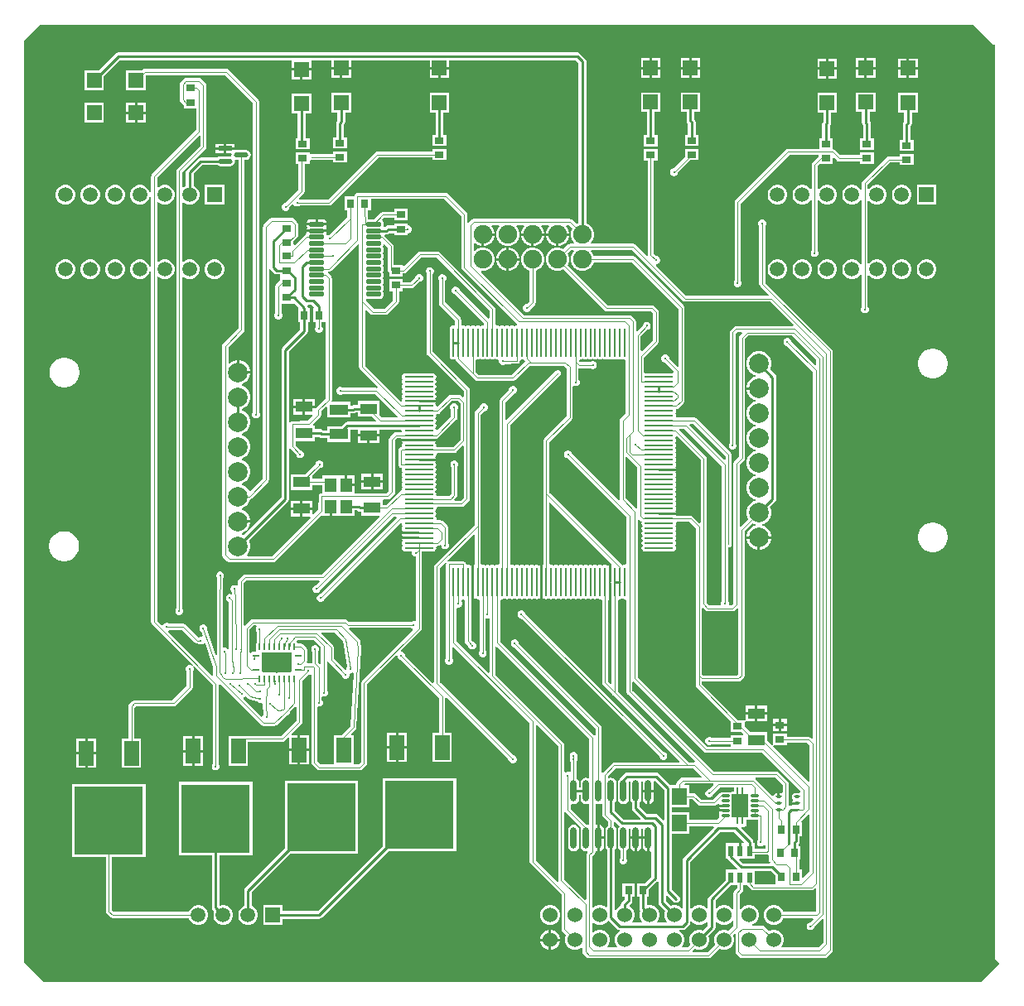
<source format=gbr>
%TF.GenerationSoftware,Altium Limited,Altium Designer,24.1.2 (44)*%
G04 Layer_Physical_Order=1*
G04 Layer_Color=255*
%FSLAX45Y45*%
%MOMM*%
%TF.SameCoordinates,E01E6690-4C2E-4FB1-AE08-5A5A66155338*%
%TF.FilePolarity,Positive*%
%TF.FileFunction,Copper,L1,Top,Signal*%
%TF.Part,Single*%
G01*
G75*
%TA.AperFunction,Conductor*%
%ADD10C,0.10000*%
%TA.AperFunction,SMDPad,CuDef*%
G04:AMPARAMS|DCode=11|XSize=2.05mm|YSize=3.05mm|CornerRadius=0.05125mm|HoleSize=0mm|Usage=FLASHONLY|Rotation=90.000|XOffset=0mm|YOffset=0mm|HoleType=Round|Shape=RoundedRectangle|*
%AMROUNDEDRECTD11*
21,1,2.05000,2.94750,0,0,90.0*
21,1,1.94750,3.05000,0,0,90.0*
1,1,0.10250,1.47375,0.97375*
1,1,0.10250,1.47375,-0.97375*
1,1,0.10250,-1.47375,-0.97375*
1,1,0.10250,-1.47375,0.97375*
%
%ADD11ROUNDEDRECTD11*%
G04:AMPARAMS|DCode=12|XSize=0.24mm|YSize=0.6mm|CornerRadius=0.0504mm|HoleSize=0mm|Usage=FLASHONLY|Rotation=90.000|XOffset=0mm|YOffset=0mm|HoleType=Round|Shape=RoundedRectangle|*
%AMROUNDEDRECTD12*
21,1,0.24000,0.49920,0,0,90.0*
21,1,0.13920,0.60000,0,0,90.0*
1,1,0.10080,0.24960,0.06960*
1,1,0.10080,0.24960,-0.06960*
1,1,0.10080,-0.24960,-0.06960*
1,1,0.10080,-0.24960,0.06960*
%
%ADD12ROUNDEDRECTD12*%
G04:AMPARAMS|DCode=13|XSize=0.6mm|YSize=0.24mm|CornerRadius=0.0504mm|HoleSize=0mm|Usage=FLASHONLY|Rotation=90.000|XOffset=0mm|YOffset=0mm|HoleType=Round|Shape=RoundedRectangle|*
%AMROUNDEDRECTD13*
21,1,0.60000,0.13920,0,0,90.0*
21,1,0.49920,0.24000,0,0,90.0*
1,1,0.10080,0.06960,0.24960*
1,1,0.10080,0.06960,-0.24960*
1,1,0.10080,-0.06960,-0.24960*
1,1,0.10080,-0.06960,0.24960*
%
%ADD13ROUNDEDRECTD13*%
%ADD14R,1.50000X1.50000*%
%ADD15R,0.90000X0.65000*%
%ADD16O,0.22000X3.00000*%
%ADD17O,3.00000X0.22000*%
%ADD18R,0.70000X0.90000*%
%ADD19R,0.90000X0.70000*%
G04:AMPARAMS|DCode=20|XSize=1.65mm|YSize=2.4mm|CornerRadius=0.0495mm|HoleSize=0mm|Usage=FLASHONLY|Rotation=180.000|XOffset=0mm|YOffset=0mm|HoleType=Round|Shape=RoundedRectangle|*
%AMROUNDEDRECTD20*
21,1,1.65000,2.30100,0,0,180.0*
21,1,1.55100,2.40000,0,0,180.0*
1,1,0.09900,-0.77550,1.15050*
1,1,0.09900,0.77550,1.15050*
1,1,0.09900,0.77550,-1.15050*
1,1,0.09900,-0.77550,-1.15050*
%
%ADD20ROUNDEDRECTD20*%
G04:AMPARAMS|DCode=21|XSize=0.28mm|YSize=0.85mm|CornerRadius=0.0504mm|HoleSize=0mm|Usage=FLASHONLY|Rotation=270.000|XOffset=0mm|YOffset=0mm|HoleType=Round|Shape=RoundedRectangle|*
%AMROUNDEDRECTD21*
21,1,0.28000,0.74920,0,0,270.0*
21,1,0.17920,0.85000,0,0,270.0*
1,1,0.10080,-0.37460,-0.08960*
1,1,0.10080,-0.37460,0.08960*
1,1,0.10080,0.37460,0.08960*
1,1,0.10080,0.37460,-0.08960*
%
%ADD21ROUNDEDRECTD21*%
%ADD22R,0.60000X1.10000*%
%ADD23R,1.15000X1.40000*%
%ADD24R,1.70000X1.10000*%
%ADD25O,0.60000X2.20000*%
%ADD26R,1.50000X1.50000*%
%ADD27R,7.00000X7.00000*%
%ADD28R,1.50000X2.50000*%
G04:AMPARAMS|DCode=29|XSize=1.46395mm|YSize=0.47583mm|CornerRadius=0.23791mm|HoleSize=0mm|Usage=FLASHONLY|Rotation=0.000|XOffset=0mm|YOffset=0mm|HoleType=Round|Shape=RoundedRectangle|*
%AMROUNDEDRECTD29*
21,1,1.46395,0.00000,0,0,0.0*
21,1,0.98813,0.47583,0,0,0.0*
1,1,0.47583,0.49406,0.00000*
1,1,0.47583,-0.49406,0.00000*
1,1,0.47583,-0.49406,0.00000*
1,1,0.47583,0.49406,0.00000*
%
%ADD29ROUNDEDRECTD29*%
%ADD30R,1.46395X0.47583*%
G04:AMPARAMS|DCode=31|XSize=1.5mm|YSize=0.45mm|CornerRadius=0.0495mm|HoleSize=0mm|Usage=FLASHONLY|Rotation=0.000|XOffset=0mm|YOffset=0mm|HoleType=Round|Shape=RoundedRectangle|*
%AMROUNDEDRECTD31*
21,1,1.50000,0.35100,0,0,0.0*
21,1,1.40100,0.45000,0,0,0.0*
1,1,0.09900,0.70050,-0.17550*
1,1,0.09900,-0.70050,-0.17550*
1,1,0.09900,-0.70050,0.17550*
1,1,0.09900,0.70050,0.17550*
%
%ADD31ROUNDEDRECTD31*%
%ADD32R,1.50000X1.75000*%
G04:AMPARAMS|DCode=33|XSize=0.61107mm|YSize=0.29247mm|CornerRadius=0.14624mm|HoleSize=0mm|Usage=FLASHONLY|Rotation=180.000|XOffset=0mm|YOffset=0mm|HoleType=Round|Shape=RoundedRectangle|*
%AMROUNDEDRECTD33*
21,1,0.61107,0.00000,0,0,180.0*
21,1,0.31860,0.29247,0,0,180.0*
1,1,0.29247,-0.15930,0.00000*
1,1,0.29247,0.15930,0.00000*
1,1,0.29247,0.15930,0.00000*
1,1,0.29247,-0.15930,0.00000*
%
%ADD33ROUNDEDRECTD33*%
%ADD34R,0.61107X0.29247*%
%ADD35R,1.90000X1.10000*%
%TA.AperFunction,Conductor*%
%ADD36C,0.25400*%
%TA.AperFunction,NonConductor*%
%ADD37R,0.28001X0.70002*%
%ADD38R,0.27996X0.70002*%
%ADD39R,0.27996X0.69997*%
%ADD40R,0.28001X0.69997*%
%TA.AperFunction,ComponentPad*%
%ADD41C,1.52400*%
%ADD42C,1.50000*%
%ADD43R,1.50000X1.50000*%
%ADD44C,2.00000*%
%ADD45C,1.90000*%
%ADD46R,1.50000X1.50000*%
%TA.AperFunction,ViaPad*%
%ADD47C,0.30000*%
%ADD48C,0.50000*%
G36*
X4940300Y12687300D02*
Y12687300D01*
X14465300D01*
X14668500Y12484100D01*
X14681200D01*
Y3136900D01*
X14732001Y3086100D01*
X14541499Y2895600D01*
X4965700D01*
X4762500Y3098800D01*
Y12522200D01*
X4931320Y12691020D01*
X4940300Y12687300D01*
D02*
G37*
%LPC*%
G36*
X13460800Y12343200D02*
X13373100D01*
Y12255500D01*
X13460800D01*
Y12343200D01*
D02*
G37*
G36*
X11670100D02*
X11582400D01*
Y12255500D01*
X11670100D01*
Y12343200D01*
D02*
G37*
G36*
X11263700D02*
X11176000D01*
Y12255500D01*
X11263700D01*
Y12343200D01*
D02*
G37*
G36*
X13347701D02*
X13260001D01*
Y12255500D01*
X13347701D01*
Y12343200D01*
D02*
G37*
G36*
X11557000D02*
X11469300D01*
Y12255500D01*
X11557000D01*
Y12343200D01*
D02*
G37*
G36*
X11150600D02*
X11062900D01*
Y12255500D01*
X11150600D01*
Y12343200D01*
D02*
G37*
G36*
X13892599Y12340401D02*
X13804900D01*
Y12252701D01*
X13892599D01*
Y12340401D01*
D02*
G37*
G36*
X13779500D02*
X13691800D01*
Y12252701D01*
X13779500D01*
Y12340401D01*
D02*
G37*
G36*
X13067101Y12337602D02*
X12979401D01*
Y12249902D01*
X13067101D01*
Y12337602D01*
D02*
G37*
G36*
X12953999D02*
X12866299D01*
Y12249902D01*
X12953999D01*
Y12337602D01*
D02*
G37*
G36*
X13460800Y12230100D02*
X13373100D01*
Y12142400D01*
X13460800D01*
Y12230100D01*
D02*
G37*
G36*
X13347701D02*
X13260001D01*
Y12142400D01*
X13347701D01*
Y12230100D01*
D02*
G37*
G36*
X11670100D02*
X11582400D01*
Y12142400D01*
X11670100D01*
Y12230100D01*
D02*
G37*
G36*
X11557000D02*
X11469300D01*
Y12142400D01*
X11557000D01*
Y12230100D01*
D02*
G37*
G36*
X11263700D02*
X11176000D01*
Y12142400D01*
X11263700D01*
Y12230100D01*
D02*
G37*
G36*
X11150600D02*
X11062900D01*
Y12142400D01*
X11150600D01*
Y12230100D01*
D02*
G37*
G36*
X13892599Y12227301D02*
X13804900D01*
Y12139601D01*
X13892599D01*
Y12227301D01*
D02*
G37*
G36*
X13779500D02*
X13691800D01*
Y12139601D01*
X13779500D01*
Y12227301D01*
D02*
G37*
G36*
X9104700D02*
X9017000D01*
Y12139601D01*
X9104700D01*
Y12227301D01*
D02*
G37*
G36*
X8991600D02*
X8903900D01*
Y12139601D01*
X8991600D01*
Y12227301D01*
D02*
G37*
G36*
X8101400D02*
X8013700D01*
Y12139601D01*
X8101400D01*
Y12227301D01*
D02*
G37*
G36*
X7988300D02*
X7900600D01*
Y12139601D01*
X7988300D01*
Y12227301D01*
D02*
G37*
G36*
X13067101Y12224502D02*
X12979401D01*
Y12136802D01*
X13067101D01*
Y12224502D01*
D02*
G37*
G36*
X12953999D02*
X12866299D01*
Y12136802D01*
X12953999D01*
Y12224502D01*
D02*
G37*
G36*
X7695000Y12214601D02*
X7607300D01*
Y12126901D01*
X7695000D01*
Y12214601D01*
D02*
G37*
G36*
X7581900D02*
X7494200D01*
Y12126901D01*
X7581900D01*
Y12214601D01*
D02*
G37*
G36*
X6005001Y11886101D02*
X5917301D01*
Y11798402D01*
X6005001D01*
Y11886101D01*
D02*
G37*
G36*
X5891901D02*
X5804201D01*
Y11798402D01*
X5891901D01*
Y11886101D01*
D02*
G37*
G36*
X6005001Y11773002D02*
X5917301D01*
Y11685302D01*
X6005001D01*
Y11773002D01*
D02*
G37*
G36*
X5891901D02*
X5804201D01*
Y11685302D01*
X5891901D01*
Y11773002D01*
D02*
G37*
G36*
X5574999Y11886101D02*
X5374199D01*
Y11685302D01*
X5574999D01*
Y11886101D01*
D02*
G37*
G36*
X11670100Y11993198D02*
X11469300D01*
Y11792398D01*
X11530853D01*
Y11701780D01*
X11533811Y11686914D01*
X11542231Y11674311D01*
X11543553Y11672989D01*
Y11560402D01*
X11512000D01*
Y11444602D01*
X11652800D01*
Y11560402D01*
X11621247D01*
Y11689080D01*
X11618289Y11703946D01*
X11609869Y11716549D01*
X11608547Y11717871D01*
Y11792398D01*
X11670100D01*
Y11993198D01*
D02*
G37*
G36*
X9104700Y11990399D02*
X8903900D01*
Y11789599D01*
X8965453D01*
Y11560402D01*
X8933900D01*
Y11444602D01*
X9074700D01*
Y11560402D01*
X9043147D01*
Y11789599D01*
X9104700D01*
Y11990399D01*
D02*
G37*
G36*
X11263700Y11993198D02*
X11062900D01*
Y11792398D01*
X11124453D01*
Y11556699D01*
X11092900D01*
Y11440898D01*
X11233700D01*
Y11556699D01*
X11202147D01*
Y11792398D01*
X11263700D01*
Y11993198D01*
D02*
G37*
G36*
X6912686Y11467990D02*
X6826788D01*
Y11431499D01*
X6912686D01*
Y11467990D01*
D02*
G37*
G36*
X6801388D02*
X6715491D01*
Y11431499D01*
X6801388D01*
Y11467990D01*
D02*
G37*
G36*
X8101400Y11990399D02*
X7900600D01*
Y11789599D01*
X7962153D01*
Y11705171D01*
X7960831Y11703849D01*
X7952411Y11691246D01*
X7949453Y11676380D01*
Y11535002D01*
X7917900D01*
Y11419202D01*
X8058700D01*
Y11535002D01*
X8027147D01*
Y11660289D01*
X8028469Y11661611D01*
X8036889Y11674214D01*
X8039847Y11689080D01*
Y11789599D01*
X8101400D01*
Y11990399D01*
D02*
G37*
G36*
X7695000Y11977699D02*
X7494200D01*
Y11776899D01*
X7555753D01*
Y11526000D01*
X7536900D01*
Y11410200D01*
X7677700D01*
Y11526000D01*
X7633447D01*
Y11776899D01*
X7695000D01*
Y11977699D01*
D02*
G37*
G36*
X13460800Y11993198D02*
X13260001D01*
Y11792398D01*
X13321553D01*
Y11684000D01*
X13324512Y11669134D01*
X13332932Y11656531D01*
X13334253Y11655209D01*
Y11522302D01*
X13302699D01*
Y11406502D01*
X13443500D01*
Y11522302D01*
X13411948D01*
Y11671300D01*
X13408989Y11686166D01*
X13400569Y11698769D01*
X13399248Y11700091D01*
Y11792398D01*
X13460800D01*
Y11993198D01*
D02*
G37*
G36*
X13892599Y11990399D02*
X13691800D01*
Y11789599D01*
X13753352D01*
Y11692471D01*
X13752031Y11691149D01*
X13743611Y11678546D01*
X13740652Y11663680D01*
Y11509602D01*
X13709100D01*
Y11393802D01*
X13849899D01*
Y11509602D01*
X13818347D01*
Y11647589D01*
X13819669Y11648911D01*
X13828088Y11661514D01*
X13831047Y11676380D01*
Y11789599D01*
X13892599D01*
Y11990399D01*
D02*
G37*
G36*
X6801388Y11406099D02*
X6715491D01*
Y11369607D01*
X6801388D01*
Y11406099D01*
D02*
G37*
G36*
X9074700Y11415398D02*
X8933900D01*
Y11388494D01*
X8367918D01*
X8356057Y11386134D01*
X8346001Y11379415D01*
X7863701Y10897116D01*
X7575018D01*
X7571765Y10900369D01*
X7569271Y10901402D01*
X7566793Y10913859D01*
X7616517Y10963583D01*
X7623236Y10973638D01*
X7625596Y10985500D01*
Y11265201D01*
X7677700D01*
Y11295095D01*
X7681864Y11298466D01*
X7690400Y11302992D01*
X7699898Y11301103D01*
X7917900D01*
Y11274198D01*
X8058700D01*
Y11389998D01*
X7917900D01*
Y11363094D01*
X7699898D01*
X7690400Y11361205D01*
X7681864Y11365731D01*
X7677700Y11369102D01*
Y11381002D01*
X7536900D01*
Y11265201D01*
X7563604D01*
Y10998339D01*
X7427447Y10862182D01*
X7422846D01*
X7407997Y10856031D01*
X7396632Y10844666D01*
X7390482Y10829818D01*
Y10813746D01*
X7396632Y10798897D01*
X7407997Y10787532D01*
X7422846Y10781382D01*
X7438918D01*
X7453766Y10787532D01*
X7465131Y10798897D01*
X7471282Y10813746D01*
Y10818347D01*
X7501141Y10848207D01*
X7513598Y10845729D01*
X7514631Y10843235D01*
X7525995Y10831871D01*
X7540844Y10825720D01*
X7556916D01*
X7571765Y10831871D01*
X7575018Y10835124D01*
X7876540D01*
X7888402Y10837484D01*
X7898457Y10844203D01*
X8380757Y11326503D01*
X8933900D01*
Y11299598D01*
X9074700D01*
Y11415398D01*
D02*
G37*
G36*
X13067101Y11987600D02*
X12866299D01*
Y11786800D01*
X12927853D01*
Y11697551D01*
X12926530Y11696229D01*
X12918111Y11683626D01*
X12915154Y11668760D01*
Y11522302D01*
X12883600D01*
Y11415276D01*
X12565380D01*
X12553518Y11412916D01*
X12543463Y11406197D01*
X12030383Y10893117D01*
X12023664Y10883062D01*
X12021304Y10871200D01*
Y10069298D01*
X12018051Y10066045D01*
X12011900Y10051196D01*
Y10035124D01*
X12018051Y10020275D01*
X12029415Y10008911D01*
X12044264Y10002760D01*
X12060336D01*
X12075185Y10008911D01*
X12086549Y10020275D01*
X12092700Y10035124D01*
Y10051196D01*
X12086549Y10066045D01*
X12083296Y10069298D01*
Y10858361D01*
X12578219Y11353284D01*
X12879736D01*
X12881206Y11346783D01*
X12881709Y11340584D01*
X12817783Y11276657D01*
X12811064Y11266602D01*
X12808704Y11254740D01*
Y11007316D01*
X12796004Y11003913D01*
X12793040Y11009047D01*
X12774347Y11027740D01*
X12751453Y11040958D01*
X12725918Y11047800D01*
X12699482D01*
X12673947Y11040958D01*
X12651053Y11027740D01*
X12632360Y11009047D01*
X12619142Y10986153D01*
X12612300Y10960618D01*
Y10934182D01*
X12619142Y10908647D01*
X12632360Y10885753D01*
X12651053Y10867060D01*
X12673947Y10853842D01*
X12699482Y10847000D01*
X12725918D01*
X12751453Y10853842D01*
X12774347Y10867060D01*
X12793040Y10885753D01*
X12796004Y10890887D01*
X12808704Y10887484D01*
Y10376638D01*
X12805450Y10373385D01*
X12799300Y10358536D01*
Y10342464D01*
X12805450Y10327615D01*
X12816815Y10316251D01*
X12831664Y10310100D01*
X12847736D01*
X12862585Y10316251D01*
X12873949Y10327615D01*
X12880099Y10342464D01*
Y10358536D01*
X12873949Y10373385D01*
X12870695Y10376638D01*
Y10887484D01*
X12883395Y10890887D01*
X12886360Y10885753D01*
X12905054Y10867060D01*
X12927946Y10853842D01*
X12953482Y10847000D01*
X12979918D01*
X13005453Y10853842D01*
X13028346Y10867060D01*
X13047040Y10885753D01*
X13060258Y10908647D01*
X13067101Y10934182D01*
Y10960618D01*
X13060258Y10986153D01*
X13047040Y11009047D01*
X13028346Y11027740D01*
X13005453Y11040958D01*
X12979918Y11047800D01*
X12953482D01*
X12927946Y11040958D01*
X12905054Y11027740D01*
X12886360Y11009047D01*
X12883395Y11003913D01*
X12870695Y11007316D01*
Y11241901D01*
X12890292Y11261498D01*
X13024400D01*
Y11320650D01*
X13036133Y11325511D01*
X13064163Y11297481D01*
X13074219Y11290762D01*
X13086079Y11288403D01*
X13302699D01*
Y11261498D01*
X13443500D01*
Y11377298D01*
X13302699D01*
Y11350394D01*
X13098920D01*
X13043115Y11406197D01*
X13033060Y11412916D01*
X13024400Y11414639D01*
Y11522302D01*
X12992847D01*
Y11652669D01*
X12994170Y11653991D01*
X13002589Y11666594D01*
X13005547Y11681460D01*
Y11786800D01*
X13067101D01*
Y11987600D01*
D02*
G37*
G36*
X13849899Y11364598D02*
X13709100D01*
Y11337694D01*
X13594080D01*
X13582217Y11335334D01*
X13572163Y11328615D01*
X13328323Y11084775D01*
X13321603Y11074720D01*
X13319244Y11062858D01*
Y11002916D01*
X13306544Y10999513D01*
X13301041Y11009047D01*
X13282347Y11027740D01*
X13259453Y11040958D01*
X13233919Y11047800D01*
X13207481D01*
X13181947Y11040958D01*
X13159053Y11027740D01*
X13140359Y11009047D01*
X13127142Y10986153D01*
X13120300Y10960618D01*
Y10934182D01*
X13127142Y10908647D01*
X13140359Y10885753D01*
X13159053Y10867060D01*
X13181947Y10853842D01*
X13207481Y10847000D01*
X13233919D01*
X13259453Y10853842D01*
X13282347Y10867060D01*
X13301041Y10885753D01*
X13306544Y10895287D01*
X13319244Y10891884D01*
Y10240916D01*
X13306544Y10237513D01*
X13301041Y10247047D01*
X13282347Y10265740D01*
X13259453Y10278958D01*
X13233919Y10285800D01*
X13207481D01*
X13181947Y10278958D01*
X13159053Y10265740D01*
X13140359Y10247047D01*
X13127142Y10224153D01*
X13120300Y10198618D01*
Y10172182D01*
X13127142Y10146647D01*
X13140359Y10123753D01*
X13159053Y10105060D01*
X13181947Y10091842D01*
X13207481Y10085000D01*
X13233919D01*
X13259453Y10091842D01*
X13282347Y10105060D01*
X13301041Y10123753D01*
X13306544Y10133287D01*
X13319244Y10129884D01*
Y9800058D01*
X13315991Y9796805D01*
X13309840Y9781956D01*
Y9765884D01*
X13315991Y9751035D01*
X13327354Y9739671D01*
X13342204Y9733520D01*
X13358276D01*
X13373125Y9739671D01*
X13384489Y9751035D01*
X13390640Y9765884D01*
Y9781956D01*
X13384489Y9796805D01*
X13381236Y9800058D01*
Y10121951D01*
X13393503Y10125238D01*
X13394360Y10123753D01*
X13413052Y10105060D01*
X13435947Y10091842D01*
X13461482Y10085000D01*
X13487918D01*
X13513454Y10091842D01*
X13536346Y10105060D01*
X13555040Y10123753D01*
X13568259Y10146647D01*
X13575101Y10172182D01*
Y10198618D01*
X13568259Y10224153D01*
X13555040Y10247047D01*
X13536346Y10265740D01*
X13513454Y10278958D01*
X13487918Y10285800D01*
X13461482D01*
X13435947Y10278958D01*
X13413052Y10265740D01*
X13394360Y10247047D01*
X13393503Y10245562D01*
X13381236Y10248849D01*
Y10883951D01*
X13393503Y10887238D01*
X13394360Y10885753D01*
X13413052Y10867060D01*
X13435947Y10853842D01*
X13461482Y10847000D01*
X13487918D01*
X13513454Y10853842D01*
X13536346Y10867060D01*
X13555040Y10885753D01*
X13568259Y10908647D01*
X13575101Y10934182D01*
Y10960618D01*
X13568259Y10986153D01*
X13555040Y11009047D01*
X13536346Y11027740D01*
X13513454Y11040958D01*
X13487918Y11047800D01*
X13461482D01*
X13435947Y11040958D01*
X13413052Y11027740D01*
X13394360Y11009047D01*
X13393503Y11007562D01*
X13381236Y11010849D01*
Y11050020D01*
X13606918Y11275703D01*
X13709100D01*
Y11248798D01*
X13849899D01*
Y11364598D01*
D02*
G37*
G36*
X11652800Y11415398D02*
X11512000D01*
Y11330933D01*
X11397467Y11216400D01*
X11392866D01*
X11378017Y11210249D01*
X11366652Y11198885D01*
X11360502Y11184036D01*
Y11167964D01*
X11366652Y11153115D01*
X11378017Y11141751D01*
X11392866Y11135600D01*
X11408938D01*
X11423786Y11141751D01*
X11435151Y11153115D01*
X11441302Y11167964D01*
Y11172566D01*
X11568334Y11299598D01*
X11652800D01*
Y11415398D01*
D02*
G37*
G36*
X14083099Y11047800D02*
X13882300D01*
Y10847000D01*
X14083099D01*
Y11047800D01*
D02*
G37*
G36*
X13741917D02*
X13715482D01*
X13689948Y11040958D01*
X13667053Y11027740D01*
X13648360Y11009047D01*
X13635143Y10986153D01*
X13628300Y10960618D01*
Y10934182D01*
X13635143Y10908647D01*
X13648360Y10885753D01*
X13667053Y10867060D01*
X13689948Y10853842D01*
X13715482Y10847000D01*
X13741917D01*
X13767453Y10853842D01*
X13790347Y10867060D01*
X13809039Y10885753D01*
X13822258Y10908647D01*
X13829100Y10934182D01*
Y10960618D01*
X13822258Y10986153D01*
X13809039Y11009047D01*
X13790347Y11027740D01*
X13767453Y11040958D01*
X13741917Y11047800D01*
D02*
G37*
G36*
X12471918D02*
X12445482D01*
X12419947Y11040958D01*
X12397053Y11027740D01*
X12378360Y11009047D01*
X12365142Y10986153D01*
X12358300Y10960618D01*
Y10934182D01*
X12365142Y10908647D01*
X12378360Y10885753D01*
X12397053Y10867060D01*
X12419947Y10853842D01*
X12445482Y10847000D01*
X12471918D01*
X12497453Y10853842D01*
X12520347Y10867060D01*
X12539040Y10885753D01*
X12552258Y10908647D01*
X12559100Y10934182D01*
Y10960618D01*
X12552258Y10986153D01*
X12539040Y11009047D01*
X12520347Y11027740D01*
X12497453Y11040958D01*
X12471918Y11047800D01*
D02*
G37*
G36*
X5702818D02*
X5676382D01*
X5650847Y11040958D01*
X5627953Y11027740D01*
X5609260Y11009047D01*
X5596042Y10986153D01*
X5589200Y10960618D01*
Y10934182D01*
X5596042Y10908647D01*
X5609260Y10885753D01*
X5627953Y10867060D01*
X5650847Y10853842D01*
X5676382Y10847000D01*
X5702818D01*
X5728353Y10853842D01*
X5751247Y10867060D01*
X5769940Y10885753D01*
X5783158Y10908647D01*
X5790000Y10934182D01*
Y10960618D01*
X5783158Y10986153D01*
X5769940Y11009047D01*
X5751247Y11027740D01*
X5728353Y11040958D01*
X5702818Y11047800D01*
D02*
G37*
G36*
X5448818D02*
X5422382D01*
X5396847Y11040958D01*
X5373953Y11027740D01*
X5355260Y11009047D01*
X5342042Y10986153D01*
X5335200Y10960618D01*
Y10934182D01*
X5342042Y10908647D01*
X5355260Y10885753D01*
X5373953Y10867060D01*
X5396847Y10853842D01*
X5422382Y10847000D01*
X5448818D01*
X5474353Y10853842D01*
X5497247Y10867060D01*
X5515940Y10885753D01*
X5529158Y10908647D01*
X5536000Y10934182D01*
Y10960618D01*
X5529158Y10986153D01*
X5515940Y11009047D01*
X5497247Y11027740D01*
X5474353Y11040958D01*
X5448818Y11047800D01*
D02*
G37*
G36*
X5194818D02*
X5168382D01*
X5142847Y11040958D01*
X5119953Y11027740D01*
X5101260Y11009047D01*
X5088042Y10986153D01*
X5081200Y10960618D01*
Y10934182D01*
X5088042Y10908647D01*
X5101260Y10885753D01*
X5119953Y10867060D01*
X5142847Y10853842D01*
X5168382Y10847000D01*
X5194818D01*
X5220353Y10853842D01*
X5243247Y10867060D01*
X5261940Y10885753D01*
X5275158Y10908647D01*
X5282000Y10934182D01*
Y10960618D01*
X5275158Y10986153D01*
X5261940Y11009047D01*
X5243247Y11027740D01*
X5220353Y11040958D01*
X5194818Y11047800D01*
D02*
G37*
G36*
X7819148Y10692994D02*
X7761798D01*
Y10657200D01*
X7850093D01*
Y10662050D01*
X7847737Y10673892D01*
X7841029Y10683931D01*
X7830990Y10690639D01*
X7819148Y10692994D01*
D02*
G37*
G36*
X7736398D02*
X7679048D01*
X7667206Y10690639D01*
X7657167Y10683931D01*
X7650459Y10673892D01*
X7648104Y10662050D01*
Y10657200D01*
X7736398D01*
Y10692994D01*
D02*
G37*
G36*
X10414000Y12401027D02*
X5721081D01*
X5706215Y12398069D01*
X5693612Y12389649D01*
X5520062Y12216098D01*
X5374199D01*
Y12015299D01*
X5574999D01*
Y12161161D01*
X5737171Y12323333D01*
X7494200D01*
Y12240001D01*
X7594600D01*
X7695000D01*
Y12323333D01*
X7900600D01*
Y12252701D01*
X8001000D01*
X8101400D01*
Y12323333D01*
X8903900D01*
Y12252701D01*
X9004300D01*
Y12240001D01*
D01*
Y12252701D01*
X9104700D01*
Y12323333D01*
X10397909D01*
X10425953Y12295289D01*
Y10655238D01*
X10418327Y10653195D01*
X10404451Y10645183D01*
X10359717Y10689917D01*
X10349662Y10696636D01*
X10337800Y10698996D01*
X9353550D01*
X9341688Y10696636D01*
X9331633Y10689917D01*
X9301996Y10660280D01*
X9293775Y10662214D01*
X9289296Y10665182D01*
Y10744200D01*
X9286936Y10756062D01*
X9280217Y10766117D01*
X9089717Y10956617D01*
X9079662Y10963336D01*
X9067800Y10965696D01*
X8168640D01*
X8156778Y10963336D01*
X8146723Y10956617D01*
X8144183Y10954077D01*
X8137464Y10944022D01*
X8135104Y10932160D01*
Y10928900D01*
X8031898D01*
Y10788100D01*
X8061302D01*
Y10718796D01*
X7877982Y10535477D01*
X7873381D01*
X7862793Y10531091D01*
X7860526Y10531262D01*
X7851498Y10535497D01*
X7848964Y10537719D01*
X7847737Y10543890D01*
X7845659Y10546999D01*
X7847737Y10550109D01*
X7850093Y10561951D01*
Y10566801D01*
X7648104D01*
Y10561951D01*
X7648866Y10558120D01*
X7648878Y10557274D01*
X7640871Y10544311D01*
X7639781Y10543651D01*
X7637181Y10543134D01*
X7627125Y10536415D01*
X7524333Y10433623D01*
X7512600Y10438483D01*
Y10469704D01*
X7547937Y10505042D01*
X7554656Y10515097D01*
X7557016Y10526959D01*
Y10645140D01*
X7554656Y10657002D01*
X7547937Y10667057D01*
X7514917Y10700077D01*
X7504862Y10706796D01*
X7493000Y10709156D01*
X7292340D01*
X7280478Y10706796D01*
X7270423Y10700077D01*
X7209463Y10639117D01*
X7202744Y10629062D01*
X7200384Y10617200D01*
Y8044319D01*
X7073788Y7917723D01*
X7057917Y7919812D01*
X7047245Y7938297D01*
X7023897Y7961645D01*
X6995302Y7978154D01*
X6981973Y7981726D01*
Y7994874D01*
X6995302Y7998446D01*
X7023897Y8014955D01*
X7047245Y8038303D01*
X7063754Y8066898D01*
X7072300Y8098791D01*
Y8131809D01*
X7063754Y8163702D01*
X7047245Y8192297D01*
X7023897Y8215645D01*
X6995302Y8232154D01*
X6981973Y8235726D01*
Y8248874D01*
X6995302Y8252446D01*
X7023897Y8268955D01*
X7047245Y8292303D01*
X7063754Y8320898D01*
X7072300Y8352791D01*
Y8385809D01*
X7063754Y8417702D01*
X7047245Y8446297D01*
X7023897Y8469645D01*
X6995302Y8486154D01*
X6981973Y8489726D01*
Y8502874D01*
X6995302Y8506446D01*
X7023897Y8522955D01*
X7047245Y8546303D01*
X7063754Y8574898D01*
X7072300Y8606791D01*
Y8639809D01*
X7063754Y8671702D01*
X7047245Y8700297D01*
X7023897Y8723645D01*
X6995302Y8740154D01*
X6985747Y8742715D01*
Y8757885D01*
X6995302Y8760446D01*
X7023897Y8776955D01*
X7047245Y8800303D01*
X7063754Y8828898D01*
X7072300Y8860791D01*
Y8893809D01*
X7063754Y8925702D01*
X7047245Y8954297D01*
X7023897Y8977645D01*
X6995302Y8994154D01*
X6981973Y8997726D01*
Y9010874D01*
X6995302Y9014446D01*
X7023897Y9030955D01*
X7047245Y9054303D01*
X7063754Y9082898D01*
X7072300Y9114791D01*
Y9118600D01*
X6946900D01*
Y9131300D01*
X6934200D01*
Y9256700D01*
X6930391D01*
X6898498Y9248154D01*
X6869903Y9231645D01*
X6858516Y9220258D01*
X6845816Y9225519D01*
Y9387701D01*
X7001837Y9543723D01*
X7008556Y9553778D01*
X7010916Y9565640D01*
Y11303645D01*
X7027518D01*
X7046711Y11307463D01*
X7062983Y11318335D01*
X7073855Y11334606D01*
X7077673Y11353800D01*
X7073855Y11372994D01*
X7062983Y11389265D01*
X7046711Y11400137D01*
X7027518Y11403955D01*
X6928705D01*
X6922504Y11402721D01*
X6918389Y11406099D01*
X6826788D01*
Y11369607D01*
X6871685D01*
X6879742Y11359790D01*
X6878550Y11353800D01*
X6880015Y11346437D01*
X6871034Y11337457D01*
X6863495Y11338956D01*
X6764682D01*
X6745489Y11335139D01*
X6734278Y11327648D01*
X6564401D01*
X6549536Y11324691D01*
X6536933Y11316270D01*
X6424131Y11203469D01*
X6415711Y11190866D01*
X6412753Y11176000D01*
Y11040904D01*
X6389953Y11027740D01*
X6387649Y11025436D01*
X6375916Y11030296D01*
Y11178401D01*
X6613217Y11415703D01*
X6619936Y11425758D01*
X6622296Y11437620D01*
Y12065000D01*
X6619936Y12076862D01*
X6613217Y12086917D01*
X6567497Y12132637D01*
X6557442Y12139356D01*
X6545580Y12141716D01*
X6413500D01*
X6401638Y12139356D01*
X6391583Y12132637D01*
X6358563Y12099617D01*
X6351844Y12089562D01*
X6349484Y12077700D01*
Y11920220D01*
X6351844Y11908358D01*
X6358563Y11898303D01*
X6391583Y11865283D01*
X6393900Y11863734D01*
Y11826800D01*
X6517124D01*
Y11607939D01*
X6065320Y11156134D01*
X6058601Y11146079D01*
X6056241Y11134217D01*
Y10964001D01*
X6043541Y10962329D01*
X6037158Y10986153D01*
X6023940Y11009047D01*
X6005247Y11027740D01*
X5982353Y11040958D01*
X5956818Y11047800D01*
X5930382D01*
X5904847Y11040958D01*
X5881953Y11027740D01*
X5863260Y11009047D01*
X5850042Y10986153D01*
X5843200Y10960618D01*
Y10934182D01*
X5850042Y10908647D01*
X5863260Y10885753D01*
X5881953Y10867060D01*
X5904847Y10853842D01*
X5930382Y10847000D01*
X5956818D01*
X5982353Y10853842D01*
X6005247Y10867060D01*
X6023940Y10885753D01*
X6037158Y10908647D01*
X6043541Y10932471D01*
X6056241Y10930799D01*
Y10202001D01*
X6043541Y10200329D01*
X6037158Y10224153D01*
X6023940Y10247047D01*
X6005247Y10265740D01*
X5982353Y10278958D01*
X5956818Y10285800D01*
X5930382D01*
X5904847Y10278958D01*
X5881953Y10265740D01*
X5863260Y10247047D01*
X5850042Y10224153D01*
X5843200Y10198618D01*
Y10172182D01*
X5850042Y10146647D01*
X5863260Y10123753D01*
X5881953Y10105060D01*
X5904847Y10091842D01*
X5930382Y10085000D01*
X5956818D01*
X5982353Y10091842D01*
X6005247Y10105060D01*
X6023940Y10123753D01*
X6037158Y10146647D01*
X6043541Y10170471D01*
X6056241Y10168799D01*
Y6578722D01*
X6058601Y6566860D01*
X6065320Y6556805D01*
X6482492Y6139633D01*
X6474484Y6130249D01*
X6459636Y6136400D01*
X6443564D01*
X6428715Y6130249D01*
X6417351Y6118885D01*
X6411200Y6104036D01*
Y6087964D01*
X6417351Y6073115D01*
X6420604Y6069862D01*
Y5923419D01*
X6274931Y5777746D01*
X5887852D01*
X5875991Y5775386D01*
X5865935Y5768667D01*
X5834185Y5736917D01*
X5827466Y5726862D01*
X5825106Y5715000D01*
Y5387001D01*
X5755702D01*
Y5086201D01*
X5956502D01*
Y5387001D01*
X5887098D01*
Y5702161D01*
X5900691Y5715754D01*
X6287770D01*
X6299632Y5718114D01*
X6309687Y5724833D01*
X6473517Y5888663D01*
X6480236Y5898718D01*
X6482596Y5910580D01*
Y6069862D01*
X6485849Y6073115D01*
X6492000Y6087964D01*
Y6104036D01*
X6485849Y6118884D01*
X6495233Y6126891D01*
X6687304Y5934820D01*
Y5126458D01*
X6684051Y5123205D01*
X6677900Y5108356D01*
Y5092284D01*
X6684051Y5077435D01*
X6695415Y5066071D01*
X6710264Y5059920D01*
X6726336D01*
X6741185Y5066071D01*
X6752549Y5077435D01*
X6758700Y5092284D01*
Y5108356D01*
X6752549Y5123205D01*
X6749296Y5126458D01*
Y5939004D01*
X6761996Y5944265D01*
X7180818Y5525443D01*
X7190873Y5518724D01*
X7202735Y5516364D01*
X7313598D01*
X7313599Y5516365D01*
X7313600Y5516364D01*
X7317742Y5516365D01*
X7323018Y5517415D01*
X7328337Y5518232D01*
X7328926Y5518590D01*
X7329603Y5518725D01*
X7334077Y5521714D01*
X7338677Y5524505D01*
X7447704Y5624380D01*
X7448112Y5624935D01*
X7448685Y5625318D01*
X7474732Y5651365D01*
X7475308Y5652227D01*
X7476131Y5652860D01*
X7528044Y5712128D01*
X7540744Y5707353D01*
Y5569089D01*
X7386181Y5414526D01*
X6948302D01*
X6936441Y5412166D01*
X6930953Y5408500D01*
X6847902D01*
Y5107700D01*
X7048702D01*
Y5352534D01*
X7399020D01*
X7410882Y5354894D01*
X7420937Y5361613D01*
X7455665Y5396340D01*
X7467398Y5391480D01*
Y5283500D01*
X7555098D01*
Y5421200D01*
X7497118D01*
X7492257Y5432933D01*
X7593657Y5534333D01*
X7600376Y5544388D01*
X7602736Y5556250D01*
Y5973941D01*
X7669154Y6040360D01*
X7673756D01*
X7680444Y6043130D01*
X7693144Y6034645D01*
Y5143500D01*
X7695504Y5131638D01*
X7702223Y5121583D01*
X7753023Y5070783D01*
X7763078Y5064064D01*
X7774940Y5061704D01*
X8191500D01*
X8203362Y5064064D01*
X8213417Y5070783D01*
X8254057Y5111423D01*
X8260776Y5121478D01*
X8263136Y5133340D01*
Y5938381D01*
X8561442Y6236688D01*
X8574142Y6231427D01*
Y6222584D01*
X8580293Y6207735D01*
X8591657Y6196371D01*
X8606506Y6190220D01*
X8611108D01*
X9000106Y5801221D01*
Y5446600D01*
X8930702D01*
Y5145800D01*
X9131502D01*
Y5446600D01*
X9062098D01*
Y5803687D01*
X9074798Y5808948D01*
X9715740Y5168005D01*
Y5163404D01*
X9721891Y5148555D01*
X9733255Y5137191D01*
X9748104Y5131040D01*
X9764176D01*
X9779025Y5137191D01*
X9790389Y5148555D01*
X9796540Y5163404D01*
Y5179476D01*
X9790389Y5194325D01*
X9779025Y5205689D01*
X9764176Y5211840D01*
X9759575D01*
X9009896Y5961519D01*
Y7130911D01*
X9066022Y7187037D01*
X9075887Y7178942D01*
X9074724Y7177202D01*
X9072364Y7165340D01*
Y6205958D01*
X9069111Y6202705D01*
X9062960Y6187856D01*
Y6171784D01*
X9069111Y6156935D01*
X9080475Y6145571D01*
X9095324Y6139420D01*
X9111396D01*
X9126245Y6145571D01*
X9137609Y6156935D01*
X9143760Y6171784D01*
Y6187856D01*
X9137609Y6202705D01*
X9134356Y6205958D01*
Y6321238D01*
X9146089Y6326099D01*
X9925804Y5546383D01*
Y4127500D01*
X9928164Y4115638D01*
X9934883Y4105583D01*
X10250924Y3789541D01*
Y3434080D01*
X10253284Y3422218D01*
X10260003Y3412163D01*
X10298179Y3373987D01*
X10293924Y3366616D01*
X10287000Y3340776D01*
Y3314024D01*
X10293924Y3288184D01*
X10307300Y3265016D01*
X10326216Y3246100D01*
X10349384Y3232724D01*
X10375224Y3225800D01*
X10401976D01*
X10427816Y3232724D01*
X10450984Y3246100D01*
X10452551Y3247667D01*
X10464284Y3242807D01*
Y3206750D01*
X10466644Y3194888D01*
X10473363Y3184833D01*
X10510193Y3148003D01*
X10520248Y3141284D01*
X10532110Y3138924D01*
X11755120D01*
X11766982Y3141284D01*
X11777037Y3148003D01*
X11866014Y3236979D01*
X11873384Y3232724D01*
X11899224Y3225800D01*
X11925976D01*
X11951816Y3232724D01*
X11974984Y3246100D01*
X11993900Y3265016D01*
X12007276Y3288184D01*
X12014200Y3314024D01*
Y3340776D01*
X12007276Y3366616D01*
X12003021Y3373987D01*
X12017191Y3388157D01*
X12028924Y3383297D01*
Y3206750D01*
X12031284Y3194888D01*
X12038003Y3184833D01*
X12072293Y3150543D01*
X12082348Y3143824D01*
X12094210Y3141464D01*
X12942570D01*
X12954433Y3143824D01*
X12964487Y3150543D01*
X13014651Y3200708D01*
X13021371Y3210763D01*
X13023730Y3222625D01*
Y9344025D01*
X13021371Y9355887D01*
X13014651Y9365942D01*
X12334756Y10045839D01*
Y10629162D01*
X12338009Y10632415D01*
X12344160Y10647264D01*
Y10663336D01*
X12338009Y10678185D01*
X12326645Y10689549D01*
X12311796Y10695700D01*
X12295724D01*
X12280875Y10689549D01*
X12269511Y10678185D01*
X12263360Y10663336D01*
Y10647264D01*
X12269511Y10632415D01*
X12272764Y10629162D01*
Y10033000D01*
X12275124Y10021138D01*
X12281843Y10011083D01*
X12367057Y9925869D01*
X12362197Y9914136D01*
X11526659D01*
X11217054Y10223740D01*
X11222315Y10236440D01*
X11227216D01*
X11242065Y10242591D01*
X11253429Y10253955D01*
X11259580Y10268804D01*
Y10284876D01*
X11253429Y10299725D01*
X11242065Y10311089D01*
X11227216Y10317240D01*
X11222614D01*
X11194296Y10345559D01*
Y11295900D01*
X11233700D01*
Y11411700D01*
X11092900D01*
Y11295900D01*
X11132304D01*
Y10332720D01*
X11133861Y10324894D01*
X11122157Y10318638D01*
X11004877Y10435917D01*
X10994822Y10442636D01*
X10982960Y10444996D01*
X10555660D01*
X10550800Y10456729D01*
X10561144Y10467073D01*
X10576995Y10494527D01*
X10585200Y10525149D01*
Y10556851D01*
X10576995Y10587473D01*
X10561144Y10614927D01*
X10538727Y10637344D01*
X10511273Y10653195D01*
X10503647Y10655238D01*
Y12311380D01*
X10500689Y12326246D01*
X10492269Y12338849D01*
X10441469Y12389649D01*
X10428866Y12398069D01*
X10414000Y12401027D01*
D02*
G37*
G36*
X7850093Y10631800D02*
X7648104D01*
Y10626950D01*
X7650459Y10615108D01*
X7652535Y10612001D01*
X7650459Y10608893D01*
X7648104Y10597051D01*
Y10592201D01*
X7850093D01*
Y10597051D01*
X7847737Y10608893D01*
X7845661Y10612001D01*
X7847737Y10615108D01*
X7850093Y10626950D01*
Y10631800D01*
D02*
G37*
G36*
X13995918Y10285800D02*
X13969482D01*
X13943947Y10278958D01*
X13921053Y10265740D01*
X13902361Y10247047D01*
X13889142Y10224153D01*
X13882300Y10198618D01*
Y10172182D01*
X13889142Y10146647D01*
X13902361Y10123753D01*
X13921053Y10105060D01*
X13943947Y10091842D01*
X13969482Y10085000D01*
X13995918D01*
X14021452Y10091842D01*
X14044347Y10105060D01*
X14063040Y10123753D01*
X14076257Y10146647D01*
X14083099Y10172182D01*
Y10198618D01*
X14076257Y10224153D01*
X14063040Y10247047D01*
X14044347Y10265740D01*
X14021452Y10278958D01*
X13995918Y10285800D01*
D02*
G37*
G36*
X13741917D02*
X13715482D01*
X13689948Y10278958D01*
X13667053Y10265740D01*
X13648360Y10247047D01*
X13635143Y10224153D01*
X13628300Y10198618D01*
Y10172182D01*
X13635143Y10146647D01*
X13648360Y10123753D01*
X13667053Y10105060D01*
X13689948Y10091842D01*
X13715482Y10085000D01*
X13741917D01*
X13767453Y10091842D01*
X13790347Y10105060D01*
X13809039Y10123753D01*
X13822258Y10146647D01*
X13829100Y10172182D01*
Y10198618D01*
X13822258Y10224153D01*
X13809039Y10247047D01*
X13790347Y10265740D01*
X13767453Y10278958D01*
X13741917Y10285800D01*
D02*
G37*
G36*
X12979918D02*
X12953482D01*
X12927946Y10278958D01*
X12905054Y10265740D01*
X12886360Y10247047D01*
X12873141Y10224153D01*
X12866299Y10198618D01*
Y10172182D01*
X12873141Y10146647D01*
X12886360Y10123753D01*
X12905054Y10105060D01*
X12927946Y10091842D01*
X12953482Y10085000D01*
X12979918D01*
X13005453Y10091842D01*
X13028346Y10105060D01*
X13047040Y10123753D01*
X13060258Y10146647D01*
X13067101Y10172182D01*
Y10198618D01*
X13060258Y10224153D01*
X13047040Y10247047D01*
X13028346Y10265740D01*
X13005453Y10278958D01*
X12979918Y10285800D01*
D02*
G37*
G36*
X12725918D02*
X12699482D01*
X12673947Y10278958D01*
X12651053Y10265740D01*
X12632360Y10247047D01*
X12619142Y10224153D01*
X12612300Y10198618D01*
Y10172182D01*
X12619142Y10146647D01*
X12632360Y10123753D01*
X12651053Y10105060D01*
X12673947Y10091842D01*
X12699482Y10085000D01*
X12725918D01*
X12751453Y10091842D01*
X12774347Y10105060D01*
X12793040Y10123753D01*
X12806258Y10146647D01*
X12813100Y10172182D01*
Y10198618D01*
X12806258Y10224153D01*
X12793040Y10247047D01*
X12774347Y10265740D01*
X12751453Y10278958D01*
X12725918Y10285800D01*
D02*
G37*
G36*
X12471918D02*
X12445482D01*
X12419947Y10278958D01*
X12397053Y10265740D01*
X12378360Y10247047D01*
X12365142Y10224153D01*
X12358300Y10198618D01*
Y10172182D01*
X12365142Y10146647D01*
X12378360Y10123753D01*
X12397053Y10105060D01*
X12419947Y10091842D01*
X12445482Y10085000D01*
X12471918D01*
X12497453Y10091842D01*
X12520347Y10105060D01*
X12539040Y10123753D01*
X12552258Y10146647D01*
X12559100Y10172182D01*
Y10198618D01*
X12552258Y10224153D01*
X12539040Y10247047D01*
X12520347Y10265740D01*
X12497453Y10278958D01*
X12471918Y10285800D01*
D02*
G37*
G36*
X5702818D02*
X5676382D01*
X5650847Y10278958D01*
X5627953Y10265740D01*
X5609260Y10247047D01*
X5596042Y10224153D01*
X5589200Y10198618D01*
Y10172182D01*
X5596042Y10146647D01*
X5609260Y10123753D01*
X5627953Y10105060D01*
X5650847Y10091842D01*
X5676382Y10085000D01*
X5702818D01*
X5728353Y10091842D01*
X5751247Y10105060D01*
X5769940Y10123753D01*
X5783158Y10146647D01*
X5790000Y10172182D01*
Y10198618D01*
X5783158Y10224153D01*
X5769940Y10247047D01*
X5751247Y10265740D01*
X5728353Y10278958D01*
X5702818Y10285800D01*
D02*
G37*
G36*
X5448818D02*
X5422382D01*
X5396847Y10278958D01*
X5373953Y10265740D01*
X5355260Y10247047D01*
X5342042Y10224153D01*
X5335200Y10198618D01*
Y10172182D01*
X5342042Y10146647D01*
X5355260Y10123753D01*
X5373953Y10105060D01*
X5396847Y10091842D01*
X5422382Y10085000D01*
X5448818D01*
X5474353Y10091842D01*
X5497247Y10105060D01*
X5515940Y10123753D01*
X5529158Y10146647D01*
X5536000Y10172182D01*
Y10198618D01*
X5529158Y10224153D01*
X5515940Y10247047D01*
X5497247Y10265740D01*
X5474353Y10278958D01*
X5448818Y10285800D01*
D02*
G37*
G36*
X5194818D02*
X5168382D01*
X5142847Y10278958D01*
X5119953Y10265740D01*
X5101260Y10247047D01*
X5088042Y10224153D01*
X5081200Y10198618D01*
Y10172182D01*
X5088042Y10146647D01*
X5101260Y10123753D01*
X5119953Y10105060D01*
X5142847Y10091842D01*
X5168382Y10085000D01*
X5194818D01*
X5220353Y10091842D01*
X5243247Y10105060D01*
X5261940Y10123753D01*
X5275158Y10146647D01*
X5282000Y10172182D01*
Y10198618D01*
X5275158Y10224153D01*
X5261940Y10247047D01*
X5243247Y10265740D01*
X5220353Y10278958D01*
X5194818Y10285800D01*
D02*
G37*
G36*
X6963409Y9256700D02*
X6959600D01*
Y9144000D01*
X7072300D01*
Y9147809D01*
X7063754Y9179702D01*
X7047245Y9208297D01*
X7023897Y9231645D01*
X6995302Y9248154D01*
X6963409Y9256700D01*
D02*
G37*
G36*
X14061211Y9372600D02*
X14031190D01*
X14001746Y9366743D01*
X13974011Y9355255D01*
X13949051Y9338577D01*
X13927823Y9317349D01*
X13911145Y9292389D01*
X13899657Y9264654D01*
X13893800Y9235210D01*
Y9205190D01*
X13899657Y9175746D01*
X13911145Y9148011D01*
X13927823Y9123051D01*
X13949051Y9101823D01*
X13974011Y9085145D01*
X14001746Y9073657D01*
X14031190Y9067800D01*
X14061211D01*
X14090654Y9073657D01*
X14118388Y9085145D01*
X14143349Y9101823D01*
X14164577Y9123051D01*
X14181255Y9148011D01*
X14192743Y9175746D01*
X14198599Y9205190D01*
Y9235210D01*
X14192743Y9264654D01*
X14181255Y9292389D01*
X14164577Y9317349D01*
X14143349Y9338577D01*
X14118388Y9355255D01*
X14090654Y9366743D01*
X14061211Y9372600D01*
D02*
G37*
G36*
X5184819Y9281612D02*
X5154799D01*
X5125356Y9275755D01*
X5097621Y9264267D01*
X5072660Y9247589D01*
X5051433Y9226362D01*
X5034754Y9201401D01*
X5023266Y9173666D01*
X5017409Y9144222D01*
Y9114202D01*
X5023266Y9084759D01*
X5034754Y9057024D01*
X5051433Y9032063D01*
X5072660Y9010835D01*
X5097621Y8994157D01*
X5125356Y8982669D01*
X5154799Y8976812D01*
X5184819D01*
X5214263Y8982669D01*
X5241998Y8994157D01*
X5266959Y9010835D01*
X5288186Y9032063D01*
X5304864Y9057024D01*
X5316353Y9084759D01*
X5322209Y9114202D01*
Y9144222D01*
X5316353Y9173666D01*
X5304864Y9201401D01*
X5288186Y9226362D01*
X5266959Y9247589D01*
X5241998Y9264267D01*
X5214263Y9275755D01*
X5184819Y9281612D01*
D02*
G37*
G36*
X6827520Y12233156D02*
X5991062D01*
X5979201Y12230796D01*
X5969145Y12224077D01*
X5961166Y12216098D01*
X5804201D01*
Y12015299D01*
X6005001D01*
Y12171164D01*
X6814681D01*
X7098784Y11887061D01*
Y8725638D01*
X7095531Y8722385D01*
X7089380Y8707536D01*
Y8691464D01*
X7095531Y8676615D01*
X7106895Y8665251D01*
X7121744Y8659100D01*
X7137816D01*
X7152665Y8665251D01*
X7164029Y8676615D01*
X7170180Y8691464D01*
Y8707536D01*
X7164029Y8722385D01*
X7160776Y8725638D01*
Y11899900D01*
X7158416Y11911762D01*
X7151697Y11921817D01*
X6849437Y12224077D01*
X6839382Y12230796D01*
X6827520Y12233156D01*
D02*
G37*
G36*
X14060301Y7596688D02*
X14030281D01*
X14000838Y7590831D01*
X13973102Y7579343D01*
X13948141Y7562665D01*
X13926913Y7541437D01*
X13910236Y7516476D01*
X13898747Y7488741D01*
X13892891Y7459298D01*
Y7429278D01*
X13898747Y7399834D01*
X13910236Y7372099D01*
X13926913Y7347138D01*
X13948141Y7325911D01*
X13973102Y7309233D01*
X14000838Y7297745D01*
X14030281Y7291888D01*
X14060301D01*
X14089745Y7297745D01*
X14117479Y7309233D01*
X14142439Y7325911D01*
X14163667Y7347138D01*
X14180347Y7372099D01*
X14191833Y7399834D01*
X14197691Y7429278D01*
Y7459298D01*
X14191833Y7488741D01*
X14180347Y7516476D01*
X14163667Y7541437D01*
X14142439Y7562665D01*
X14117479Y7579343D01*
X14089745Y7590831D01*
X14060301Y7596688D01*
D02*
G37*
G36*
X5183910Y7505700D02*
X5153890D01*
X5124446Y7499843D01*
X5096711Y7488355D01*
X5071751Y7471677D01*
X5050523Y7450449D01*
X5033845Y7425489D01*
X5022357Y7397754D01*
X5016500Y7368310D01*
Y7338290D01*
X5022357Y7308846D01*
X5033845Y7281111D01*
X5050523Y7256151D01*
X5071751Y7234923D01*
X5096711Y7218245D01*
X5124446Y7206757D01*
X5153890Y7200900D01*
X5183910D01*
X5213354Y7206757D01*
X5241089Y7218245D01*
X5266049Y7234923D01*
X5287277Y7256151D01*
X5303955Y7281111D01*
X5315443Y7308846D01*
X5321300Y7338290D01*
Y7368310D01*
X5315443Y7397754D01*
X5303955Y7425489D01*
X5287277Y7450449D01*
X5266049Y7471677D01*
X5241089Y7488355D01*
X5213354Y7499843D01*
X5183910Y7505700D01*
D02*
G37*
G36*
X8671498Y5446600D02*
X8583798D01*
Y5308900D01*
X8671498D01*
Y5446600D01*
D02*
G37*
G36*
X8558398D02*
X8470698D01*
Y5308900D01*
X8558398D01*
Y5446600D01*
D02*
G37*
G36*
X7668198Y5421200D02*
X7580498D01*
Y5283500D01*
X7668198D01*
Y5421200D01*
D02*
G37*
G36*
X6588698Y5408500D02*
X6500998D01*
Y5270800D01*
X6588698D01*
Y5408500D01*
D02*
G37*
G36*
X6475598D02*
X6387898D01*
Y5270800D01*
X6475598D01*
Y5408500D01*
D02*
G37*
G36*
X5496498Y5387001D02*
X5408798D01*
Y5249301D01*
X5496498D01*
Y5387001D01*
D02*
G37*
G36*
X5383398D02*
X5295698D01*
Y5249301D01*
X5383398D01*
Y5387001D01*
D02*
G37*
G36*
X8671498Y5283500D02*
X8583798D01*
Y5145800D01*
X8671498D01*
Y5283500D01*
D02*
G37*
G36*
X8558398D02*
X8470698D01*
Y5145800D01*
X8558398D01*
Y5283500D01*
D02*
G37*
G36*
X7668198Y5258100D02*
X7580498D01*
Y5120400D01*
X7668198D01*
Y5258100D01*
D02*
G37*
G36*
X7555098D02*
X7467398D01*
Y5120400D01*
X7555098D01*
Y5258100D01*
D02*
G37*
G36*
X6588698Y5245400D02*
X6500998D01*
Y5107700D01*
X6588698D01*
Y5245400D01*
D02*
G37*
G36*
X6475598D02*
X6387898D01*
Y5107700D01*
X6475598D01*
Y5245400D01*
D02*
G37*
G36*
X5496498Y5223901D02*
X5408798D01*
Y5086201D01*
X5496498D01*
Y5223901D01*
D02*
G37*
G36*
X5383398D02*
X5295698D01*
Y5086201D01*
X5383398D01*
Y5223901D01*
D02*
G37*
G36*
X9176500Y4981599D02*
X8425700D01*
Y4285736D01*
X7760211Y3620247D01*
X7402900D01*
Y3681800D01*
X7202100D01*
Y3481000D01*
X7402900D01*
Y3542553D01*
X7776301D01*
X7791167Y3545511D01*
X7803770Y3553931D01*
X8480637Y4230798D01*
X9176500D01*
Y4981599D01*
D02*
G37*
G36*
X8173200Y4956199D02*
X7422400D01*
Y4260336D01*
X7021031Y3858967D01*
X7012611Y3846364D01*
X7009653Y3831499D01*
Y3674904D01*
X6986853Y3661740D01*
X6968160Y3643047D01*
X6954942Y3620153D01*
X6948100Y3594618D01*
Y3568182D01*
X6954942Y3542647D01*
X6968160Y3519753D01*
X6986853Y3501060D01*
X7009747Y3487842D01*
X7035282Y3481000D01*
X7061718D01*
X7087253Y3487842D01*
X7110147Y3501060D01*
X7128840Y3519753D01*
X7142058Y3542647D01*
X7148900Y3568182D01*
Y3594618D01*
X7142058Y3620153D01*
X7128840Y3643047D01*
X7110147Y3661740D01*
X7087347Y3674904D01*
Y3815408D01*
X7477337Y4205398D01*
X8173200D01*
Y4956199D01*
D02*
G37*
G36*
X7093700Y4943499D02*
X6342900D01*
Y4192698D01*
X6679453D01*
Y3657600D01*
X6682411Y3642734D01*
X6690831Y3630131D01*
X6700914Y3620049D01*
X6694100Y3594618D01*
Y3568182D01*
X6700942Y3542647D01*
X6714160Y3519753D01*
X6732853Y3501060D01*
X6755747Y3487842D01*
X6781282Y3481000D01*
X6807718D01*
X6833253Y3487842D01*
X6856147Y3501060D01*
X6874840Y3519753D01*
X6888058Y3542647D01*
X6894900Y3568182D01*
Y3594618D01*
X6888058Y3620153D01*
X6874840Y3643047D01*
X6856147Y3661740D01*
X6833253Y3674958D01*
X6807718Y3681800D01*
X6781282D01*
X6767222Y3678033D01*
X6757147Y3685764D01*
Y4192698D01*
X7093700D01*
Y4943499D01*
D02*
G37*
G36*
X6001500Y4922000D02*
X5250700D01*
Y4171200D01*
X5595104D01*
Y3619500D01*
X5597464Y3607638D01*
X5604183Y3597583D01*
X5642283Y3559483D01*
X5652338Y3552764D01*
X5664200Y3550404D01*
X6444864D01*
X6446942Y3542647D01*
X6460160Y3519753D01*
X6478853Y3501060D01*
X6501747Y3487842D01*
X6527282Y3481000D01*
X6553718D01*
X6579253Y3487842D01*
X6602147Y3501060D01*
X6620840Y3519753D01*
X6634058Y3542647D01*
X6640900Y3568182D01*
Y3594618D01*
X6634058Y3620153D01*
X6620840Y3643047D01*
X6602147Y3661740D01*
X6579253Y3674958D01*
X6553718Y3681800D01*
X6527282D01*
X6501747Y3674958D01*
X6478853Y3661740D01*
X6460160Y3643047D01*
X6446942Y3620153D01*
X6444864Y3612396D01*
X5677039D01*
X5657096Y3632339D01*
Y4171200D01*
X6001500D01*
Y4922000D01*
D02*
G37*
G36*
X10147966Y3682990D02*
X10121214D01*
X10095374Y3676066D01*
X10072206Y3662690D01*
X10053290Y3643774D01*
X10039914Y3620606D01*
X10032990Y3594766D01*
Y3568014D01*
X10039914Y3542174D01*
X10053290Y3519006D01*
X10072206Y3500090D01*
X10095374Y3486714D01*
X10121214Y3479790D01*
X10147966D01*
X10173806Y3486714D01*
X10196974Y3500090D01*
X10215890Y3519006D01*
X10229266Y3542174D01*
X10236190Y3568014D01*
Y3594766D01*
X10229266Y3620606D01*
X10215890Y3643774D01*
X10196974Y3662690D01*
X10173806Y3676066D01*
X10147966Y3682990D01*
D02*
G37*
G36*
X10147976Y3429000D02*
X10147300D01*
Y3340100D01*
X10236200D01*
Y3340776D01*
X10229276Y3366616D01*
X10215900Y3389784D01*
X10196984Y3408700D01*
X10173816Y3422076D01*
X10147976Y3429000D01*
D02*
G37*
G36*
X10121900D02*
X10121224D01*
X10095384Y3422076D01*
X10072216Y3408700D01*
X10053300Y3389784D01*
X10039924Y3366616D01*
X10033000Y3340776D01*
Y3340100D01*
X10121900D01*
Y3429000D01*
D02*
G37*
G36*
X10236200Y3314700D02*
X10147300D01*
Y3225800D01*
X10147976D01*
X10173816Y3232724D01*
X10196984Y3246100D01*
X10215900Y3265016D01*
X10229276Y3288184D01*
X10236200Y3314024D01*
Y3314700D01*
D02*
G37*
G36*
X10121900D02*
X10033000D01*
Y3314024D01*
X10039924Y3288184D01*
X10053300Y3265016D01*
X10072216Y3246100D01*
X10095384Y3232724D01*
X10121224Y3225800D01*
X10121900D01*
Y3314700D01*
D02*
G37*
%LPD*%
G36*
X6560304Y11546856D02*
Y11450459D01*
X6323003Y11213157D01*
X6316284Y11203102D01*
X6313924Y11191240D01*
Y6714111D01*
X6310671Y6710857D01*
X6304520Y6696008D01*
Y6679936D01*
X6310671Y6665088D01*
X6322035Y6653723D01*
X6336884Y6647572D01*
X6352956D01*
X6367805Y6653723D01*
X6379169Y6665088D01*
X6385320Y6679936D01*
Y6696008D01*
X6379169Y6710857D01*
X6375916Y6714111D01*
Y10102504D01*
X6387649Y10107364D01*
X6389953Y10105060D01*
X6412847Y10091842D01*
X6438382Y10085000D01*
X6464818D01*
X6490353Y10091842D01*
X6513247Y10105060D01*
X6531940Y10123753D01*
X6545158Y10146647D01*
X6552000Y10172182D01*
Y10198618D01*
X6545158Y10224153D01*
X6531940Y10247047D01*
X6513247Y10265740D01*
X6490353Y10278958D01*
X6464818Y10285800D01*
X6438382D01*
X6412847Y10278958D01*
X6389953Y10265740D01*
X6387649Y10263436D01*
X6375916Y10268296D01*
Y10864504D01*
X6387649Y10869364D01*
X6389953Y10867060D01*
X6412847Y10853842D01*
X6438382Y10847000D01*
X6464818D01*
X6490353Y10853842D01*
X6513247Y10867060D01*
X6531940Y10885753D01*
X6545158Y10908647D01*
X6552000Y10934182D01*
Y10960618D01*
X6545158Y10986153D01*
X6531940Y11009047D01*
X6513247Y11027740D01*
X6490447Y11040904D01*
Y11159909D01*
X6580492Y11249955D01*
X6734278D01*
X6745489Y11242464D01*
X6764682Y11238646D01*
X6863495D01*
X6882688Y11242464D01*
X6898960Y11253336D01*
X6909832Y11269608D01*
X6913650Y11288801D01*
X6912185Y11296164D01*
X6921166Y11305145D01*
X6928705Y11303645D01*
X6948924D01*
Y9578479D01*
X6792903Y9422457D01*
X6786184Y9412402D01*
X6783824Y9400540D01*
Y7264400D01*
X6786184Y7252538D01*
X6792903Y7242483D01*
X6836083Y7199303D01*
X6846138Y7192584D01*
X6858000Y7190224D01*
X7305040D01*
X7316902Y7192584D01*
X7326957Y7199303D01*
X7797167Y7669513D01*
X7808900Y7664652D01*
Y7664300D01*
X7879100D01*
Y7759700D01*
X7904500D01*
Y7664300D01*
X8134700D01*
Y7720853D01*
X8160169D01*
X8164793Y7716229D01*
X8177396Y7707809D01*
X8192262Y7704851D01*
X8208100D01*
Y7663298D01*
X8388467D01*
X8393327Y7651565D01*
X7805429Y7063666D01*
X7016750D01*
X7004888Y7061307D01*
X6994833Y7054588D01*
X6953413Y7013168D01*
X6950068Y7008161D01*
X6946715Y7003163D01*
X6946710Y7003136D01*
X6946694Y7003113D01*
X6945519Y6997203D01*
X6944335Y6991305D01*
X6944269Y6953506D01*
X6931684Y6948129D01*
X6916836Y6954280D01*
X6900764D01*
X6885915Y6948129D01*
X6874551Y6936765D01*
X6868400Y6921916D01*
Y6905844D01*
X6874551Y6890995D01*
X6880559Y6884987D01*
X6882121Y6869489D01*
X6871929Y6861912D01*
X6869689Y6862840D01*
X6853616D01*
X6838768Y6856689D01*
X6827403Y6845325D01*
X6821253Y6830476D01*
Y6814404D01*
X6827403Y6799555D01*
X6838768Y6788191D01*
X6852325Y6782575D01*
Y6302402D01*
X6848252Y6300261D01*
X6839625Y6298509D01*
X6830085Y6308049D01*
X6815236Y6314200D01*
X6799164D01*
X6790096Y6320259D01*
Y6769787D01*
X6792682Y7025108D01*
X6796202Y7028628D01*
X6802352Y7043476D01*
Y7059548D01*
X6796202Y7074397D01*
X6784837Y7085762D01*
X6769988Y7091912D01*
X6753916D01*
X6739068Y7085762D01*
X6727703Y7074397D01*
X6721552Y7059548D01*
Y7043476D01*
X6727703Y7028628D01*
X6730693Y7025638D01*
X6728106Y6770315D01*
X6728121Y6770235D01*
X6728105Y6770156D01*
X6728105Y6770055D01*
X6728120Y6769978D01*
X6728104Y6769900D01*
Y6241825D01*
X6715568Y6239794D01*
X6628894Y6500290D01*
X6631700Y6507064D01*
Y6523136D01*
X6625549Y6537985D01*
X6614185Y6549349D01*
X6599336Y6555500D01*
X6583264D01*
X6568415Y6549349D01*
X6557051Y6537985D01*
X6550900Y6523136D01*
Y6507064D01*
X6557051Y6492215D01*
X6568415Y6480851D01*
X6570287Y6480075D01*
X6584303Y6437952D01*
X6574083Y6428439D01*
X6573936Y6428500D01*
X6557864D01*
X6543015Y6422349D01*
X6540200Y6419534D01*
X6410017Y6549717D01*
X6399962Y6556436D01*
X6388100Y6558796D01*
X6244378D01*
X6241125Y6562049D01*
X6226276Y6568200D01*
X6210204D01*
X6195355Y6562049D01*
X6183991Y6550685D01*
X6181964Y6545791D01*
X6166983Y6542811D01*
X6118233Y6591561D01*
Y10106187D01*
X6129966Y10111047D01*
X6135953Y10105060D01*
X6158847Y10091842D01*
X6184382Y10085000D01*
X6210818D01*
X6236353Y10091842D01*
X6259247Y10105060D01*
X6277940Y10123753D01*
X6291158Y10146647D01*
X6298000Y10172182D01*
Y10198618D01*
X6291158Y10224153D01*
X6277940Y10247047D01*
X6259247Y10265740D01*
X6236353Y10278958D01*
X6210818Y10285800D01*
X6184382D01*
X6158847Y10278958D01*
X6135953Y10265740D01*
X6129966Y10259753D01*
X6118233Y10264613D01*
Y10868187D01*
X6129966Y10873047D01*
X6135953Y10867060D01*
X6158847Y10853842D01*
X6184382Y10847000D01*
X6210818D01*
X6236353Y10853842D01*
X6259247Y10867060D01*
X6277940Y10885753D01*
X6291158Y10908647D01*
X6298000Y10934182D01*
Y10960618D01*
X6291158Y10986153D01*
X6277940Y11009047D01*
X6259247Y11027740D01*
X6236353Y11040958D01*
X6210818Y11047800D01*
X6184382D01*
X6158847Y11040958D01*
X6135953Y11027740D01*
X6129966Y11021753D01*
X6118233Y11026613D01*
Y11121378D01*
X6548571Y11551717D01*
X6560304Y11546856D01*
D02*
G37*
G36*
X9227304Y10731361D02*
Y10205720D01*
X9229664Y10193858D01*
X9236383Y10183803D01*
X9792643Y9627543D01*
X9797227Y9624480D01*
X9796553Y9619053D01*
X9793409Y9611757D01*
X9781500Y9609388D01*
X9770702Y9602173D01*
X9759903Y9609388D01*
X9745701Y9612213D01*
X9731498Y9609388D01*
X9720702Y9602174D01*
X9709906Y9609388D01*
X9695703Y9612213D01*
X9681501Y9609388D01*
X9670702Y9602173D01*
X9659903Y9609388D01*
X9645701Y9612213D01*
X9631498Y9609388D01*
X9620702Y9602174D01*
X9609906Y9609388D01*
X9595703Y9612213D01*
X9589397Y9610959D01*
X9576697Y9620290D01*
Y9778147D01*
X9574337Y9790008D01*
X9567618Y9800064D01*
X9009890Y10357792D01*
X8999834Y10364511D01*
X8987973Y10366870D01*
X8804880D01*
X8793018Y10364511D01*
X8782962Y10357792D01*
X8641933Y10216763D01*
X8630200Y10221623D01*
Y10231901D01*
X8537313D01*
Y10421930D01*
X8534954Y10433791D01*
X8528235Y10443847D01*
X8444127Y10527955D01*
X8449388Y10540655D01*
X8463280D01*
X8478146Y10543612D01*
X8490749Y10552033D01*
X8491669Y10552953D01*
X8540200D01*
Y10531400D01*
X8681000D01*
Y10551400D01*
X8687216D01*
X8702065Y10557551D01*
X8713429Y10568915D01*
X8719580Y10583764D01*
Y10599836D01*
X8713429Y10614685D01*
X8702065Y10626049D01*
X8687216Y10632200D01*
X8681000D01*
Y10652200D01*
X8540200D01*
Y10630647D01*
X8475579D01*
X8460713Y10627689D01*
X8448110Y10619269D01*
X8435384Y10620508D01*
X8430096Y10626950D01*
Y10662050D01*
X8427741Y10673892D01*
X8421033Y10683931D01*
X8420256Y10691820D01*
X8439243Y10710807D01*
X8540200D01*
Y10681402D01*
X8681000D01*
Y10802202D01*
X8540200D01*
Y10772798D01*
X8426404D01*
X8414543Y10770438D01*
X8404487Y10763719D01*
X8333762Y10692994D01*
X8284665D01*
X8275779Y10701768D01*
X8273296Y10742743D01*
Y10788100D01*
X8302700D01*
Y10903704D01*
X9054961D01*
X9227304Y10731361D01*
D02*
G37*
G36*
X10360617Y10601349D02*
X10352605Y10587473D01*
X10344400Y10556851D01*
Y10525149D01*
X10352605Y10494527D01*
X10368456Y10467073D01*
X10378800Y10456729D01*
X10373940Y10444996D01*
X10337800D01*
X10325938Y10442636D01*
X10315883Y10435917D01*
X10271159Y10391193D01*
X10257283Y10399205D01*
X10226661Y10407410D01*
X10194959D01*
X10164338Y10399205D01*
X10136883Y10383354D01*
X10114466Y10360937D01*
X10098616Y10333483D01*
X10090410Y10302861D01*
Y10271159D01*
X10098616Y10240538D01*
X10114466Y10213083D01*
X10136883Y10190666D01*
X10164338Y10174816D01*
X10194959Y10166610D01*
X10226661D01*
X10257283Y10174816D01*
X10271159Y10182827D01*
X10689283Y9764703D01*
X10699339Y9757984D01*
X10711200Y9755624D01*
X11164431D01*
X11185644Y9734411D01*
Y9461639D01*
X11071450Y9347444D01*
X11059716Y9352304D01*
Y9499502D01*
X11126094Y9565880D01*
X11130696D01*
X11145545Y9572031D01*
X11156909Y9583395D01*
X11163060Y9598244D01*
Y9614316D01*
X11156909Y9629165D01*
X11145545Y9640529D01*
X11130696Y9646680D01*
X11114624D01*
X11099775Y9640529D01*
X11088411Y9629165D01*
X11082260Y9614316D01*
Y9609714D01*
X11023149Y9550603D01*
X11011416Y9555463D01*
Y9652000D01*
X11009056Y9663862D01*
X11002337Y9673917D01*
X10969317Y9706937D01*
X10959262Y9713656D01*
X10947400Y9716016D01*
X9868039D01*
X9428178Y10155876D01*
X9435415Y10166600D01*
X9464651D01*
X9495273Y10174805D01*
X9522727Y10190656D01*
X9545144Y10213073D01*
X9560995Y10240527D01*
X9569200Y10271149D01*
Y10302851D01*
X9560995Y10333473D01*
X9545144Y10360927D01*
X9522727Y10383344D01*
X9495273Y10399195D01*
X9464651Y10407400D01*
X9432949D01*
X9402327Y10399195D01*
X9374873Y10383344D01*
X9364529Y10373000D01*
X9352796Y10377860D01*
Y10450140D01*
X9364529Y10455000D01*
X9374873Y10444656D01*
X9402327Y10428805D01*
X9432949Y10420600D01*
X9436100D01*
Y10541000D01*
X9448800D01*
Y10553700D01*
X9569200D01*
Y10556851D01*
X9560995Y10587473D01*
X9545144Y10614927D01*
X9534800Y10625271D01*
X9539660Y10637004D01*
X9611940D01*
X9616800Y10625271D01*
X9606456Y10614927D01*
X9590605Y10587473D01*
X9582400Y10556851D01*
Y10525149D01*
X9590605Y10494527D01*
X9606456Y10467073D01*
X9628873Y10444656D01*
X9656327Y10428805D01*
X9686949Y10420600D01*
X9718651D01*
X9749273Y10428805D01*
X9776727Y10444656D01*
X9799144Y10467073D01*
X9814995Y10494527D01*
X9823200Y10525149D01*
Y10556851D01*
X9814995Y10587473D01*
X9799144Y10614927D01*
X9788800Y10625271D01*
X9793660Y10637004D01*
X9865940D01*
X9870800Y10625271D01*
X9860456Y10614927D01*
X9844605Y10587473D01*
X9836400Y10556851D01*
Y10553700D01*
X9956800D01*
Y10541000D01*
D01*
Y10553700D01*
X10077200D01*
Y10556851D01*
X10068995Y10587473D01*
X10053144Y10614927D01*
X10042800Y10625271D01*
X10047660Y10637004D01*
X10119940D01*
X10124800Y10625271D01*
X10114456Y10614927D01*
X10098605Y10587473D01*
X10090400Y10556851D01*
Y10553700D01*
X10210800D01*
X10331200D01*
Y10556851D01*
X10322995Y10587473D01*
X10307144Y10614927D01*
X10296800Y10625271D01*
X10301660Y10637004D01*
X10324961D01*
X10360617Y10601349D01*
D02*
G37*
G36*
X8475322Y10409091D02*
Y10174183D01*
X8476353Y10169001D01*
X8477123Y10163771D01*
X8477528Y10163094D01*
X8477682Y10162322D01*
X8480617Y10157929D01*
X8483330Y10153391D01*
X8483963Y10152921D01*
X8484401Y10152266D01*
X8488795Y10149330D01*
X8489400Y10148880D01*
Y10111101D01*
X8630200D01*
Y10140505D01*
X8640506D01*
X8652368Y10142865D01*
X8662423Y10149584D01*
X8817718Y10304879D01*
X8975134D01*
X9514705Y9765308D01*
Y9683038D01*
X9502972Y9678177D01*
X9208215Y9972934D01*
Y9977536D01*
X9202064Y9992385D01*
X9190700Y10003749D01*
X9175851Y10009900D01*
X9159779D01*
X9144930Y10003749D01*
X9133566Y9992385D01*
X9127415Y9977536D01*
Y9961464D01*
X9133566Y9946615D01*
X9144930Y9935251D01*
X9159779Y9929100D01*
X9164381D01*
X9461819Y9631662D01*
X9461115Y9618985D01*
X9450849Y9611189D01*
X9445701Y9612213D01*
X9431499Y9609388D01*
X9420703Y9602174D01*
X9409907Y9609388D01*
X9395704Y9612213D01*
X9381501Y9609388D01*
X9370703Y9602173D01*
X9359904Y9609388D01*
X9345701Y9612213D01*
X9331499Y9609388D01*
X9320703Y9602174D01*
X9309907Y9609388D01*
X9295704Y9612213D01*
X9281501Y9609388D01*
X9270703Y9602173D01*
X9259904Y9609388D01*
X9245702Y9612213D01*
X9239400Y9610960D01*
X9226700Y9620293D01*
Y9669780D01*
X9224340Y9681642D01*
X9217621Y9691697D01*
X9063469Y9845849D01*
Y10070362D01*
X9066723Y10073615D01*
X9072874Y10088464D01*
Y10104536D01*
X9066723Y10119385D01*
X9055358Y10130749D01*
X9040510Y10136900D01*
X9024438D01*
X9009589Y10130749D01*
X8998224Y10119385D01*
X8992074Y10104536D01*
Y10088464D01*
X8998224Y10073615D01*
X9001478Y10070362D01*
Y9833011D01*
X9003837Y9821149D01*
X9010557Y9811093D01*
X9164709Y9656941D01*
Y9620290D01*
X9152008Y9610959D01*
X9145702Y9612213D01*
X9131499Y9609388D01*
X9119459Y9601343D01*
X9111414Y9589303D01*
X9108589Y9575100D01*
Y9444814D01*
X9106855Y9436100D01*
X9108589Y9427386D01*
Y9297100D01*
X9111414Y9282897D01*
X9119459Y9270857D01*
X9131499Y9262812D01*
X9145702Y9259987D01*
X9159904Y9262812D01*
X9166915Y9259908D01*
X9167068Y9259138D01*
X9173787Y9249083D01*
X9323784Y9099086D01*
X9371907Y9050963D01*
X9381963Y9044244D01*
X9393824Y9041884D01*
X9753600D01*
X9765462Y9044244D01*
X9775517Y9050963D01*
X9923919Y9199364D01*
X10276701D01*
X10304264Y9171801D01*
Y8683672D01*
X10073785Y8453193D01*
X10067066Y8443138D01*
X10064707Y8431276D01*
Y7887396D01*
Y7170292D01*
X10058400Y7165659D01*
Y6986102D01*
Y6812515D01*
X10059903Y6812814D01*
X10070701Y6820030D01*
X10081500Y6812814D01*
X10095702Y6809989D01*
X10109905Y6812814D01*
X10120701Y6820028D01*
X10131497Y6812814D01*
X10145700Y6809989D01*
X10159902Y6812814D01*
X10170701Y6820030D01*
X10181500Y6812814D01*
X10195702Y6809989D01*
X10209905Y6812814D01*
X10220701Y6820028D01*
X10231497Y6812814D01*
X10245700Y6809989D01*
X10259902Y6812814D01*
X10270701Y6820030D01*
X10281499Y6812814D01*
X10295702Y6809989D01*
X10309905Y6812814D01*
X10320701Y6820028D01*
X10331497Y6812814D01*
X10345699Y6809989D01*
X10359902Y6812814D01*
X10370701Y6820030D01*
X10381499Y6812814D01*
X10395702Y6809989D01*
X10409905Y6812814D01*
X10420701Y6820028D01*
X10431497Y6812814D01*
X10445699Y6809989D01*
X10459902Y6812814D01*
X10470700Y6820030D01*
X10481499Y6812814D01*
X10495702Y6809989D01*
X10509904Y6812814D01*
X10520700Y6820028D01*
X10531496Y6812814D01*
X10545699Y6809989D01*
X10559902Y6812814D01*
X10570700Y6820030D01*
X10581499Y6812814D01*
X10595701Y6809989D01*
X10609904Y6812814D01*
X10620700Y6820028D01*
X10631496Y6812814D01*
X10645699Y6809989D01*
X10652005Y6811244D01*
X10664706Y6801912D01*
Y5959307D01*
X10667065Y5947446D01*
X10673784Y5937390D01*
X10773784Y5837390D01*
X11456695Y5154479D01*
X11451835Y5142746D01*
X10791190D01*
X10779328Y5140386D01*
X10769273Y5133667D01*
X10674023Y5038417D01*
X10673596Y5037778D01*
X10660896Y5041631D01*
Y5501640D01*
X10658536Y5513502D01*
X10651817Y5523557D01*
X9814320Y6361054D01*
Y6365656D01*
X9808169Y6380505D01*
X9796805Y6391869D01*
X9781956Y6398020D01*
X9765884D01*
X9751035Y6391869D01*
X9739671Y6380505D01*
X9733520Y6365656D01*
Y6349584D01*
X9739671Y6334735D01*
X9751035Y6323371D01*
X9765884Y6317220D01*
X9770486D01*
X10598904Y5488801D01*
Y5423892D01*
X10594425Y5420924D01*
X10586204Y5418990D01*
X9626699Y6378495D01*
Y6801909D01*
X9639399Y6811243D01*
X9645701Y6809989D01*
X9659903Y6812814D01*
X9670702Y6820030D01*
X9681501Y6812814D01*
X9695703Y6809989D01*
X9709906Y6812814D01*
X9720702Y6820028D01*
X9731498Y6812814D01*
X9745701Y6809989D01*
X9759903Y6812814D01*
X9770702Y6820030D01*
X9781500Y6812814D01*
X9795703Y6809989D01*
X9809906Y6812814D01*
X9820702Y6820028D01*
X9831498Y6812814D01*
X9845700Y6809989D01*
X9859903Y6812814D01*
X9870702Y6820030D01*
X9881500Y6812814D01*
X9895703Y6809989D01*
X9909906Y6812814D01*
X9920702Y6820028D01*
X9931498Y6812814D01*
X9945700Y6809989D01*
X9959903Y6812814D01*
X9970701Y6820030D01*
X9981500Y6812814D01*
X9995703Y6809989D01*
X10009905Y6812814D01*
X10020701Y6820028D01*
X10031497Y6812814D01*
X10033000Y6812515D01*
Y6986102D01*
Y7159690D01*
X10031497Y7159391D01*
X10020701Y7152177D01*
X10009905Y7159391D01*
X9995703Y7162216D01*
X9981500Y7159391D01*
X9970701Y7152175D01*
X9959903Y7159391D01*
X9945700Y7162216D01*
X9931498Y7159391D01*
X9920702Y7152177D01*
X9909906Y7159391D01*
X9895703Y7162216D01*
X9881500Y7159391D01*
X9870702Y7152175D01*
X9859903Y7159391D01*
X9845700Y7162216D01*
X9831498Y7159391D01*
X9820702Y7152177D01*
X9809906Y7159391D01*
X9795703Y7162216D01*
X9781500Y7159391D01*
X9770702Y7152175D01*
X9759903Y7159391D01*
X9745701Y7162216D01*
X9739399Y7160962D01*
X9726699Y7170296D01*
Y8592681D01*
X10237797Y9103780D01*
X10244516Y9113835D01*
X10246876Y9125697D01*
X10244516Y9137558D01*
X10237797Y9147614D01*
X10227742Y9154333D01*
X10215880Y9156692D01*
X10204019Y9154333D01*
X10193963Y9147614D01*
X9688430Y8642081D01*
X9676696Y8646941D01*
Y8825142D01*
X9759574Y8908020D01*
X9764176D01*
X9779025Y8914171D01*
X9790389Y8925535D01*
X9796540Y8940384D01*
Y8956456D01*
X9790389Y8971305D01*
X9779025Y8982669D01*
X9764176Y8988820D01*
X9748104D01*
X9733255Y8982669D01*
X9721891Y8971305D01*
X9715740Y8956456D01*
Y8951854D01*
X9623784Y8859898D01*
X9617065Y8849842D01*
X9614705Y8837981D01*
Y7170296D01*
X9602005Y7160962D01*
X9595703Y7162216D01*
X9581501Y7159391D01*
X9570702Y7152175D01*
X9559904Y7159391D01*
X9545701Y7162216D01*
X9531498Y7159391D01*
X9520702Y7152177D01*
X9509906Y7159391D01*
X9495704Y7162216D01*
X9481501Y7159391D01*
X9470702Y7152175D01*
X9459904Y7159391D01*
X9445701Y7162216D01*
X9439400Y7160962D01*
X9426699Y7170296D01*
Y7560554D01*
Y8699605D01*
X9459855Y8732760D01*
X9464456D01*
X9479305Y8738911D01*
X9490669Y8750275D01*
X9496820Y8765124D01*
Y8781196D01*
X9490669Y8796045D01*
X9479305Y8807409D01*
X9464456Y8813560D01*
X9448384D01*
X9433535Y8807409D01*
X9422171Y8796045D01*
X9416020Y8781196D01*
Y8776595D01*
X9373787Y8734361D01*
X9367068Y8724305D01*
X9364708Y8712444D01*
Y7573393D01*
X8956983Y7165667D01*
X8950264Y7155612D01*
X8947904Y7143750D01*
Y5959053D01*
X8935204Y5953792D01*
X8654942Y6234054D01*
Y6238656D01*
X8648791Y6253505D01*
X8637427Y6264869D01*
X8622578Y6271020D01*
X8613735D01*
X8608474Y6283720D01*
X8817617Y6492863D01*
X8824336Y6502918D01*
X8826696Y6514780D01*
Y7298991D01*
X8934700D01*
X8948903Y7301816D01*
X8960943Y7309861D01*
X8968988Y7321902D01*
X8971813Y7336104D01*
X8970560Y7342406D01*
X8979893Y7355106D01*
X8985250D01*
X8997112Y7357465D01*
X9007167Y7364184D01*
X9009620Y7366637D01*
X9022320Y7361377D01*
Y7352884D01*
X9028471Y7338035D01*
X9039835Y7326671D01*
X9054684Y7320520D01*
X9070756D01*
X9085605Y7326671D01*
X9096969Y7338035D01*
X9103120Y7352884D01*
Y7368956D01*
X9096969Y7383805D01*
X9093716Y7387058D01*
Y7540381D01*
X9091356Y7552243D01*
X9084637Y7562299D01*
X9038917Y7608018D01*
X9028862Y7614737D01*
X9017000Y7617097D01*
X8979890D01*
X8970559Y7629797D01*
X8971813Y7636104D01*
X8968988Y7650306D01*
X8961774Y7661102D01*
X8968988Y7671898D01*
X8971813Y7686101D01*
X8968988Y7700304D01*
X8961773Y7711102D01*
X8968988Y7721901D01*
X8971813Y7736103D01*
X8970560Y7742405D01*
X8979893Y7755105D01*
X9230360D01*
X9242222Y7757465D01*
X9252277Y7764184D01*
X9305383Y7817290D01*
X9312103Y7827346D01*
X9314462Y7839207D01*
Y8951194D01*
X9312103Y8963055D01*
X9305383Y8973111D01*
X8936236Y9342259D01*
Y10138942D01*
X8939489Y10142195D01*
X8945640Y10157044D01*
Y10173116D01*
X8939489Y10187965D01*
X8928125Y10199329D01*
X8913276Y10205480D01*
X8897204D01*
X8882355Y10199329D01*
X8870991Y10187965D01*
X8864840Y10173116D01*
Y10157044D01*
X8870991Y10142195D01*
X8874244Y10138942D01*
Y9329420D01*
X8876604Y9317558D01*
X8883323Y9307503D01*
X9252471Y8938355D01*
Y8882597D01*
X9240737Y8877737D01*
X9229417Y8889057D01*
X9219362Y8895776D01*
X9207500Y8898136D01*
X9116289D01*
X9104427Y8895776D01*
X9094371Y8889057D01*
X8983111Y8777796D01*
X8971406Y8784053D01*
X8971813Y8786099D01*
X8968988Y8800301D01*
X8961773Y8811100D01*
X8968988Y8821899D01*
X8969287Y8823401D01*
X8803488D01*
X8795700Y8824950D01*
Y8848801D01*
X8969287D01*
X8968988Y8850304D01*
X8961774Y8861100D01*
X8968988Y8871896D01*
X8971813Y8886099D01*
X8968988Y8900301D01*
X8961773Y8911100D01*
X8968988Y8921898D01*
X8971813Y8936101D01*
X8968988Y8950304D01*
X8961774Y8961100D01*
X8968988Y8971896D01*
X8971813Y8986098D01*
X8968988Y9000301D01*
X8961773Y9011100D01*
X8968988Y9021898D01*
X8971813Y9036101D01*
X8968988Y9050303D01*
X8961774Y9061099D01*
X8968988Y9071895D01*
X8971813Y9086098D01*
X8968988Y9100301D01*
X8960943Y9112341D01*
X8948903Y9120386D01*
X8934700Y9123211D01*
X8656700D01*
X8642497Y9120386D01*
X8630457Y9112341D01*
X8622412Y9100301D01*
X8619587Y9086098D01*
X8622412Y9071895D01*
X8629626Y9061099D01*
X8622412Y9050303D01*
X8619587Y9036101D01*
X8622412Y9021898D01*
X8629627Y9011100D01*
X8622412Y9000301D01*
X8619587Y8986098D01*
X8622412Y8971896D01*
X8629626Y8961100D01*
X8622412Y8950304D01*
X8619587Y8936101D01*
X8622412Y8921898D01*
X8629627Y8911100D01*
X8622412Y8900301D01*
X8619587Y8886099D01*
X8622412Y8871896D01*
X8629626Y8861100D01*
X8622412Y8850304D01*
X8620434Y8840361D01*
X8608916Y8835447D01*
X8607476Y8835359D01*
X8245356Y9197479D01*
Y9763777D01*
X8257089Y9768637D01*
X8299123Y9726603D01*
X8309178Y9719884D01*
X8321040Y9717524D01*
X8453120D01*
X8464982Y9719884D01*
X8475037Y9726603D01*
X8581717Y9833283D01*
X8588436Y9843338D01*
X8590796Y9855200D01*
Y9961099D01*
X8630200D01*
Y9990503D01*
X8721019D01*
X8732880Y9992863D01*
X8742936Y9999582D01*
X8799454Y10056100D01*
X8804056D01*
X8818905Y10062251D01*
X8830269Y10073615D01*
X8836420Y10088464D01*
Y10104536D01*
X8830269Y10119385D01*
X8818905Y10130749D01*
X8804056Y10136900D01*
X8787984D01*
X8773135Y10130749D01*
X8761771Y10119385D01*
X8755620Y10104536D01*
Y10099934D01*
X8708180Y10052495D01*
X8630200D01*
Y10081899D01*
X8489400D01*
Y9961099D01*
X8528804D01*
Y9868039D01*
X8440281Y9779516D01*
X8333879D01*
X8252659Y9860735D01*
X8253100Y9870403D01*
X8259052Y9881006D01*
X8399152D01*
X8410994Y9883361D01*
X8421033Y9890069D01*
X8427741Y9900108D01*
X8430096Y9911950D01*
Y9947050D01*
X8427741Y9958892D01*
X8425665Y9961999D01*
X8427741Y9965107D01*
X8430096Y9976949D01*
Y10012049D01*
X8427741Y10023891D01*
X8425663Y10027001D01*
X8427741Y10030110D01*
X8430096Y10041952D01*
Y10077052D01*
X8427741Y10088894D01*
X8425665Y10092002D01*
X8427741Y10095109D01*
X8430096Y10106951D01*
Y10142051D01*
X8427741Y10153893D01*
X8425665Y10157000D01*
X8427741Y10160108D01*
X8430096Y10171950D01*
Y10207049D01*
X8427741Y10218891D01*
X8425665Y10221999D01*
X8427741Y10225106D01*
X8430096Y10236948D01*
Y10272048D01*
X8427741Y10283890D01*
X8425663Y10287000D01*
X8427741Y10290110D01*
X8430096Y10301952D01*
Y10337052D01*
X8427741Y10348894D01*
X8425665Y10352001D01*
X8427741Y10355109D01*
X8430096Y10366951D01*
Y10402050D01*
X8427741Y10413892D01*
X8425665Y10417000D01*
X8427741Y10420107D01*
X8430096Y10431949D01*
Y10437723D01*
X8441830Y10442584D01*
X8475322Y10409091D01*
D02*
G37*
G36*
X10881498Y9262812D02*
X10895701Y9259987D01*
X10896427Y9260131D01*
X10906244Y9252074D01*
Y8709799D01*
X10854363Y8657917D01*
X10847644Y8647862D01*
X10845284Y8636000D01*
Y7828280D01*
X10845580Y7826795D01*
X10833875Y7820539D01*
X10357880Y8296534D01*
Y8301136D01*
X10351729Y8315985D01*
X10340365Y8327349D01*
X10325516Y8333500D01*
X10309444D01*
X10294595Y8327349D01*
X10283231Y8315985D01*
X10277080Y8301136D01*
Y8285064D01*
X10283231Y8270215D01*
X10294595Y8258851D01*
X10309444Y8252700D01*
X10314046D01*
X10913864Y7652881D01*
Y7170856D01*
X10901164Y7161129D01*
X10895701Y7162216D01*
X10881498Y7159391D01*
X10871867Y7152955D01*
X10867616Y7159317D01*
X10126698Y7900235D01*
Y8418437D01*
X10357177Y8648916D01*
X10363896Y8658972D01*
X10366256Y8670834D01*
Y8984900D01*
X10378956Y8992390D01*
X10387666Y8988782D01*
X10403738D01*
X10418586Y8994932D01*
X10429951Y9006297D01*
X10436102Y9021146D01*
Y9037218D01*
X10429951Y9052066D01*
X10426697Y9055320D01*
Y9171261D01*
X10429992Y9173964D01*
X10545342D01*
X10548595Y9170711D01*
X10563444Y9164560D01*
X10579516D01*
X10594365Y9170711D01*
X10605729Y9182075D01*
X10611880Y9196924D01*
Y9212996D01*
X10605729Y9227845D01*
X10594365Y9239209D01*
X10579516Y9245360D01*
X10563444D01*
X10548595Y9239209D01*
X10545342Y9235956D01*
X10442831D01*
X10433627Y9245159D01*
X10434073Y9250686D01*
X10445699Y9259987D01*
X10459902Y9262812D01*
X10470700Y9270027D01*
X10481499Y9262812D01*
X10495702Y9259987D01*
X10509904Y9262812D01*
X10520700Y9270026D01*
X10531496Y9262812D01*
X10545699Y9259987D01*
X10559902Y9262812D01*
X10570700Y9270027D01*
X10581499Y9262812D01*
X10595701Y9259987D01*
X10609904Y9262812D01*
X10620700Y9270026D01*
X10631496Y9262812D01*
X10645699Y9259987D01*
X10659901Y9262812D01*
X10670700Y9270027D01*
X10681499Y9262812D01*
X10695701Y9259987D01*
X10709904Y9262812D01*
X10720700Y9270026D01*
X10731496Y9262812D01*
X10745699Y9259987D01*
X10759901Y9262812D01*
X10770700Y9270027D01*
X10781498Y9262812D01*
X10795701Y9259987D01*
X10809904Y9262812D01*
X10820700Y9270026D01*
X10831496Y9262812D01*
X10845698Y9259987D01*
X10859901Y9262812D01*
X10870700Y9270027D01*
X10881498Y9262812D01*
D02*
G37*
G36*
X9581501D02*
X9595703Y9259987D01*
X9603681Y9261574D01*
X9608003Y9258293D01*
X9614140Y9251529D01*
Y9237564D01*
X9620291Y9222715D01*
X9631655Y9211351D01*
X9646504Y9205200D01*
X9662576D01*
X9677425Y9211351D01*
X9681152Y9215078D01*
X9796261Y9217149D01*
X9801903Y9218378D01*
X9807565Y9219504D01*
X9807800Y9219661D01*
X9808078Y9219722D01*
X9812823Y9223018D01*
X9817620Y9226223D01*
X9817778Y9226459D01*
X9818011Y9226621D01*
X9821131Y9231477D01*
X9824339Y9236278D01*
X9824395Y9236557D01*
X9824548Y9236796D01*
X9825572Y9242477D01*
X9826699Y9248140D01*
Y9251907D01*
X9839399Y9261240D01*
X9845700Y9259987D01*
X9859903Y9262812D01*
X9866913Y9259908D01*
X9867067Y9259138D01*
X9873786Y9249083D01*
X9879877Y9242991D01*
X9740761Y9103876D01*
X9406663D01*
X9376697Y9133842D01*
Y9251910D01*
X9389397Y9261241D01*
X9395704Y9259987D01*
X9409907Y9262812D01*
X9420703Y9270026D01*
X9431499Y9262812D01*
X9445701Y9259987D01*
X9459904Y9262812D01*
X9470702Y9270027D01*
X9481501Y9262812D01*
X9495704Y9259987D01*
X9509906Y9262812D01*
X9520702Y9270026D01*
X9531498Y9262812D01*
X9545701Y9259987D01*
X9559904Y9262812D01*
X9570702Y9270027D01*
X9581501Y9262812D01*
D02*
G37*
G36*
X12855531Y9259594D02*
Y9207646D01*
X12843799Y9202786D01*
X12600700Y9445884D01*
Y9450486D01*
X12594549Y9465335D01*
X12583185Y9476699D01*
X12568336Y9482850D01*
X12552264D01*
X12537415Y9476699D01*
X12526051Y9465335D01*
X12519900Y9450486D01*
Y9434414D01*
X12526051Y9419565D01*
X12537415Y9408201D01*
X12552264Y9402050D01*
X12556866D01*
X12820129Y9138786D01*
Y5390021D01*
X12808395Y5385161D01*
X12797142Y5396415D01*
X12787086Y5403134D01*
X12775225Y5405493D01*
X12554500D01*
Y5434898D01*
X12413700D01*
Y5321415D01*
X12401000Y5316154D01*
X12353200Y5363954D01*
Y5452500D01*
X12179636D01*
X12122700Y5509436D01*
Y5554460D01*
X12132400Y5561702D01*
X12135400Y5561702D01*
X12230100D01*
Y5629402D01*
X12132400D01*
Y5578243D01*
X12122700Y5571001D01*
X12119700Y5571001D01*
X12061134D01*
X11687056Y5945080D01*
Y5969135D01*
X11687810Y5969754D01*
X12058650D01*
X12070512Y5972114D01*
X12080567Y5978833D01*
X12112317Y6010583D01*
X12119036Y6020638D01*
X12121396Y6032500D01*
Y7505561D01*
X12204191Y7588356D01*
X12219798Y7579346D01*
X12233127Y7575774D01*
Y7562626D01*
X12219798Y7559054D01*
X12191203Y7542545D01*
X12167855Y7519197D01*
X12151346Y7490602D01*
X12142800Y7458709D01*
Y7454900D01*
X12268200D01*
X12393600D01*
Y7458709D01*
X12385054Y7490602D01*
X12368545Y7519197D01*
X12345197Y7542545D01*
X12316602Y7559054D01*
X12303273Y7562626D01*
Y7575774D01*
X12316602Y7579346D01*
X12345197Y7595855D01*
X12368545Y7619203D01*
X12385054Y7647798D01*
X12393600Y7679691D01*
Y7712709D01*
X12385054Y7744602D01*
X12380108Y7753170D01*
X12435369Y7808431D01*
X12443789Y7821034D01*
X12446747Y7835900D01*
Y9080500D01*
X12443789Y9095366D01*
X12435369Y9107969D01*
X12380108Y9163230D01*
X12385054Y9171798D01*
X12393600Y9203691D01*
Y9236709D01*
X12385054Y9268602D01*
X12368545Y9297197D01*
X12345197Y9320545D01*
X12316602Y9337054D01*
X12284709Y9345600D01*
X12251691D01*
X12219798Y9337054D01*
X12191203Y9320545D01*
X12167855Y9297197D01*
X12151346Y9268602D01*
X12142800Y9236709D01*
Y9203691D01*
X12151346Y9171798D01*
X12167855Y9143203D01*
X12191203Y9119855D01*
X12219798Y9103346D01*
X12233127Y9099774D01*
Y9086626D01*
X12219798Y9083054D01*
X12191203Y9066545D01*
X12167855Y9043197D01*
X12151346Y9014602D01*
X12142800Y8982709D01*
Y8978900D01*
X12268200D01*
Y8953500D01*
X12142800D01*
Y8949691D01*
X12151346Y8917798D01*
X12167855Y8889203D01*
X12191203Y8865855D01*
X12219798Y8849346D01*
X12233127Y8845774D01*
Y8832626D01*
X12219798Y8829054D01*
X12191203Y8812545D01*
X12167855Y8789197D01*
X12151346Y8760602D01*
X12142800Y8728709D01*
Y8695691D01*
X12151346Y8663798D01*
X12167855Y8635203D01*
X12191203Y8611855D01*
X12219798Y8595346D01*
X12233127Y8591774D01*
Y8578626D01*
X12219798Y8575054D01*
X12191203Y8558545D01*
X12167855Y8535197D01*
X12151346Y8506602D01*
X12142800Y8474709D01*
Y8441691D01*
X12151346Y8409798D01*
X12167855Y8381203D01*
X12191203Y8357855D01*
X12219798Y8341346D01*
X12233127Y8337774D01*
Y8324626D01*
X12219798Y8321054D01*
X12191203Y8304545D01*
X12167855Y8281197D01*
X12151346Y8252602D01*
X12142800Y8220709D01*
Y8187691D01*
X12151346Y8155798D01*
X12167855Y8127203D01*
X12191203Y8103855D01*
X12219798Y8087346D01*
X12233127Y8083774D01*
Y8070626D01*
X12219798Y8067054D01*
X12191203Y8050545D01*
X12167855Y8027197D01*
X12151346Y7998602D01*
X12142800Y7966709D01*
Y7933691D01*
X12151346Y7901798D01*
X12167855Y7873203D01*
X12191203Y7849855D01*
X12219798Y7833346D01*
X12233127Y7829774D01*
Y7816626D01*
X12219798Y7813054D01*
X12191203Y7796545D01*
X12167855Y7773197D01*
X12151346Y7744602D01*
X12142800Y7712709D01*
Y7679691D01*
X12151346Y7647798D01*
X12160356Y7632191D01*
X12082253Y7554087D01*
X12070519Y7558947D01*
Y8184854D01*
X12118164Y8232499D01*
X12124883Y8242554D01*
X12127243Y8254416D01*
Y9473558D01*
X12160389Y9506704D01*
X12608421D01*
X12855531Y9259594D01*
D02*
G37*
G36*
X10378800Y10371271D02*
X10368456Y10360927D01*
X10352605Y10333473D01*
X10344400Y10302851D01*
Y10271149D01*
X10352605Y10240527D01*
X10368456Y10213073D01*
X10390873Y10190656D01*
X10418327Y10174805D01*
X10448949Y10166600D01*
X10480651D01*
X10511273Y10174805D01*
X10538727Y10190656D01*
X10561144Y10213073D01*
X10576995Y10240527D01*
X10581142Y10256004D01*
X10970121D01*
X11447264Y9778861D01*
Y9194783D01*
X11435531Y9189923D01*
X11351020Y9274434D01*
Y9279036D01*
X11344869Y9293885D01*
X11333505Y9305249D01*
X11318656Y9311400D01*
X11302584D01*
X11287735Y9305249D01*
X11276371Y9293885D01*
X11270220Y9279036D01*
Y9262964D01*
X11276371Y9248115D01*
X11287735Y9236751D01*
X11302584Y9230600D01*
X11307186D01*
X11396537Y9141249D01*
X11395892Y9132981D01*
X11384697Y9123211D01*
X11106698D01*
X11105053Y9122884D01*
X11095236Y9130941D01*
Y9283561D01*
X11238557Y9426883D01*
X11245276Y9436938D01*
X11247636Y9448800D01*
Y9747250D01*
X11245276Y9759112D01*
X11238557Y9769167D01*
X11199187Y9808537D01*
X11189132Y9815256D01*
X11177270Y9817616D01*
X10724039D01*
X10314993Y10226661D01*
X10323005Y10240538D01*
X10331210Y10271159D01*
Y10302861D01*
X10323005Y10333483D01*
X10314993Y10347359D01*
X10350639Y10383004D01*
X10373940D01*
X10378800Y10371271D01*
D02*
G37*
G36*
X8183364Y10438436D02*
Y9855200D01*
Y9184640D01*
X8185724Y9172778D01*
X8192443Y9162723D01*
X8372766Y8982400D01*
X8366510Y8970696D01*
X8360979Y8971796D01*
X8016978D01*
X8013725Y8975049D01*
X7998876Y8981200D01*
X7982804D01*
X7967955Y8975049D01*
X7956591Y8963685D01*
X7950440Y8948836D01*
Y8932764D01*
X7956591Y8917915D01*
X7967955Y8906551D01*
X7982804Y8900400D01*
X7998876D01*
X8013725Y8906551D01*
X8016978Y8909804D01*
X8348140D01*
X8579114Y8678830D01*
X8574254Y8667097D01*
X8415438D01*
X8390800Y8691735D01*
Y8838701D01*
X8170000D01*
Y8797148D01*
X8132923D01*
X8118057Y8794190D01*
X8108700Y8787938D01*
X8096000Y8791035D01*
Y8828698D01*
X7910333D01*
X7903500Y8838766D01*
X7902907Y8841399D01*
X7904996Y8851900D01*
Y10092751D01*
X7902636Y10104613D01*
X7895917Y10114668D01*
X7864781Y10145804D01*
X7864961Y10148428D01*
X7868939Y10158504D01*
X7874000D01*
X7885862Y10160863D01*
X7895917Y10167582D01*
X8171631Y10443296D01*
X8183364Y10438436D01*
D02*
G37*
G36*
X7722064Y9798600D02*
X7716803Y9785900D01*
X7710801D01*
Y9645100D01*
X7740205D01*
Y9599398D01*
X7736952Y9596145D01*
X7730801Y9581296D01*
Y9565224D01*
X7736952Y9550375D01*
X7748316Y9539011D01*
X7763165Y9532860D01*
X7779237D01*
X7794086Y9539011D01*
X7805450Y9550375D01*
X7811601Y9565224D01*
Y9581296D01*
X7805450Y9596145D01*
X7802197Y9599398D01*
Y9645100D01*
X7831601D01*
Y9645100D01*
X7843004Y9641970D01*
Y8864739D01*
X7743100Y8764834D01*
X7742081Y8764861D01*
X7737813Y8766302D01*
X7632700D01*
Y8698602D01*
X7703454D01*
X7708315Y8686869D01*
X7655224Y8633779D01*
X7502683Y8631432D01*
X7496998Y8630210D01*
X7491298Y8629076D01*
X7491097Y8628941D01*
X7490859Y8628890D01*
X7486080Y8625589D01*
X7481243Y8622357D01*
X7477429Y8622707D01*
X7467736Y8624628D01*
X7465807Y8626002D01*
Y9340070D01*
X7648667Y9522931D01*
X7657088Y9535534D01*
X7660045Y9550400D01*
Y9645100D01*
X7681599D01*
Y9785900D01*
X7660045D01*
Y9791700D01*
X7657088Y9806566D01*
X7653943Y9811273D01*
X7660731Y9823973D01*
X7696690D01*
X7722064Y9798600D01*
D02*
G37*
G36*
X7855200Y8772672D02*
Y8667899D01*
X8096000D01*
Y8709452D01*
X8122920D01*
X8137786Y8712409D01*
X8148330Y8719454D01*
X8170000D01*
Y8677901D01*
X8316966D01*
X8358188Y8636679D01*
X8353327Y8624946D01*
X8063398D01*
X8048532Y8621989D01*
X8035929Y8613568D01*
X8001063Y8578701D01*
X7855200D01*
Y8537148D01*
X7816632D01*
X7805046Y8544889D01*
X7790180Y8547847D01*
X7730400D01*
Y8589400D01*
X7715108D01*
X7710247Y8601133D01*
X7786697Y8677583D01*
X7793416Y8687638D01*
X7795776Y8699500D01*
Y8729841D01*
X7843467Y8777533D01*
X7855200Y8772672D01*
D02*
G37*
G36*
X8619852Y8537435D02*
X8619587Y8536102D01*
X8620841Y8529795D01*
X8611510Y8517095D01*
X8559759D01*
X8547898Y8514736D01*
X8537842Y8508017D01*
X8497243Y8467417D01*
X8490524Y8457362D01*
X8488164Y8445500D01*
Y7918589D01*
X8464411Y7894836D01*
X8134700D01*
Y7967000D01*
X8051800D01*
Y7979700D01*
X8039100D01*
Y8075099D01*
X7808900D01*
Y8039997D01*
X7705000D01*
Y8075567D01*
X7780534Y8151100D01*
X7785135D01*
X7799984Y8157251D01*
X7811348Y8168615D01*
X7817499Y8183464D01*
Y8199536D01*
X7811348Y8214385D01*
X7799984Y8225749D01*
X7785135Y8231900D01*
X7769063D01*
X7754214Y8225749D01*
X7742850Y8214385D01*
X7736699Y8199536D01*
Y8194935D01*
X7631166Y8089401D01*
X7484200D01*
Y7928601D01*
X7705000D01*
Y7978005D01*
X7808900D01*
Y7894836D01*
X7800340D01*
X7794664Y7893707D01*
X7788965Y7892673D01*
X7788741Y7892528D01*
X7788478Y7892476D01*
X7783664Y7889259D01*
X7778797Y7886125D01*
X7778645Y7885906D01*
X7778423Y7885757D01*
X7775205Y7880941D01*
X7771909Y7876185D01*
X7771852Y7875924D01*
X7771704Y7875702D01*
X7770573Y7870017D01*
X7769349Y7864365D01*
X7767021Y7727036D01*
X7716733Y7676747D01*
X7705000Y7681608D01*
Y7726299D01*
X7607300D01*
Y7658599D01*
X7681991D01*
X7686852Y7646866D01*
X7292201Y7252216D01*
X7041119D01*
X7035858Y7264916D01*
X7047245Y7276303D01*
X7063754Y7304898D01*
X7072300Y7336791D01*
Y7369809D01*
X7063754Y7401702D01*
X7058808Y7410270D01*
X7454429Y7805891D01*
X7462849Y7818494D01*
X7465807Y7833360D01*
Y8350165D01*
X7478507Y8354018D01*
X7481243Y8349923D01*
X7541500Y8289666D01*
Y8285064D01*
X7547651Y8270215D01*
X7559015Y8258851D01*
X7573864Y8252700D01*
X7589936D01*
X7604785Y8258851D01*
X7616149Y8270215D01*
X7622300Y8285064D01*
Y8301136D01*
X7616149Y8315985D01*
X7604785Y8327349D01*
X7589936Y8333500D01*
X7585334D01*
X7534156Y8384679D01*
Y8428600D01*
X7730400D01*
Y8470153D01*
X7774427D01*
X7786013Y8462412D01*
X7800878Y8459455D01*
X7855200D01*
Y8417902D01*
X8096000D01*
Y8547253D01*
X8170000D01*
Y8500999D01*
X8390800D01*
Y8547253D01*
X8611795D01*
X8619852Y8537435D01*
D02*
G37*
G36*
X9217068Y8813738D02*
Y8443022D01*
X9141144Y8367098D01*
X8979893D01*
X8970560Y8379798D01*
X8971813Y8386100D01*
X8968988Y8400302D01*
X8961773Y8411101D01*
X8968988Y8421899D01*
X8969287Y8423402D01*
X8795700D01*
X8622113D01*
X8622412Y8421899D01*
X8629627Y8411101D01*
X8622412Y8400302D01*
X8619587Y8386100D01*
X8620840Y8379798D01*
X8616355Y8368760D01*
X8611566Y8366279D01*
X8603818Y8364738D01*
X8593763Y8358019D01*
X8591223Y8355479D01*
X8584504Y8345424D01*
X8582144Y8333562D01*
Y8188640D01*
X8584504Y8176778D01*
X8591223Y8166723D01*
X8593763Y8164183D01*
X8603818Y8157464D01*
X8611566Y8155923D01*
X8616355Y8153442D01*
X8620840Y8142404D01*
X8619587Y8136103D01*
X8622412Y8121900D01*
X8629627Y8111101D01*
X8622412Y8100303D01*
X8619587Y8086100D01*
X8622412Y8071897D01*
X8629626Y8061101D01*
X8622412Y8050305D01*
X8619587Y8036103D01*
X8622412Y8021900D01*
X8629627Y8011102D01*
X8622412Y8000303D01*
X8619587Y7986100D01*
X8622412Y7971898D01*
X8629626Y7961102D01*
X8622412Y7950306D01*
X8619587Y7936103D01*
X8620841Y7929796D01*
X8613523Y7917728D01*
X8611470Y7916764D01*
X8601278Y7914737D01*
X8591223Y7908018D01*
X8457899Y7774694D01*
X8428900D01*
Y7824098D01*
X8437977Y7832844D01*
X8477250D01*
X8489112Y7835204D01*
X8499167Y7841923D01*
X8541077Y7883833D01*
X8547796Y7893888D01*
X8550156Y7905750D01*
Y8432661D01*
X8572598Y8455104D01*
X8611507D01*
X8616138Y8448802D01*
X8795700D01*
X8972202D01*
X8973187Y8452635D01*
X8979762Y8456286D01*
X8985682Y8457463D01*
X8995737Y8464182D01*
X9176077Y8644522D01*
X9182796Y8654578D01*
X9185156Y8666439D01*
Y8747022D01*
X9188409Y8750275D01*
X9194560Y8765124D01*
Y8781196D01*
X9188409Y8796045D01*
X9177045Y8807409D01*
X9162196Y8813560D01*
X9146124D01*
X9131275Y8807409D01*
X9119911Y8796045D01*
X9113760Y8781196D01*
Y8765124D01*
X9119911Y8750275D01*
X9123164Y8747022D01*
Y8679278D01*
X8983970Y8540084D01*
X8970190Y8544264D01*
X8968988Y8550304D01*
X8961774Y8561100D01*
X8968988Y8571896D01*
X8971813Y8586099D01*
X8968988Y8600302D01*
X8961773Y8611100D01*
X8968988Y8621899D01*
X8971813Y8636102D01*
X8968988Y8650304D01*
X8961774Y8661100D01*
X8968988Y8671896D01*
X8971813Y8686099D01*
X8970559Y8692406D01*
X8979890Y8705106D01*
X8985250D01*
X8997112Y8707465D01*
X9007167Y8714184D01*
X9129127Y8836144D01*
X9194661D01*
X9217068Y8813738D01*
D02*
G37*
G36*
X11927324Y8275181D02*
Y8241146D01*
X11915591Y8236285D01*
X11558504Y8593373D01*
X11563364Y8605106D01*
X11597400D01*
X11927324Y8275181D01*
D02*
G37*
G36*
X9252471Y8374163D02*
Y7852046D01*
X9217521Y7817096D01*
X9160224D01*
X9155364Y7828830D01*
X9178617Y7852083D01*
X9185336Y7862138D01*
X9187696Y7874000D01*
Y8165362D01*
X9190949Y8168615D01*
X9197100Y8183464D01*
Y8199536D01*
X9190949Y8214385D01*
X9179585Y8225749D01*
X9164736Y8231900D01*
X9148664D01*
X9133815Y8225749D01*
X9122451Y8214385D01*
X9116300Y8199536D01*
Y8183464D01*
X9122451Y8168615D01*
X9125704Y8165362D01*
Y7886839D01*
X9105965Y7867099D01*
X8979893D01*
X8970560Y7879799D01*
X8971813Y7886101D01*
X8968988Y7900303D01*
X8961773Y7911102D01*
X8968988Y7921900D01*
X8971813Y7936103D01*
X8968988Y7950306D01*
X8961774Y7961102D01*
X8968988Y7971898D01*
X8971813Y7986100D01*
X8968988Y8000303D01*
X8961773Y8011102D01*
X8968988Y8021900D01*
X8971813Y8036103D01*
X8968988Y8050305D01*
X8961774Y8061101D01*
X8968988Y8071897D01*
X8971813Y8086100D01*
X8968988Y8100303D01*
X8961773Y8111101D01*
X8968988Y8121900D01*
X8971813Y8136103D01*
X8968988Y8150305D01*
X8961774Y8161101D01*
X8968988Y8171897D01*
X8971813Y8186100D01*
X8968988Y8200303D01*
X8961773Y8211101D01*
X8968988Y8221900D01*
X8969287Y8223402D01*
X8795700D01*
Y8248802D01*
X8969287D01*
X8968988Y8250305D01*
X8961774Y8261101D01*
X8968988Y8271897D01*
X8971813Y8286100D01*
X8970559Y8292406D01*
X8979890Y8305107D01*
X9153982D01*
X9165844Y8307466D01*
X9175899Y8314185D01*
X9240737Y8379023D01*
X9252471Y8374163D01*
D02*
G37*
G36*
X11025624Y8160881D02*
Y7740731D01*
X11012924Y7735470D01*
X10907276Y7841119D01*
Y8262637D01*
X10919009Y8267497D01*
X11025624Y8160881D01*
D02*
G37*
G36*
X11673324Y8236243D02*
Y7595447D01*
X11661591Y7590587D01*
X11594157Y7658021D01*
X11584102Y7664740D01*
X11572240Y7667099D01*
X11429891D01*
X11425260Y7673401D01*
X11245698D01*
Y7698801D01*
X11419285D01*
X11418986Y7700304D01*
X11411770Y7711102D01*
X11418986Y7721901D01*
X11421811Y7736103D01*
X11418986Y7750306D01*
X11411772Y7761102D01*
X11418986Y7771898D01*
X11421811Y7786101D01*
X11418986Y7800303D01*
X11411770Y7811102D01*
X11418986Y7821901D01*
X11421811Y7836103D01*
X11418986Y7850306D01*
X11411772Y7861102D01*
X11418986Y7871898D01*
X11421811Y7886101D01*
X11418986Y7900303D01*
X11411770Y7911102D01*
X11418986Y7921900D01*
X11421811Y7936103D01*
X11418986Y7950306D01*
X11411772Y7961102D01*
X11418986Y7971898D01*
X11421811Y7986100D01*
X11418986Y8000303D01*
X11411770Y8011102D01*
X11418986Y8021900D01*
X11421811Y8036103D01*
X11418986Y8050305D01*
X11411772Y8061101D01*
X11418986Y8071897D01*
X11421811Y8086100D01*
X11418986Y8100303D01*
X11411770Y8111101D01*
X11418986Y8121900D01*
X11419285Y8123403D01*
X11245698D01*
Y8148803D01*
X11419285D01*
X11418986Y8150305D01*
X11411772Y8161101D01*
X11418986Y8171897D01*
X11421811Y8186100D01*
X11418986Y8200303D01*
X11411770Y8211101D01*
X11418986Y8221900D01*
X11421811Y8236102D01*
X11418986Y8250305D01*
X11411772Y8261101D01*
X11418986Y8271897D01*
X11421811Y8286100D01*
X11418986Y8300302D01*
X11411770Y8311101D01*
X11418986Y8321900D01*
X11421811Y8336102D01*
X11418986Y8350305D01*
X11411772Y8361101D01*
X11418986Y8371897D01*
X11421811Y8386100D01*
X11418986Y8400302D01*
X11411770Y8411101D01*
X11418986Y8421899D01*
X11421811Y8436102D01*
X11418986Y8450305D01*
X11411772Y8461101D01*
X11418986Y8471897D01*
X11419106Y8472501D01*
X11432886Y8476681D01*
X11673324Y8236243D01*
D02*
G37*
G36*
X7280111Y10178251D02*
X7313131Y10145231D01*
X7325734Y10136811D01*
X7340600Y10133853D01*
X7371800D01*
Y10117601D01*
X7371800Y10112301D01*
X7371800D01*
Y10104901D01*
X7371800D01*
Y10067967D01*
X7369483Y10066418D01*
X7336463Y10033398D01*
X7329744Y10023343D01*
X7327384Y10011481D01*
Y9739098D01*
X7324131Y9735845D01*
X7317980Y9720996D01*
Y9704924D01*
X7324131Y9690075D01*
X7335495Y9678711D01*
X7350344Y9672560D01*
X7366416D01*
X7381265Y9678711D01*
X7392629Y9690075D01*
X7398780Y9704924D01*
Y9720996D01*
X7392629Y9735845D01*
X7389376Y9739098D01*
Y9834099D01*
X7512600D01*
Y9834099D01*
X7520564Y9837398D01*
X7564098Y9793864D01*
X7560799Y9785900D01*
X7560799D01*
Y9645100D01*
X7582352D01*
Y9566491D01*
X7399491Y9383630D01*
X7391071Y9371027D01*
X7388113Y9356161D01*
Y7849451D01*
X7003870Y7465208D01*
X6995302Y7470154D01*
X6981973Y7473726D01*
Y7486874D01*
X6995302Y7490446D01*
X7023897Y7506955D01*
X7047245Y7530303D01*
X7063754Y7558898D01*
X7072300Y7590791D01*
Y7594600D01*
X6946900D01*
Y7620000D01*
X7072300D01*
Y7623809D01*
X7063754Y7655702D01*
X7047245Y7684297D01*
X7023897Y7707645D01*
X6995302Y7724154D01*
X6981973Y7727726D01*
Y7740874D01*
X6995302Y7744446D01*
X7023897Y7760955D01*
X7047245Y7784303D01*
X7063754Y7812898D01*
X7068825Y7831821D01*
X7073062Y7832664D01*
X7083117Y7839383D01*
X7253297Y8009563D01*
X7260016Y8019618D01*
X7262376Y8031480D01*
Y10181935D01*
X7275076Y10185788D01*
X7280111Y10178251D01*
D02*
G37*
G36*
X10764657Y7174607D02*
X10763692Y7157611D01*
X10763177Y7157202D01*
X10759901Y7159391D01*
X10758399Y7159690D01*
Y6993891D01*
X10756849Y6986102D01*
X10758399Y6978314D01*
Y6806546D01*
X10764705Y6801912D01*
Y5950731D01*
X10752972Y5945871D01*
X10726697Y5972146D01*
Y6801909D01*
X10732999Y6806540D01*
Y6986102D01*
Y7159690D01*
X10731496Y7159391D01*
X10720700Y7152177D01*
X10709904Y7159391D01*
X10695701Y7162216D01*
X10681499Y7159391D01*
X10670700Y7152175D01*
X10659901Y7159391D01*
X10645699Y7162216D01*
X10631496Y7159391D01*
X10620700Y7152177D01*
X10609904Y7159391D01*
X10595701Y7162216D01*
X10581499Y7159391D01*
X10570700Y7152175D01*
X10559902Y7159391D01*
X10545699Y7162216D01*
X10531496Y7159391D01*
X10520700Y7152177D01*
X10509904Y7159391D01*
X10495702Y7162216D01*
X10481499Y7159391D01*
X10470700Y7152175D01*
X10459902Y7159391D01*
X10445699Y7162216D01*
X10431497Y7159391D01*
X10420701Y7152177D01*
X10409905Y7159391D01*
X10395702Y7162216D01*
X10381499Y7159391D01*
X10370701Y7152175D01*
X10359902Y7159391D01*
X10345699Y7162216D01*
X10331497Y7159391D01*
X10320701Y7152177D01*
X10309905Y7159391D01*
X10295702Y7162216D01*
X10281499Y7159391D01*
X10270701Y7152175D01*
X10259902Y7159391D01*
X10245700Y7162216D01*
X10231497Y7159391D01*
X10220701Y7152177D01*
X10209905Y7159391D01*
X10195702Y7162216D01*
X10181500Y7159391D01*
X10170701Y7152175D01*
X10159902Y7159391D01*
X10145700Y7162216D01*
X10139398Y7160962D01*
X10126698Y7170296D01*
Y7795972D01*
X10138431Y7800833D01*
X10764657Y7174607D01*
D02*
G37*
G36*
X8568954Y7643372D02*
X7788422Y6862840D01*
X7783820D01*
X7768972Y6856689D01*
X7757607Y6845325D01*
X7751456Y6830476D01*
Y6814404D01*
X7757607Y6799555D01*
X7768972Y6788191D01*
X7783820Y6782040D01*
X7799892D01*
X7814741Y6788191D01*
X7826106Y6799555D01*
X7832256Y6814404D01*
Y6819006D01*
X8608447Y7595196D01*
X8620151Y7588940D01*
X8619587Y7586101D01*
X8622412Y7571898D01*
X8629626Y7561102D01*
X8622412Y7550306D01*
X8619587Y7536104D01*
X8622412Y7521901D01*
X8629627Y7511103D01*
X8622412Y7500304D01*
X8622113Y7498801D01*
X8795700D01*
Y7473401D01*
X8622113D01*
X8622412Y7471899D01*
X8629626Y7461103D01*
X8622412Y7450307D01*
X8622113Y7448804D01*
X8795700D01*
Y7423404D01*
X8622113D01*
X8622412Y7421901D01*
X8629627Y7411103D01*
X8622412Y7400304D01*
X8619587Y7386102D01*
X8622412Y7371899D01*
X8629626Y7361103D01*
X8622412Y7350307D01*
X8619587Y7336104D01*
X8622412Y7321902D01*
X8630457Y7309861D01*
X8642497Y7301816D01*
X8656700Y7298991D01*
X8718220D01*
X8722600Y7292436D01*
Y7276364D01*
X8728751Y7261515D01*
X8740115Y7250151D01*
X8754964Y7244000D01*
X8764704D01*
Y6595420D01*
X8752004Y6586934D01*
X8748176Y6588520D01*
X8732104D01*
X8717255Y6582369D01*
X8714002Y6579116D01*
X8080548D01*
X8064546Y6595117D01*
X8054491Y6601836D01*
X8042629Y6604196D01*
X7095170D01*
X7083308Y6601836D01*
X7073253Y6595117D01*
X7018238Y6540102D01*
X7005547Y6545372D01*
X7006304Y6978390D01*
X7029589Y7001675D01*
X7776907D01*
X7781768Y6989942D01*
X7746106Y6954280D01*
X7741504D01*
X7726655Y6948129D01*
X7715291Y6936765D01*
X7709140Y6921916D01*
Y6905844D01*
X7715291Y6890995D01*
X7726655Y6879631D01*
X7741504Y6873480D01*
X7757576D01*
X7772425Y6879631D01*
X7783789Y6890995D01*
X7789940Y6905844D01*
Y6910446D01*
X8534600Y7655105D01*
X8564094D01*
X8568954Y7643372D01*
D02*
G37*
G36*
X10881498Y6812814D02*
X10895701Y6809989D01*
X10901164Y6811076D01*
X10913864Y6801349D01*
Y5867400D01*
X10916224Y5855538D01*
X10922943Y5845483D01*
X11613367Y5155058D01*
X11613040Y5152766D01*
X11607719Y5142746D01*
X11556098D01*
X10826697Y5872146D01*
Y6801909D01*
X10839397Y6811243D01*
X10845698Y6809989D01*
X10859901Y6812814D01*
X10870700Y6820030D01*
X10881498Y6812814D01*
D02*
G37*
G36*
X11491903Y9861223D02*
X11501958Y9854504D01*
X11513820Y9852144D01*
X12384901D01*
X12621057Y9615989D01*
X12616197Y9604256D01*
X12033250D01*
X12021388Y9601896D01*
X12011333Y9595177D01*
X11979583Y9563427D01*
X11972864Y9553372D01*
X11970504Y9541510D01*
Y8406868D01*
X11967251Y8403615D01*
X11961100Y8388766D01*
Y8372694D01*
X11967251Y8357845D01*
X11978615Y8346481D01*
X11993464Y8340330D01*
X12009536D01*
X12024385Y8346481D01*
X12035749Y8357845D01*
X12041900Y8372694D01*
Y8388766D01*
X12035749Y8403615D01*
X12032496Y8406868D01*
Y9528671D01*
X12046089Y9542264D01*
X12091687D01*
X12096547Y9530531D01*
X12074330Y9508314D01*
X12067611Y9498259D01*
X12065251Y9486397D01*
Y8267254D01*
X12017607Y8219610D01*
X12010888Y8209554D01*
X12008528Y8197693D01*
Y6769010D01*
X11988661Y6749143D01*
X11969428D01*
X11963160Y6758524D01*
Y6774596D01*
X11957009Y6789445D01*
X11953756Y6792698D01*
Y7336338D01*
X11958320Y7340084D01*
X11970182Y7342444D01*
X11980237Y7349163D01*
X11986956Y7359218D01*
X11989316Y7371080D01*
Y8288020D01*
X11986956Y8299882D01*
X11980237Y8309937D01*
X11632156Y8658019D01*
X11622100Y8664738D01*
X11610238Y8667097D01*
X11429891D01*
X11420557Y8679797D01*
X11421811Y8686099D01*
X11418986Y8700302D01*
X11411770Y8711100D01*
X11418986Y8721899D01*
X11421811Y8736101D01*
X11420557Y8742403D01*
X11424233Y8753103D01*
X11429801Y8756074D01*
X11436782Y8757463D01*
X11446837Y8764182D01*
X11500177Y8817522D01*
X11506896Y8827577D01*
X11509256Y8839439D01*
Y9791700D01*
X11506896Y9803562D01*
X11500177Y9813617D01*
X11004877Y10308917D01*
X10994822Y10315636D01*
X10982960Y10317996D01*
X10581142D01*
X10576995Y10333473D01*
X10561144Y10360927D01*
X10550800Y10371271D01*
X10555660Y10383004D01*
X10970121D01*
X11491903Y9861223D01*
D02*
G37*
G36*
X11891764Y8172443D02*
Y6792698D01*
X11888511Y6789445D01*
X11882360Y6774596D01*
Y6758524D01*
X11876092Y6749143D01*
X11760339D01*
X11735316Y6774166D01*
Y8249082D01*
X11732956Y8260943D01*
X11726237Y8270999D01*
X11453866Y8543370D01*
X11458726Y8555104D01*
X11509104D01*
X11891764Y8172443D01*
D02*
G37*
G36*
X9364708Y7469130D02*
Y7170292D01*
X9358401Y7165659D01*
Y6986102D01*
Y6812515D01*
X9359904Y6812814D01*
X9370703Y6820030D01*
X9381501Y6812814D01*
X9395704Y6809989D01*
X9402005Y6811243D01*
X9414706Y6801909D01*
Y6283581D01*
X9411452Y6280327D01*
X9405301Y6265478D01*
Y6249406D01*
X9411452Y6234558D01*
X9422817Y6223193D01*
X9437665Y6217042D01*
X9453737D01*
X9468586Y6223193D01*
X9479951Y6234558D01*
X9486101Y6249406D01*
Y6265478D01*
X9479951Y6280327D01*
X9476697Y6283581D01*
Y6610054D01*
X9487257Y6617110D01*
X9487668Y6616940D01*
X9503740D01*
X9504146Y6617108D01*
X9514705Y6610052D01*
Y6061744D01*
X9502972Y6056884D01*
X9176697Y6383159D01*
Y6716734D01*
X9187257Y6723790D01*
X9187668Y6723620D01*
X9203740D01*
X9218589Y6729771D01*
X9229954Y6741135D01*
X9236104Y6755984D01*
Y6772056D01*
X9229954Y6786905D01*
X9226966Y6789892D01*
X9227526Y6802516D01*
X9239400Y6811243D01*
X9245702Y6809989D01*
X9252008Y6811244D01*
X9264708Y6801912D01*
Y6381176D01*
X9267068Y6369314D01*
X9273787Y6359259D01*
X9299180Y6333866D01*
Y6329264D01*
X9305331Y6314415D01*
X9316695Y6303051D01*
X9331544Y6296900D01*
X9347616D01*
X9362465Y6303051D01*
X9373829Y6314415D01*
X9379980Y6329264D01*
Y6345336D01*
X9373829Y6360185D01*
X9362465Y6371549D01*
X9347616Y6377700D01*
X9343014D01*
X9326700Y6394015D01*
Y6801909D01*
X9333001Y6806540D01*
Y6986102D01*
Y7159690D01*
X9331499Y7159391D01*
X9320703Y7152177D01*
X9309907Y7159391D01*
X9295704Y7162216D01*
X9289397Y7160961D01*
X9278694Y7164652D01*
X9275729Y7170206D01*
X9274338Y7177202D01*
X9267619Y7187257D01*
X9265079Y7189797D01*
X9255023Y7196516D01*
X9243162Y7198876D01*
X9105900D01*
X9094038Y7196516D01*
X9092298Y7195353D01*
X9084203Y7205218D01*
X9352975Y7473991D01*
X9364708Y7469130D01*
D02*
G37*
G36*
X7135483Y6529504D02*
X7133163Y6527185D01*
X7127013Y6512336D01*
Y6496264D01*
X7133163Y6481415D01*
X7136417Y6478162D01*
Y6369476D01*
X7131779Y6362534D01*
X7129416Y6350657D01*
Y6300737D01*
X7131779Y6288860D01*
X7133425Y6286396D01*
X7126637Y6273696D01*
X7102453D01*
X7090576Y6271334D01*
X7080507Y6264606D01*
X7076956Y6259292D01*
X7064256Y6263144D01*
Y6498451D01*
X7108009Y6542204D01*
X7130222D01*
X7135483Y6529504D01*
D02*
G37*
G36*
X7792204Y6324461D02*
Y6155566D01*
X7780471Y6150706D01*
X7765296Y6165881D01*
Y6273062D01*
X7768549Y6276315D01*
X7774700Y6291164D01*
Y6307236D01*
X7768549Y6322085D01*
X7757185Y6333449D01*
X7742336Y6339600D01*
X7726264D01*
X7711415Y6333449D01*
X7700051Y6322085D01*
X7693900Y6307236D01*
Y6291164D01*
X7700051Y6276315D01*
X7703304Y6273062D01*
Y6157156D01*
X7655844D01*
X7648720Y6169088D01*
X7648761Y6169856D01*
X7650996Y6181090D01*
Y6293546D01*
X7648636Y6305408D01*
X7641917Y6315463D01*
X7610167Y6347213D01*
X7600112Y6353932D01*
X7588250Y6356292D01*
X7554290D01*
X7553048Y6362534D01*
X7546320Y6372603D01*
X7545223Y6373336D01*
X7543003Y6387618D01*
X7549432Y6395204D01*
X7721461D01*
X7792204Y6324461D01*
D02*
G37*
G36*
X8018410Y6386743D02*
X8057542Y6120632D01*
X8051720Y6106576D01*
Y6091835D01*
X8048306Y6089069D01*
X8040012Y6085582D01*
X7926924Y6198671D01*
Y6314635D01*
X7924564Y6326496D01*
X7917845Y6336552D01*
X7794726Y6459671D01*
X7799586Y6471404D01*
X7933748D01*
X8018410Y6386743D01*
D02*
G37*
G36*
X11725583Y6696230D02*
X11735638Y6689511D01*
X11747500Y6687152D01*
X12001500D01*
X12013362Y6689511D01*
X12023417Y6696230D01*
X12047671Y6720484D01*
X12059404Y6715624D01*
Y6045339D01*
X12045811Y6031746D01*
X11700649D01*
X11687056Y6045339D01*
Y6718164D01*
X11698789Y6723024D01*
X11725583Y6696230D01*
D02*
G37*
G36*
X6505883Y6366183D02*
X6515938Y6359464D01*
X6527800Y6357104D01*
X6539762D01*
X6543015Y6353851D01*
X6557864Y6347700D01*
X6573936D01*
X6588785Y6353851D01*
X6596375Y6361441D01*
X6610440Y6359398D01*
X6691272Y6116459D01*
Y6041265D01*
X6692459Y6035295D01*
X6680755Y6029038D01*
X6233251Y6476543D01*
X6236231Y6491523D01*
X6241125Y6493551D01*
X6244378Y6496804D01*
X6375261D01*
X6505883Y6366183D01*
D02*
G37*
G36*
X7867292Y6173970D02*
X7874011Y6163915D01*
X8006320Y6031606D01*
Y6027004D01*
X8012471Y6012155D01*
X8023835Y6000791D01*
X8038684Y5994640D01*
X8054756D01*
X8069605Y6000791D01*
X8080969Y6012155D01*
X8087120Y6027004D01*
Y6043076D01*
X8086141Y6045440D01*
X8094627Y6058140D01*
X8100156D01*
X8113998Y6063874D01*
X8118987Y6061978D01*
X8126367Y6057692D01*
X8095418Y5514031D01*
X8005885Y5424497D01*
X8003682Y5421200D01*
X7927402D01*
Y5123696D01*
X7787779D01*
X7755136Y5156339D01*
Y5706534D01*
X7764364Y5712700D01*
X7780436D01*
X7795285Y5718851D01*
X7806649Y5730215D01*
X7812800Y5745064D01*
Y5761136D01*
X7806649Y5775985D01*
X7802257Y5780377D01*
Y5808216D01*
X7812816Y5815272D01*
X7815164Y5814300D01*
X7831236D01*
X7846085Y5820451D01*
X7857449Y5831815D01*
X7863600Y5846664D01*
Y5862736D01*
X7857449Y5877585D01*
X7854196Y5880838D01*
Y6174711D01*
X7866896Y6175962D01*
X7867292Y6173970D01*
D02*
G37*
G36*
X7052379Y5794287D02*
X7054331Y5792983D01*
X7055912Y5791249D01*
X7059313Y5789654D01*
X7062435Y5787568D01*
X7064736Y5787110D01*
X7066862Y5786113D01*
X7142023Y5767543D01*
X7152615Y5756951D01*
X7167464Y5750800D01*
X7183536D01*
X7188082Y5752683D01*
X7189124Y5752621D01*
X7190889Y5752091D01*
X7200014Y5743879D01*
X7199904Y5743046D01*
X7200177Y5740972D01*
X7200023Y5739995D01*
X7204436Y5629620D01*
X7202211Y5627395D01*
X7197022Y5614868D01*
X7184327Y5609602D01*
X7002403Y5791527D01*
X7005382Y5806508D01*
X7007532Y5807398D01*
X7018897Y5818763D01*
X7026409Y5820257D01*
X7052379Y5794287D01*
D02*
G37*
G36*
X11059239Y7614186D02*
X11069295Y7607467D01*
X11069455Y7607435D01*
X11072409Y7600304D01*
X11069584Y7586101D01*
X11072409Y7571898D01*
X11079623Y7561102D01*
X11072409Y7550306D01*
X11069584Y7536104D01*
X11072409Y7521901D01*
X11079625Y7511103D01*
X11072409Y7500304D01*
X11069584Y7486101D01*
X11072409Y7471899D01*
X11079623Y7461103D01*
X11072409Y7450307D01*
X11069584Y7436104D01*
X11072409Y7421901D01*
X11079625Y7411103D01*
X11072409Y7400304D01*
X11069584Y7386102D01*
X11072409Y7371899D01*
X11079623Y7361103D01*
X11072409Y7350307D01*
X11069584Y7336104D01*
X11072409Y7321902D01*
X11080455Y7309861D01*
X11092495Y7301816D01*
X11106698Y7298991D01*
X11384698D01*
X11398900Y7301816D01*
X11410941Y7309861D01*
X11418986Y7321902D01*
X11421811Y7336104D01*
X11418986Y7350307D01*
X11411772Y7361103D01*
X11418986Y7371899D01*
X11421811Y7386102D01*
X11418986Y7400304D01*
X11411770Y7411103D01*
X11418986Y7421901D01*
X11421811Y7436104D01*
X11418986Y7450307D01*
X11411772Y7461103D01*
X11418986Y7471899D01*
X11421811Y7486101D01*
X11418986Y7500304D01*
X11411770Y7511103D01*
X11418986Y7521901D01*
X11421811Y7536104D01*
X11418986Y7550306D01*
X11411772Y7561102D01*
X11418986Y7571898D01*
X11421811Y7586101D01*
X11420556Y7592408D01*
X11429887Y7605108D01*
X11559401D01*
X11625064Y7539445D01*
Y6032500D01*
Y5932241D01*
X11627424Y5920380D01*
X11634143Y5910324D01*
X11981900Y5562567D01*
Y5450201D01*
X12094266D01*
X12110768Y5433699D01*
X12105507Y5420999D01*
X11981900D01*
Y5391594D01*
X11788878D01*
X11785625Y5394848D01*
X11770776Y5400999D01*
X11754704D01*
X11739855Y5394848D01*
X11728491Y5383484D01*
X11722340Y5368635D01*
Y5352563D01*
X11728491Y5337714D01*
X11739855Y5326350D01*
X11754704Y5320199D01*
X11770776D01*
X11785625Y5326350D01*
X11788878Y5329603D01*
X11981900D01*
Y5304036D01*
X11742559D01*
X11031736Y6014859D01*
Y7623729D01*
X11044436Y7628990D01*
X11059239Y7614186D01*
D02*
G37*
G36*
X8717255Y6513871D02*
X8728385Y6509260D01*
X8733072Y6495987D01*
X8210223Y5973137D01*
X8203504Y5963082D01*
X8201144Y5951220D01*
Y5146179D01*
X8178661Y5123696D01*
X8128202D01*
Y5421200D01*
X8106850D01*
X8101990Y5432933D01*
X8147609Y5478553D01*
X8150489Y5482863D01*
X8153608Y5487000D01*
X8153832Y5487866D01*
X8154328Y5488609D01*
X8155339Y5493689D01*
X8156638Y5498709D01*
X8202421Y6302969D01*
X8202297Y6303854D01*
X8202471Y6304731D01*
Y6305490D01*
X8202185Y6306932D01*
X8202335Y6308394D01*
X8195642Y6379618D01*
X8194321Y6384048D01*
X8193419Y6388580D01*
X8192604Y6389801D01*
X8192184Y6391207D01*
X8189268Y6394793D01*
X8186700Y6398636D01*
X8079945Y6505391D01*
X8084805Y6517124D01*
X8714002D01*
X8717255Y6513871D01*
D02*
G37*
G36*
X10535404Y5382121D02*
Y4988105D01*
X10532369Y4986483D01*
X10522704Y4982646D01*
X10502900Y4986585D01*
X10481284Y4982285D01*
X10462959Y4970041D01*
X10450714Y4951716D01*
X10446415Y4930100D01*
Y4888946D01*
X10432385D01*
Y4930100D01*
X10428086Y4951716D01*
X10415841Y4970041D01*
X10406896Y4976018D01*
Y5145302D01*
X10410149Y5148555D01*
X10416300Y5163404D01*
Y5179476D01*
X10412264Y5189220D01*
X10416300Y5198964D01*
Y5215036D01*
X10410149Y5229885D01*
X10398785Y5241249D01*
X10383936Y5247400D01*
X10367864D01*
X10353015Y5241249D01*
X10341651Y5229885D01*
X10335500Y5215036D01*
Y5198964D01*
X10339536Y5189220D01*
X10335500Y5179476D01*
Y5163404D01*
X10341651Y5148555D01*
X10344904Y5145302D01*
Y5050103D01*
X10332204Y5042918D01*
X10322976Y5046740D01*
X10306904D01*
X10292056Y5040589D01*
X10279896Y5046390D01*
Y5323840D01*
X10277536Y5335702D01*
X10270817Y5345757D01*
X9576697Y6039878D01*
Y6324236D01*
X9588430Y6329096D01*
X10535404Y5382121D01*
D02*
G37*
G36*
X12784727Y5321161D02*
Y4949021D01*
X12772994Y4944161D01*
X12415756Y5301398D01*
X12421017Y5314098D01*
X12554500D01*
Y5343502D01*
X12762386D01*
X12784727Y5321161D01*
D02*
G37*
G36*
X11681414Y4998111D02*
X11676554Y4986378D01*
X11489533D01*
X11477671Y4984019D01*
X11467615Y4977300D01*
X11433483Y4943167D01*
X11426764Y4933112D01*
X11424404Y4921250D01*
Y4909101D01*
X11363737D01*
X11246649Y5026189D01*
X11234046Y5034609D01*
X11219180Y5037567D01*
X10922000D01*
X10907134Y5034609D01*
X10894531Y5026189D01*
X10856431Y4988089D01*
X10848011Y4975486D01*
X10847382Y4972328D01*
X10843959Y4970041D01*
X10831714Y4951716D01*
X10827415Y4930100D01*
Y4770099D01*
X10831714Y4748484D01*
X10843959Y4730158D01*
X10862284Y4717914D01*
X10883900Y4713614D01*
X10905516Y4717914D01*
X10923841Y4730158D01*
X10936086Y4748484D01*
X10940385Y4770099D01*
Y4930100D01*
X10938364Y4940260D01*
X10947516Y4952178D01*
X10956646Y4941315D01*
X10954415Y4930100D01*
Y4770099D01*
X10958714Y4748484D01*
X10970959Y4730158D01*
X10972053Y4729427D01*
Y4673600D01*
X10975011Y4658734D01*
X10983431Y4646131D01*
X11060323Y4569240D01*
X11055463Y4557507D01*
X10887291D01*
X10795747Y4649051D01*
Y4729427D01*
X10796841Y4730158D01*
X10809086Y4748484D01*
X10813385Y4770099D01*
Y4930100D01*
X10809086Y4951716D01*
X10796841Y4970041D01*
X10778516Y4982285D01*
X10756900Y4986585D01*
X10739636Y4983151D01*
X10726936Y4990819D01*
Y5003661D01*
X10804029Y5080754D01*
X11598771D01*
X11681414Y4998111D01*
D02*
G37*
G36*
X11302253Y4860709D02*
Y4555377D01*
X11290520Y4550517D01*
X11238627Y4602410D01*
X11226025Y4610831D01*
X11211159Y4613788D01*
X11125649D01*
X11049747Y4689691D01*
Y4729427D01*
X11050841Y4730158D01*
X11063086Y4748484D01*
X11067385Y4770099D01*
Y4930100D01*
X11065421Y4939973D01*
X11074400Y4951458D01*
X11083379Y4939973D01*
X11081415Y4930100D01*
Y4862800D01*
X11137900D01*
X11194385D01*
Y4930100D01*
X11192441Y4939872D01*
X11201525Y4952525D01*
X11209601Y4953361D01*
X11302253Y4860709D01*
D02*
G37*
G36*
X11806829Y4912654D02*
X11759306Y4865130D01*
X11754704D01*
X11739855Y4858979D01*
X11728491Y4847615D01*
X11722340Y4832766D01*
Y4816694D01*
X11728491Y4801845D01*
X11739855Y4790481D01*
X11754704Y4784330D01*
X11770776D01*
X11785625Y4790481D01*
X11796989Y4801845D01*
X11803140Y4816694D01*
Y4821296D01*
X11870829Y4888984D01*
X12012803D01*
Y4844995D01*
X12000150D01*
X11988308Y4842639D01*
X11979371Y4836667D01*
X11967662Y4838996D01*
X11892742D01*
X11880865Y4836634D01*
X11870796Y4829906D01*
X11869581Y4828087D01*
X11867312Y4827636D01*
X11857256Y4820917D01*
X11798161Y4761822D01*
X11681675D01*
X11625379Y4818118D01*
X11615323Y4824837D01*
X11603462Y4827196D01*
X11555800D01*
Y4909101D01*
X11516153D01*
X11509365Y4921801D01*
X11511093Y4924387D01*
X11801969D01*
X11806829Y4912654D01*
D02*
G37*
G36*
X11707803Y5251123D02*
X11717858Y5244404D01*
X11729720Y5242044D01*
X12296001D01*
X12689176Y4848870D01*
X12688820Y4838953D01*
X12677866Y4830199D01*
X12677830Y4830206D01*
X12645970D01*
X12630354Y4827100D01*
X12617115Y4818254D01*
X12608269Y4805015D01*
X12605162Y4789399D01*
X12608269Y4773782D01*
X12613426Y4766065D01*
X12616065Y4756899D01*
X12613426Y4747734D01*
X12608269Y4740016D01*
X12607689Y4737100D01*
X12661900D01*
Y4711700D01*
X12607549D01*
X12607143Y4708588D01*
X12604433Y4703876D01*
X12600034Y4698248D01*
X12598400D01*
X12586216Y4695824D01*
X12577214Y4700704D01*
X12573516Y4703871D01*
Y4925060D01*
X12571156Y4936922D01*
X12564437Y4946977D01*
X12472337Y5039078D01*
X12462281Y5045797D01*
X12450420Y5048156D01*
X11807939D01*
X10975856Y5880239D01*
Y5965109D01*
X10988556Y5970370D01*
X11707803Y5251123D01*
D02*
G37*
G36*
X12511524Y4912221D02*
Y4835744D01*
X12498824Y4827998D01*
X12487726Y4830206D01*
X12484496D01*
Y4789399D01*
X12459096D01*
Y4830206D01*
X12455866D01*
X12440250Y4827100D01*
X12427011Y4818254D01*
X12418551Y4805592D01*
X12417027Y4803966D01*
X12405023Y4801159D01*
X12232718Y4973465D01*
X12237978Y4986165D01*
X12437581D01*
X12511524Y4912221D01*
D02*
G37*
G36*
X10664944Y4713416D02*
Y4610100D01*
X10667304Y4598238D01*
X10674023Y4588183D01*
X10725904Y4536301D01*
Y4496019D01*
X10716959Y4490042D01*
X10704714Y4471716D01*
X10700415Y4450101D01*
Y4290100D01*
X10704714Y4268484D01*
X10716959Y4250159D01*
X10718053Y4249428D01*
Y3666224D01*
X10706320Y3661364D01*
X10704984Y3662700D01*
X10681816Y3676076D01*
X10655976Y3683000D01*
X10629224D01*
X10603384Y3676076D01*
X10580216Y3662700D01*
X10578649Y3661133D01*
X10566916Y3665993D01*
Y4183241D01*
X10588317Y4204643D01*
X10595036Y4214698D01*
X10597396Y4226560D01*
Y4232095D01*
X10600431Y4233717D01*
X10610096Y4237554D01*
X10617200Y4236141D01*
Y4370100D01*
Y4504060D01*
X10610096Y4502647D01*
X10600431Y4506484D01*
X10597396Y4508106D01*
Y4712094D01*
X10600431Y4713716D01*
X10610096Y4717553D01*
X10629900Y4713614D01*
X10651516Y4717914D01*
X10653744Y4719403D01*
X10664944Y4713416D01*
D02*
G37*
G36*
X10446415Y4770099D02*
X10450714Y4748484D01*
X10462959Y4730158D01*
X10481284Y4717914D01*
X10502900Y4713614D01*
X10522704Y4717553D01*
X10532369Y4713716D01*
X10535404Y4712094D01*
Y4508106D01*
X10532369Y4506484D01*
X10522704Y4502647D01*
X10509277Y4505317D01*
X10345936Y4668659D01*
Y4709380D01*
X10358636Y4717048D01*
X10375900Y4713614D01*
X10397516Y4717914D01*
X10415841Y4730158D01*
X10428086Y4748484D01*
X10432385Y4770099D01*
Y4811253D01*
X10446415D01*
Y4770099D01*
D02*
G37*
G36*
X11646919Y4708909D02*
X11656975Y4702190D01*
X11668836Y4699831D01*
X11811000D01*
X11822862Y4702190D01*
X11832917Y4708909D01*
X11852116Y4728108D01*
X11854006Y4727638D01*
X11864068Y4719837D01*
X11862450Y4711700D01*
X11930202D01*
Y4686300D01*
X11862450D01*
X11864068Y4678163D01*
X11866851Y4673999D01*
X11864068Y4669835D01*
X11862450Y4661698D01*
X11930202D01*
Y4639002D01*
X11892742D01*
X11880863Y4636639D01*
X11880352Y4636298D01*
X11862450D01*
X11864068Y4628160D01*
X11866849Y4623999D01*
X11864068Y4619837D01*
X11861706Y4607960D01*
Y4590040D01*
X11864068Y4578163D01*
X11864654Y4577287D01*
X11839563Y4552196D01*
X11555800D01*
Y4634100D01*
X11379947D01*
Y4683301D01*
X11555800D01*
Y4765205D01*
X11590623D01*
X11646919Y4708909D01*
D02*
G37*
G36*
X12187738Y4559004D02*
X12257524D01*
Y4349218D01*
X12254271Y4345965D01*
X12248120Y4331116D01*
Y4315044D01*
X12254271Y4300195D01*
X12265635Y4288831D01*
X12280484Y4282680D01*
X12296556D01*
X12311405Y4288831D01*
X12321024Y4298450D01*
X12329274Y4296847D01*
X12333724Y4294557D01*
Y4260096D01*
X12228101D01*
Y4317501D01*
X12211548D01*
Y4330700D01*
X12208591Y4345566D01*
X12200170Y4358169D01*
X12087450Y4470889D01*
X12087469Y4471082D01*
X12093199Y4483100D01*
X12116699D01*
X12126610Y4485072D01*
X12135012Y4490685D01*
X12140625Y4499087D01*
X12142597Y4508998D01*
Y4553005D01*
X12155250D01*
X12167092Y4555361D01*
X12176029Y4561333D01*
X12187738Y4559004D01*
D02*
G37*
G36*
X12119230Y4329234D02*
X12114369Y4317501D01*
X12090400D01*
Y4237101D01*
X12065000D01*
Y4317501D01*
X11927299D01*
Y4156701D01*
X11950293D01*
X11955230Y4149313D01*
X12045311Y4059232D01*
X12040450Y4047499D01*
X11927299D01*
Y3941617D01*
X11758131Y3772450D01*
X11749711Y3759847D01*
X11746753Y3744981D01*
Y3654871D01*
X11734053Y3649610D01*
X11720974Y3662690D01*
X11697806Y3676066D01*
X11671966Y3682990D01*
X11645214D01*
X11619374Y3676066D01*
X11596206Y3662690D01*
X11580607Y3647091D01*
X11567907Y3651782D01*
Y4126649D01*
X11872811Y4431553D01*
X12016910D01*
X12119230Y4329234D01*
D02*
G37*
G36*
X12371824Y4192508D02*
Y4147820D01*
X12374184Y4135958D01*
X12380903Y4125903D01*
X12387146Y4119660D01*
X12382286Y4107927D01*
X12106491D01*
X12069449Y4144968D01*
X12074310Y4156701D01*
X12228101D01*
Y4198104D01*
X12350750D01*
X12359124Y4199770D01*
X12371824Y4192508D01*
D02*
G37*
G36*
X12784727Y4609065D02*
Y4024921D01*
X12721333Y3961528D01*
X12709600Y3966388D01*
Y4045500D01*
X12680196D01*
Y4146000D01*
X12695701D01*
Y4286800D01*
X12674148D01*
Y4307706D01*
X12674271Y4307829D01*
X12682692Y4320432D01*
X12685649Y4335297D01*
Y4387300D01*
X12707202D01*
Y4528100D01*
X12703762D01*
X12698902Y4539833D01*
X12772994Y4613925D01*
X12784727Y4609065D01*
D02*
G37*
G36*
X10217904Y5311001D02*
Y3934460D01*
X10219461Y3926634D01*
X10207757Y3920378D01*
X9987796Y4140339D01*
Y5524517D01*
X9999529Y5529377D01*
X10217904Y5311001D01*
D02*
G37*
G36*
X12438798Y3983103D02*
Y3904700D01*
X12433159Y3894336D01*
X12228101D01*
Y4030233D01*
X12391667D01*
X12438798Y3983103D01*
D02*
G37*
G36*
X10293023Y4633903D02*
X10452515Y4474411D01*
X10450714Y4471716D01*
X10446415Y4450101D01*
Y4290100D01*
X10450714Y4268484D01*
X10462959Y4250159D01*
X10481284Y4237915D01*
X10502900Y4233615D01*
X10513835Y4235790D01*
X10520091Y4224086D01*
X10514003Y4217997D01*
X10507284Y4207942D01*
X10504924Y4196080D01*
Y3738863D01*
X10493191Y3734003D01*
X10279896Y3947299D01*
Y4630689D01*
X10292596Y4634542D01*
X10293023Y4633903D01*
D02*
G37*
G36*
X11809854Y4478471D02*
X11501591Y4170209D01*
X11493171Y4157606D01*
X11490213Y4142740D01*
Y3657431D01*
X11477513Y3652171D01*
X11466984Y3662700D01*
X11443816Y3676076D01*
X11417976Y3683000D01*
X11391224D01*
X11365384Y3676076D01*
X11365052Y3675885D01*
X11318987Y3721951D01*
Y3778363D01*
X11330720Y3783223D01*
X11386577Y3727366D01*
X11388131Y3723615D01*
X11399495Y3712251D01*
X11414344Y3706100D01*
X11430416D01*
X11445265Y3712251D01*
X11456629Y3723615D01*
X11462780Y3738464D01*
Y3754536D01*
X11456629Y3769385D01*
X11445265Y3780749D01*
X11441514Y3782303D01*
X11379947Y3843871D01*
Y4408300D01*
X11555800D01*
Y4490204D01*
X11804993D01*
X11809854Y4478471D01*
D02*
G37*
G36*
X12046704Y3855859D02*
X12017683Y3826837D01*
X12010964Y3816782D01*
X12008604Y3804920D01*
Y3643716D01*
X11995904Y3640313D01*
X11993900Y3643784D01*
X11974984Y3662700D01*
X11951816Y3676076D01*
X11925976Y3683000D01*
X11899224D01*
X11873384Y3676076D01*
X11850216Y3662700D01*
X11837147Y3649631D01*
X11824447Y3654891D01*
Y3728890D01*
X11982255Y3886699D01*
X12046704D01*
Y3855859D01*
D02*
G37*
G36*
X12150784Y3879523D02*
X12188884Y3841423D01*
X12198940Y3834704D01*
X12210801Y3832344D01*
X12809215D01*
X12821075Y3834704D01*
X12831133Y3841423D01*
X12843799Y3854089D01*
X12855531Y3849229D01*
Y3620746D01*
X12847182Y3612396D01*
X12517479D01*
X12515276Y3620616D01*
X12501900Y3643784D01*
X12482984Y3662700D01*
X12459816Y3676076D01*
X12433976Y3683000D01*
X12407224D01*
X12381384Y3676076D01*
X12358216Y3662700D01*
X12339300Y3643784D01*
X12325924Y3620616D01*
X12319000Y3594776D01*
Y3568024D01*
X12325924Y3542184D01*
X12339300Y3519016D01*
X12358216Y3500100D01*
X12381384Y3486724D01*
X12407224Y3479800D01*
X12433976D01*
X12459816Y3486724D01*
X12482984Y3500100D01*
X12501900Y3519016D01*
X12515276Y3542184D01*
X12517479Y3550404D01*
X12819397D01*
X12824257Y3538671D01*
X12793086Y3507500D01*
X12788484D01*
X12773635Y3501349D01*
X12762271Y3489985D01*
X12756120Y3475136D01*
Y3459064D01*
X12762271Y3444215D01*
X12773635Y3432851D01*
X12788484Y3426700D01*
X12804556D01*
X12819405Y3432851D01*
X12830769Y3444215D01*
X12836920Y3459064D01*
Y3463666D01*
X12914604Y3541349D01*
X12926337Y3536489D01*
Y3300391D01*
X12877661Y3251716D01*
X12505193D01*
X12500333Y3263449D01*
X12501900Y3265016D01*
X12515276Y3288184D01*
X12522200Y3314024D01*
Y3340776D01*
X12515276Y3366616D01*
X12501900Y3389784D01*
X12482984Y3408700D01*
X12459816Y3422076D01*
X12433976Y3429000D01*
X12407224D01*
X12381384Y3422076D01*
X12374013Y3417821D01*
X12328217Y3463617D01*
X12318162Y3470336D01*
X12306300Y3472696D01*
X12202531D01*
X12200860Y3485396D01*
X12205816Y3486724D01*
X12228984Y3500100D01*
X12247900Y3519016D01*
X12261276Y3542184D01*
X12268200Y3568024D01*
Y3594776D01*
X12261276Y3620616D01*
X12247900Y3643784D01*
X12228984Y3662700D01*
X12205816Y3676076D01*
X12179976Y3683000D01*
X12153224D01*
X12127384Y3676076D01*
X12104216Y3662700D01*
X12085300Y3643784D01*
X12083296Y3640313D01*
X12070596Y3643716D01*
Y3792081D01*
X12099617Y3821103D01*
X12106336Y3831158D01*
X12108696Y3843020D01*
Y3886699D01*
X12145989D01*
X12150784Y3879523D01*
D02*
G37*
G36*
X11241293Y3917894D02*
Y3705860D01*
X11244251Y3690994D01*
X11252671Y3678391D01*
X11310115Y3620948D01*
X11309924Y3620616D01*
X11303000Y3594776D01*
Y3568024D01*
X11309924Y3542184D01*
X11323300Y3519016D01*
X11324636Y3517680D01*
X11319776Y3505947D01*
X11235424D01*
X11230564Y3517680D01*
X11231900Y3519016D01*
X11245276Y3542184D01*
X11252200Y3568024D01*
Y3594776D01*
X11245276Y3620616D01*
X11231900Y3643784D01*
X11212984Y3662700D01*
X11189816Y3676076D01*
X11163976Y3683000D01*
X11137224D01*
X11134823Y3682357D01*
X11124748Y3690088D01*
Y3765000D01*
X11146301D01*
Y3840863D01*
X11228593Y3923155D01*
X11241293Y3917894D01*
D02*
G37*
G36*
X10835869Y4499054D02*
X10843959Y4490042D01*
X10831714Y4471716D01*
X10827415Y4450101D01*
Y4290100D01*
X10831714Y4268484D01*
X10843959Y4250159D01*
X10852904Y4244182D01*
Y4163798D01*
X10849651Y4160545D01*
X10843500Y4145696D01*
Y4129624D01*
X10849651Y4114775D01*
X10861015Y4103411D01*
X10875864Y4097260D01*
X10891936D01*
X10906785Y4103411D01*
X10918149Y4114775D01*
X10924300Y4129624D01*
Y4145696D01*
X10918149Y4160545D01*
X10914896Y4163798D01*
Y4244182D01*
X10923841Y4250159D01*
X10936086Y4268484D01*
X10940385Y4290100D01*
Y4450101D01*
X10938446Y4459850D01*
X10947400Y4471291D01*
X10956354Y4459850D01*
X10954415Y4450101D01*
Y4382800D01*
X11010900D01*
X11067385D01*
Y4450101D01*
X11065446Y4459850D01*
X11074400Y4471291D01*
X11083354Y4459850D01*
X11081415Y4450101D01*
Y4382800D01*
X11137900D01*
Y4370100D01*
X11150600D01*
Y4236141D01*
X11154933Y4237003D01*
X11167633Y4229227D01*
Y3972070D01*
X11101364Y3905800D01*
X11025501D01*
Y3765000D01*
X11047055D01*
Y3646099D01*
X11050012Y3631233D01*
X11056472Y3621565D01*
X11055924Y3620616D01*
X11049000Y3594776D01*
Y3568024D01*
X11055924Y3542184D01*
X11069300Y3519016D01*
X11070636Y3517680D01*
X11065776Y3505947D01*
X10981424D01*
X10976564Y3517680D01*
X10977900Y3519016D01*
X10991276Y3542184D01*
X10998200Y3568024D01*
Y3594776D01*
X10991276Y3620616D01*
X10977900Y3643784D01*
X10958984Y3662700D01*
X10947206Y3669500D01*
X10945549Y3682091D01*
X10963367Y3699910D01*
X10971788Y3712513D01*
X10974745Y3727379D01*
Y3765000D01*
X10996299D01*
Y3905800D01*
X10875499D01*
Y3765000D01*
X10897052D01*
Y3743470D01*
X10869131Y3715549D01*
X10860711Y3702946D01*
X10857753Y3688080D01*
Y3676175D01*
X10857384Y3676076D01*
X10834216Y3662700D01*
X10815300Y3643784D01*
X10808447Y3631914D01*
X10795747Y3635317D01*
Y4249428D01*
X10796841Y4250159D01*
X10809086Y4268484D01*
X10813385Y4290100D01*
Y4450101D01*
X10809086Y4471716D01*
X10796841Y4490042D01*
X10787896Y4496019D01*
Y4530434D01*
X10799629Y4535294D01*
X10835869Y4499054D01*
D02*
G37*
G36*
X12008604Y3519084D02*
Y3467239D01*
X11959187Y3417821D01*
X11951816Y3422076D01*
X11925976Y3429000D01*
X11899224D01*
X11873384Y3422076D01*
X11850216Y3408700D01*
X11831300Y3389784D01*
X11817924Y3366616D01*
X11811000Y3340776D01*
Y3314024D01*
X11817924Y3288184D01*
X11822179Y3280814D01*
X11742281Y3200916D01*
X11592543D01*
X11587683Y3212649D01*
X11612013Y3236979D01*
X11619384Y3232724D01*
X11645224Y3225800D01*
X11671976D01*
X11697816Y3232724D01*
X11720984Y3246100D01*
X11739900Y3265016D01*
X11753276Y3288184D01*
X11760200Y3314024D01*
Y3340776D01*
X11753276Y3366616D01*
X11753085Y3366948D01*
X11813069Y3426931D01*
X11821489Y3439534D01*
X11824447Y3454400D01*
Y3507909D01*
X11837147Y3513169D01*
X11850216Y3500100D01*
X11873384Y3486724D01*
X11899224Y3479800D01*
X11925976D01*
X11951816Y3486724D01*
X11974984Y3500100D01*
X11993900Y3519016D01*
X11995904Y3522487D01*
X12008604Y3519084D01*
D02*
G37*
G36*
X10818331Y3439631D02*
X10830934Y3431211D01*
X10843482Y3428715D01*
X10845930Y3422493D01*
X10846086Y3415553D01*
X10834216Y3408700D01*
X10815300Y3389784D01*
X10801924Y3366616D01*
X10795000Y3340776D01*
Y3314024D01*
X10801924Y3288184D01*
X10815300Y3265016D01*
X10816867Y3263449D01*
X10812007Y3251716D01*
X10727193D01*
X10722333Y3263449D01*
X10723900Y3265016D01*
X10737276Y3288184D01*
X10744200Y3314024D01*
Y3340776D01*
X10737276Y3366616D01*
X10723900Y3389784D01*
X10704984Y3408700D01*
X10681816Y3422076D01*
X10655976Y3429000D01*
X10629224D01*
X10603384Y3422076D01*
X10580216Y3408700D01*
X10578649Y3407133D01*
X10566916Y3411993D01*
Y3496807D01*
X10578649Y3501667D01*
X10580216Y3500100D01*
X10603384Y3486724D01*
X10629224Y3479800D01*
X10655976D01*
X10681816Y3486724D01*
X10704984Y3500100D01*
X10723360Y3518476D01*
X10723901Y3519016D01*
X10738705Y3519258D01*
X10818331Y3439631D01*
D02*
G37*
G36*
X11596206Y3500090D02*
X11619374Y3486714D01*
X11645214Y3479790D01*
X11671966D01*
X11697806Y3486714D01*
X11720974Y3500090D01*
X11734053Y3513169D01*
X11746753Y3507909D01*
Y3470491D01*
X11698148Y3421885D01*
X11697816Y3422076D01*
X11671976Y3429000D01*
X11645224D01*
X11619384Y3422076D01*
X11596216Y3408700D01*
X11577300Y3389784D01*
X11563924Y3366616D01*
X11557000Y3340776D01*
Y3314024D01*
X11563924Y3288184D01*
X11568179Y3280813D01*
X11539081Y3251716D01*
X11489193D01*
X11484333Y3263449D01*
X11485900Y3265016D01*
X11499276Y3288184D01*
X11506200Y3314024D01*
Y3340776D01*
X11499276Y3366616D01*
X11485900Y3389784D01*
X11466984Y3408700D01*
X11455114Y3415553D01*
X11458517Y3428253D01*
X11490960D01*
X11505826Y3431211D01*
X11518429Y3439631D01*
X11556529Y3477731D01*
X11564949Y3490334D01*
X11567907Y3505200D01*
Y3510998D01*
X11580607Y3515689D01*
X11596206Y3500090D01*
D02*
G37*
%LPC*%
G36*
X6806000Y11047800D02*
X6605200D01*
Y10847000D01*
X6806000D01*
Y11047800D01*
D02*
G37*
G36*
X6718818Y10285800D02*
X6692382D01*
X6666847Y10278958D01*
X6643953Y10265740D01*
X6625260Y10247047D01*
X6612042Y10224153D01*
X6605200Y10198618D01*
Y10172182D01*
X6612042Y10146647D01*
X6625260Y10123753D01*
X6643953Y10105060D01*
X6666847Y10091842D01*
X6692382Y10085000D01*
X6718818D01*
X6744353Y10091842D01*
X6767247Y10105060D01*
X6785940Y10123753D01*
X6799158Y10146647D01*
X6806000Y10172182D01*
Y10198618D01*
X6799158Y10224153D01*
X6785940Y10247047D01*
X6767247Y10265740D01*
X6744353Y10278958D01*
X6718818Y10285800D01*
D02*
G37*
G36*
X10331200Y10528300D02*
X10223500D01*
Y10420600D01*
X10226651D01*
X10257273Y10428805D01*
X10284727Y10444656D01*
X10307144Y10467073D01*
X10322995Y10494527D01*
X10331200Y10525149D01*
Y10528300D01*
D02*
G37*
G36*
X10198100D02*
X10090400D01*
Y10525149D01*
X10098605Y10494527D01*
X10114456Y10467073D01*
X10136873Y10444656D01*
X10164327Y10428805D01*
X10194949Y10420600D01*
X10198100D01*
Y10528300D01*
D02*
G37*
G36*
X10077200D02*
X9969500D01*
Y10420600D01*
X9972651D01*
X10003273Y10428805D01*
X10030727Y10444656D01*
X10053144Y10467073D01*
X10068995Y10494527D01*
X10077200Y10525149D01*
Y10528300D01*
D02*
G37*
G36*
X9944100D02*
X9836400D01*
Y10525149D01*
X9844605Y10494527D01*
X9860456Y10467073D01*
X9882873Y10444656D01*
X9910327Y10428805D01*
X9940949Y10420600D01*
X9944100D01*
Y10528300D01*
D02*
G37*
G36*
X9569200D02*
X9461500D01*
Y10420600D01*
X9464651D01*
X9495273Y10428805D01*
X9522727Y10444656D01*
X9545144Y10467073D01*
X9560995Y10494527D01*
X9569200Y10525149D01*
Y10528300D01*
D02*
G37*
G36*
X9718651Y10407400D02*
X9715500D01*
Y10299700D01*
X9823200D01*
Y10302851D01*
X9814995Y10333473D01*
X9799144Y10360927D01*
X9776727Y10383344D01*
X9749273Y10399195D01*
X9718651Y10407400D01*
D02*
G37*
G36*
X9690100D02*
X9686949D01*
X9656327Y10399195D01*
X9628873Y10383344D01*
X9606456Y10360927D01*
X9590605Y10333473D01*
X9582400Y10302851D01*
Y10299700D01*
X9690100D01*
Y10407400D01*
D02*
G37*
G36*
X9823200Y10274300D02*
X9715500D01*
Y10166600D01*
X9718651D01*
X9749273Y10174805D01*
X9776727Y10190656D01*
X9799144Y10213073D01*
X9814995Y10240527D01*
X9823200Y10271149D01*
Y10274300D01*
D02*
G37*
G36*
X9690100D02*
X9582400D01*
Y10271149D01*
X9590605Y10240527D01*
X9606456Y10213073D01*
X9628873Y10190656D01*
X9656327Y10174805D01*
X9686949Y10166600D01*
X9690100D01*
Y10274300D01*
D02*
G37*
G36*
X9972651Y10407400D02*
X9940949D01*
X9910327Y10399195D01*
X9882873Y10383344D01*
X9860456Y10360927D01*
X9844605Y10333473D01*
X9836400Y10302851D01*
Y10271149D01*
X9844605Y10240527D01*
X9860456Y10213073D01*
X9882873Y10190656D01*
X9910327Y10174805D01*
X9925804Y10170658D01*
Y9857879D01*
X9894946Y9827020D01*
X9890344D01*
X9875495Y9820869D01*
X9864131Y9809505D01*
X9857980Y9794656D01*
Y9778584D01*
X9864131Y9763735D01*
X9875495Y9752371D01*
X9890344Y9746220D01*
X9906416D01*
X9921265Y9752371D01*
X9932629Y9763735D01*
X9938780Y9778584D01*
Y9783186D01*
X9978717Y9823123D01*
X9985436Y9833178D01*
X9987796Y9845040D01*
Y10170658D01*
X10003273Y10174805D01*
X10030727Y10190656D01*
X10053144Y10213073D01*
X10068995Y10240527D01*
X10077200Y10271149D01*
Y10302851D01*
X10068995Y10333473D01*
X10053144Y10360927D01*
X10030727Y10383344D01*
X10003273Y10399195D01*
X9972651Y10407400D01*
D02*
G37*
G36*
X9849266Y6697740D02*
X9833194D01*
X9818345Y6691589D01*
X9806981Y6680225D01*
X9800830Y6665376D01*
Y6649304D01*
X9806981Y6634455D01*
X9818345Y6623091D01*
X9833194Y6616940D01*
X9837796D01*
X11251170Y5203565D01*
Y5198964D01*
X11257321Y5184115D01*
X11268685Y5172751D01*
X11283534Y5166600D01*
X11299606D01*
X11314455Y5172751D01*
X11325819Y5184115D01*
X11331970Y5198964D01*
Y5215036D01*
X11325819Y5229885D01*
X11314455Y5241249D01*
X11299606Y5247400D01*
X11295005D01*
X9881630Y6660774D01*
Y6665376D01*
X9875479Y6680225D01*
X9864115Y6691589D01*
X9849266Y6697740D01*
D02*
G37*
G36*
X12393600Y7429500D02*
X12280900D01*
Y7316800D01*
X12284709D01*
X12316602Y7325346D01*
X12345197Y7341855D01*
X12368545Y7365203D01*
X12385054Y7393798D01*
X12393600Y7425691D01*
Y7429500D01*
D02*
G37*
G36*
X12255500D02*
X12142800D01*
Y7425691D01*
X12151346Y7393798D01*
X12167855Y7365203D01*
X12191203Y7341855D01*
X12219798Y7325346D01*
X12251691Y7316800D01*
X12255500D01*
Y7429500D01*
D02*
G37*
G36*
X12353200Y5722502D02*
X12255500D01*
Y5654802D01*
X12353200D01*
Y5722502D01*
D02*
G37*
G36*
X12230100D02*
X12132400D01*
Y5654802D01*
X12230100D01*
Y5722502D01*
D02*
G37*
G36*
X12353200Y5629402D02*
X12255500D01*
Y5561702D01*
X12353200D01*
Y5629402D01*
D02*
G37*
G36*
X12554500Y5584900D02*
X12496800D01*
Y5537200D01*
X12554500D01*
Y5584900D01*
D02*
G37*
G36*
X12471400D02*
X12413700D01*
Y5537200D01*
X12471400D01*
Y5584900D01*
D02*
G37*
G36*
X12554500Y5511800D02*
X12496800D01*
Y5464100D01*
X12554500D01*
Y5511800D01*
D02*
G37*
G36*
X12471400D02*
X12413700D01*
Y5464100D01*
X12471400D01*
Y5511800D01*
D02*
G37*
G36*
X7730400Y8859402D02*
X7632700D01*
Y8791702D01*
X7730400D01*
Y8859402D01*
D02*
G37*
G36*
X7607300D02*
X7509600D01*
Y8791702D01*
X7607300D01*
Y8859402D01*
D02*
G37*
G36*
Y8766302D02*
X7509600D01*
Y8698602D01*
X7607300D01*
Y8766302D01*
D02*
G37*
G36*
X8390800Y8475599D02*
X8293100D01*
Y8407899D01*
X8390800D01*
Y8475599D01*
D02*
G37*
G36*
X8267700D02*
X8170000D01*
Y8407899D01*
X8267700D01*
Y8475599D01*
D02*
G37*
G36*
X8428900Y8094100D02*
X8331200D01*
Y8026400D01*
X8428900D01*
Y8094100D01*
D02*
G37*
G36*
X8305800D02*
X8208100D01*
Y8026400D01*
X8305800D01*
Y8094100D01*
D02*
G37*
G36*
X8134700Y8075099D02*
X8064500D01*
Y7992400D01*
X8134700D01*
Y8075099D01*
D02*
G37*
G36*
X8428900Y8001000D02*
X8331200D01*
Y7933300D01*
X8428900D01*
Y8001000D01*
D02*
G37*
G36*
X8305800D02*
X8208100D01*
Y7933300D01*
X8305800D01*
Y8001000D01*
D02*
G37*
G36*
X7705000Y7819399D02*
X7607300D01*
Y7751699D01*
X7705000D01*
Y7819399D01*
D02*
G37*
G36*
X7581900D02*
X7484200D01*
Y7751699D01*
X7581900D01*
Y7819399D01*
D02*
G37*
G36*
Y7726299D02*
X7484200D01*
Y7658599D01*
X7581900D01*
Y7726299D01*
D02*
G37*
G36*
X11194385Y4837400D02*
X11150600D01*
Y4716140D01*
X11159516Y4717914D01*
X11177841Y4730158D01*
X11190086Y4748484D01*
X11194385Y4770099D01*
Y4837400D01*
D02*
G37*
G36*
X11125200D02*
X11081415D01*
Y4770099D01*
X11085714Y4748484D01*
X11097959Y4730158D01*
X11116284Y4717914D01*
X11125200Y4716140D01*
Y4837400D01*
D02*
G37*
G36*
X10642600Y4504060D02*
Y4382800D01*
X10686385D01*
Y4450101D01*
X10682086Y4471716D01*
X10669841Y4490042D01*
X10651516Y4502286D01*
X10642600Y4504060D01*
D02*
G37*
G36*
X10686385Y4357400D02*
X10642600D01*
Y4236141D01*
X10651516Y4237915D01*
X10669841Y4250159D01*
X10682086Y4268484D01*
X10686385Y4290100D01*
Y4357400D01*
D02*
G37*
G36*
X10375900Y4506586D02*
X10354284Y4502286D01*
X10335959Y4490042D01*
X10323714Y4471716D01*
X10319415Y4450101D01*
Y4290100D01*
X10323714Y4268484D01*
X10335959Y4250159D01*
X10354284Y4237915D01*
X10375900Y4233615D01*
X10397516Y4237915D01*
X10415841Y4250159D01*
X10428086Y4268484D01*
X10432385Y4290100D01*
Y4450101D01*
X10428086Y4471716D01*
X10415841Y4490042D01*
X10397516Y4502286D01*
X10375900Y4506586D01*
D02*
G37*
G36*
X11067385Y4357400D02*
X11023600D01*
Y4236141D01*
X11032516Y4237915D01*
X11050841Y4250159D01*
X11063086Y4268484D01*
X11067385Y4290100D01*
Y4357400D01*
D02*
G37*
G36*
X11125200D02*
X11081415D01*
Y4290100D01*
X11085714Y4268484D01*
X11097959Y4250159D01*
X11116284Y4237915D01*
X11125200Y4236141D01*
Y4357400D01*
D02*
G37*
G36*
X10998200D02*
X10954415D01*
Y4290100D01*
X10958714Y4268484D01*
X10970959Y4250159D01*
X10989284Y4237915D01*
X10998200Y4236141D01*
Y4357400D01*
D02*
G37*
%LPD*%
D10*
X7231267Y5748338D02*
G03*
X7230994Y5741233I45091J-5291D01*
G01*
X6782582Y6024745D02*
G03*
X6792591Y6014332I37318J25855D01*
G01*
X6974092Y6297576D02*
G03*
X6974121Y6299119I-45371J1623D01*
G01*
X7771261Y5754239D02*
Y6116082D01*
Y5754239D02*
X7772400Y5753100D01*
X7734300Y6153043D02*
Y6299200D01*
Y6153043D02*
X7771261Y6116082D01*
X7724140Y5143500D02*
Y6113140D01*
X7557414Y6085698D02*
X7616642D01*
X7622540Y6126160D02*
X7711120D01*
X7619324Y6088380D02*
Y6122944D01*
X7711120Y6126160D02*
X7724140Y6113140D01*
X7616642Y6085698D02*
X7619324Y6088380D01*
Y6122944D02*
X7622540Y6126160D01*
X7620000Y6181090D02*
Y6293546D01*
X7588250Y6325296D02*
X7620000Y6293546D01*
X7517414Y6325296D02*
X7588250D01*
X7517414D02*
Y6325697D01*
X7454900Y6400800D02*
Y6412181D01*
X7453581Y6413500D02*
X7454900Y6412181D01*
X7498981Y6394695D02*
Y6395559D01*
X7529622Y6426200D01*
X7474387Y6332673D02*
Y6370102D01*
X7498981Y6394695D01*
X7424390Y6370290D02*
X7454900Y6400800D01*
X7391400Y6409482D02*
Y6413500D01*
X7367412Y6385494D02*
X7391400Y6409482D01*
X7366032Y6502400D02*
X7946587D01*
X7095170Y6573200D02*
X8042629D01*
X7349335Y6537800D02*
X8003702D01*
X7377995Y6464300D02*
X7746263D01*
X7317415Y6403720D02*
X7377995Y6464300D01*
X7417415Y6325697D02*
X7424390Y6332673D01*
X7467412Y6325697D02*
X7474387Y6332673D01*
X7424390D02*
Y6370290D01*
X8171432Y6305955D02*
X8171476Y6305490D01*
Y6304731D02*
Y6305490D01*
X8164783Y6376719D02*
X8171432Y6305955D01*
X8125692Y5500470D02*
X8171476Y6304731D01*
X8027802Y5402580D02*
X8125692Y5500470D01*
X8003702Y6537800D02*
X8164783Y6376719D01*
X7946587Y6502400D02*
X8047583Y6401404D01*
X8092120Y6098540D01*
X8232140Y5951220D02*
X8795700Y6514780D01*
Y7317100D01*
X8191500Y5092700D02*
X8232140Y5133340D01*
Y5951220D01*
X8067709Y6548120D02*
X8740140D01*
X8042629Y6573200D02*
X8067709Y6548120D01*
X7529622Y6426200D02*
X7734300D01*
X7823200Y6337300D01*
X7895928Y6185832D02*
X8046720Y6035040D01*
X7895928Y6185832D02*
Y6314635D01*
X7746263Y6464300D02*
X7895928Y6314635D01*
X7823200Y5854700D02*
Y6337300D01*
X7724140Y5143500D02*
X7774940Y5092700D01*
X7571740Y5986780D02*
X7665720Y6080760D01*
X7399020Y5383530D02*
X7571740Y5556250D01*
Y5986780D01*
X7357607Y5675189D02*
X7412105Y5682635D01*
X7417415Y5687945D01*
X7349748Y5678228D02*
X7352787Y5675189D01*
X7341176Y5678228D02*
X7349748D01*
X7276358Y5743046D02*
X7341176Y5678228D01*
X7417415Y5687945D02*
Y5995700D01*
X7352787Y5675189D02*
X7357607D01*
X7517414Y5747035D02*
Y5995700D01*
X7452815Y5673282D02*
X7517414Y5747035D01*
X7317740Y5547360D02*
X7426767Y5647235D01*
X7202735Y5547360D02*
X7313598D01*
X7426767Y5647235D02*
X7452815Y5673282D01*
X7313598Y5547360D02*
X7317740Y5547360D01*
X6870700Y5943600D02*
X6984647Y5841647D01*
X6959600Y5930900D02*
X7074296Y5816204D01*
X7175500Y5791200D01*
X7230994Y5741233D02*
X7236460Y5604510D01*
X7231267Y5748338D02*
X7231723Y5752223D01*
Y5754587D01*
X7236460Y5887720D02*
X7239242Y5890502D01*
X7231723Y5754587D02*
X7236460Y5887720D01*
X7239242Y5890502D02*
X7239389Y5890649D01*
X7368067Y5833061D02*
Y5945500D01*
X7319255Y5949869D02*
Y5970704D01*
Y5949869D02*
X7321095Y5948029D01*
X7319255Y5970704D02*
X7319292Y5970740D01*
X7366662Y5831656D02*
X7368067Y5833061D01*
X7319292Y5970740D02*
X7322667D01*
X7368067Y5945500D02*
Y5945500D01*
X7317415Y5995700D02*
X7322667Y5970740D01*
X7469665Y5805965D02*
Y5993447D01*
X7467600Y5803900D02*
X7469665Y5805965D01*
X7467412Y5995700D02*
X7469665Y5993447D01*
X7368067Y5945500D02*
Y5970740D01*
X7367412Y5995700D02*
X7368067Y5970740D01*
X6972300Y6050600D02*
X6972402Y6077316D01*
X6759100Y6058637D02*
X6782582Y6024745D01*
X6896776Y6077316D02*
Y6091275D01*
X6819900Y6050600D02*
Y6255688D01*
X6792591Y6014331D02*
X6819635Y5993969D01*
X6823768Y5993968D01*
X6823971D01*
X6759100Y6058637D02*
Y6769900D01*
X6896100Y6050600D02*
X6896776Y6077316D01*
X6972402Y6077316D02*
Y6250330D01*
X6451600Y5910580D02*
Y6096000D01*
X6287770Y5746750D02*
X6451600Y5910580D01*
X7130805Y5864700D02*
X7172800D01*
X7175500Y5867400D01*
X7239389Y5890649D02*
X7267412Y5918672D01*
X7119620Y5946140D02*
X7132320Y5933440D01*
X7051905Y5943600D02*
X7130805Y5864700D01*
X7048500Y5943600D02*
X7051905D01*
X6823971Y5993968D02*
X7150623Y6007379D01*
X6739100Y6010995D02*
X7202735Y5547360D01*
X7267412Y6403780D02*
X7366032Y6502400D01*
X7317415Y6325697D02*
Y6403720D01*
X7267412Y6325697D02*
Y6403780D01*
X7167413Y6325697D02*
Y6504300D01*
X7367412Y6325697D02*
Y6385494D01*
X7217415Y6405880D02*
X7349335Y6537800D01*
X6527800Y6388100D02*
X6565900D01*
X6591300Y6515100D02*
X6722267Y6121480D01*
X6807200Y6268388D02*
X6819900Y6255688D01*
X6807200Y6268388D02*
Y6273800D01*
X6759101Y6770001D02*
X6761952Y7051512D01*
X6759100Y6769900D02*
X6759101Y6770001D01*
X6218240Y6527800D02*
X6388100D01*
X6527800Y6388100D01*
X6725023Y6025072D02*
Y6038509D01*
Y6025072D02*
X6739100Y6010995D01*
Y6010995D02*
Y6010995D01*
X6718300Y5100320D02*
Y5947659D01*
X6087237Y6578722D02*
X6718300Y5947659D01*
X6948302Y5258100D02*
Y5383530D01*
X7399020D01*
X6722267Y6041265D02*
X6725023Y6038509D01*
X6722267Y6041265D02*
Y6121480D01*
X7160453Y6002111D02*
X7167413Y5995700D01*
X7154734Y6007379D02*
X7160453Y6002111D01*
X7150623Y6007379D02*
X7154734D01*
X6896645Y6092939D02*
X6896776Y6091275D01*
X6883399Y6197617D02*
X6896645Y6092939D01*
X6974121Y6299119D02*
X6975330Y6991251D01*
X6918721Y6815434D02*
X6928721Y6299199D01*
X6883321Y6198856D02*
Y6800772D01*
Y6198856D02*
X6883399Y6197617D01*
X6908800Y6913880D02*
X6918721Y6815434D01*
X6972402Y6250330D02*
X6974092Y6297576D01*
X6861653Y6822440D02*
X6883321Y6800772D01*
X6975330Y6991251D02*
X7016750Y7032671D01*
X6087237Y6578722D02*
Y11134217D01*
X7033260Y6127750D02*
X7075312Y6085698D01*
X7033260Y6127750D02*
Y6511290D01*
X7075312Y6085698D02*
X7127413D01*
X7112000Y6198870D02*
Y6235700D01*
X7033260Y6511290D02*
X7095170Y6573200D01*
X10395702Y9029182D02*
Y9239250D01*
X10375900Y5171440D02*
Y5207000D01*
X6979920Y9565640D02*
Y11353800D01*
X9395704Y7560554D02*
Y8712444D01*
Y6986102D02*
Y7560554D01*
X10911840Y8459475D02*
X10944240Y8491875D01*
X12077700Y5510601D02*
X12216201Y5372100D01*
X11656060Y5932241D02*
X12065000Y5523301D01*
X11489533Y4955383D02*
X11767977D01*
X12172701Y4229100D02*
X12350750D01*
X12065000Y5523301D02*
X12077700Y5510601D01*
X11656060Y5932241D02*
Y6032500D01*
X10795701Y5859308D02*
X11543259Y5111750D01*
X10695701Y5959307D02*
X10795701Y5859308D01*
X10791190Y5111750D02*
X11543259D01*
X9936343Y9230360D02*
X10289540D01*
X9911080D02*
X9936343D01*
X8214360Y9184640D02*
Y9855200D01*
X9195704Y9271000D02*
X9345701Y9121003D01*
X8092298Y10495077D02*
Y10705958D01*
X7594600Y10985500D02*
Y11323102D01*
X12227560Y4799000D02*
Y4884420D01*
X7594600Y8009001D02*
X7891800D01*
X9395704Y8712444D02*
X9456420Y8773160D01*
X7774940Y5092700D02*
X8191500D01*
X8763000Y7284400D02*
X8795700Y7317100D01*
X11245698Y7636104D02*
X11572240D01*
X11656060Y6032500D02*
Y7552284D01*
Y6032500D02*
X11687810Y6000750D01*
X12058650D01*
X12090400Y6032500D01*
Y7518400D01*
X12268200Y7696200D01*
X9195704Y9271000D02*
Y9436100D01*
X10289540Y9230360D02*
X10335260Y9184640D01*
X10095702Y7887396D02*
X10845698Y7137400D01*
X9345701Y9121003D02*
Y9436100D01*
Y9121003D02*
X9393824Y9072880D01*
X9753600D01*
X9911080Y9230360D01*
X10095702Y8431276D02*
X10335260Y8670834D01*
X10095702Y7887396D02*
Y8431276D01*
X9895703Y9271000D02*
Y9436100D01*
Y9271000D02*
X9936343Y9230360D01*
X10335260Y8670834D02*
Y9184640D01*
X10695701Y5959307D02*
Y6986102D01*
X12437948Y4724400D02*
X12471796D01*
X11767977Y4955383D02*
X12206966D01*
X11611610Y5111750D02*
X11767977Y4955383D01*
X11543259Y5111750D02*
X11611610D01*
X10795701Y5859308D02*
Y6986102D01*
X7112000Y6235700D02*
X7127413D01*
X8614542Y6230620D02*
X9031102Y5814060D01*
Y5296200D02*
Y5814060D01*
X5887852Y5746750D02*
X6287770D01*
X5856102Y5715000D02*
X5887852Y5746750D01*
X5856102Y5236601D02*
Y5715000D01*
X8521700Y7736103D02*
X8795700D01*
X7818267Y7032671D02*
X8521700Y7736103D01*
X7016750Y7032671D02*
X7818267D01*
X9195704Y6764020D02*
Y6986102D01*
X8367918Y11357498D02*
X9004300D01*
X7876540Y10866120D02*
X8367918Y11357498D01*
X7548880Y10866120D02*
X7876540D01*
X7564120Y6149340D02*
X7588250D01*
X7620000Y6181090D01*
X7749098Y10449499D02*
X8046720D01*
X8092298Y10495077D01*
X8605520Y7636104D02*
X8795700D01*
X7791856Y6822440D02*
X8605520Y7636104D01*
X7749540Y6913880D02*
X8521761Y7686101D01*
X8795700D01*
X9032474Y9833011D02*
X9195704Y9669780D01*
X7430882Y10821782D02*
X7594600Y10985500D01*
Y11323102D02*
X7607300D01*
X7699898Y11332098D02*
X7988300D01*
X11400902Y11176000D02*
X11582400Y11357498D01*
X9295704Y6381176D02*
Y6986102D01*
Y6381176D02*
X9339580Y6337300D01*
X7267412Y5918672D02*
Y5995700D01*
X7217415Y6325697D02*
Y6405880D01*
X8027802Y5270800D02*
Y5402580D01*
X9445701Y6257442D02*
Y6986102D01*
X7217415Y5935980D02*
Y5995700D01*
X7214875Y5933440D02*
X7217415Y5935980D01*
X7132320Y5933440D02*
X7214875D01*
X9103360Y6179820D02*
Y7165340D01*
X9105900Y7167880D01*
X9243162D01*
X9245702Y7165340D01*
Y6986102D02*
Y7165340D01*
X10281920Y3434080D02*
X10388600Y3327400D01*
X10281920Y3434080D02*
Y3802380D01*
X9956800Y4127500D02*
X10281920Y3802380D01*
X9956800Y4127500D02*
Y5559222D01*
X9145702Y6370320D02*
X9956800Y5559222D01*
X9145702Y6370320D02*
Y6986102D01*
X10375900Y4850100D02*
Y5171440D01*
X8978900Y5948680D02*
X9756140Y5171440D01*
X8978900Y5948680D02*
Y7143750D01*
X9395704Y7560554D01*
X9062720Y7360920D02*
Y7540381D01*
X9017000Y7586101D02*
X9062720Y7540381D01*
X8795700Y7586101D02*
X9017000D01*
X9645701Y6986102D02*
Y8837981D01*
X9756140Y8948420D01*
X12839700Y10350500D02*
Y11254740D01*
X12904358Y11319398D01*
X12953999D01*
X8795700Y8486099D02*
X8973820D01*
X9154160Y8666439D01*
Y8773160D01*
X13594080Y11306698D02*
X13779500D01*
X13350240Y11062858D02*
X13594080Y11306698D01*
X13350240Y9773920D02*
Y11062858D01*
X10429992Y9204960D02*
X10571480D01*
X10395702Y9239250D02*
X10429992Y9204960D01*
X10395702Y9239250D02*
Y9436100D01*
X10629900Y4850100D02*
Y5501640D01*
X9773920Y6357620D02*
X10629900Y5501640D01*
X6344920Y6687972D02*
Y11191240D01*
X6591300Y11437620D01*
X6413500Y12110720D02*
X6545580D01*
X6380480Y12077700D02*
X6413500Y12110720D01*
X7881417Y10495077D02*
X8092298Y10705958D01*
Y10858500D01*
X6087237Y11134217D02*
X6548120Y11595100D01*
Y12011802D01*
X6522720Y12037202D02*
X6548120Y12011802D01*
X6464300Y12037202D02*
X6522720D01*
X8559759Y8486099D02*
X8795700D01*
X8519160Y8445500D02*
X8559759Y8486099D01*
X8519160Y7905750D02*
Y8445500D01*
X8477250Y7863840D02*
X8519160Y7905750D01*
X7800340Y7863840D02*
X8477250D01*
X7797800Y7713980D02*
X7800340Y7863840D01*
X7305040Y7221220D02*
X7797800Y7713980D01*
X6858000Y7221220D02*
X7305040D01*
X6814820Y7264400D02*
X6858000Y7221220D01*
X6814820Y7264400D02*
Y9400540D01*
X6979920Y9565640D01*
X6978112Y11353800D02*
X6979920D01*
X8795700Y7317100D02*
Y7336104D01*
Y7386102D01*
X8985250D01*
X9027160Y7428012D01*
Y7494194D01*
X8985250Y7536104D02*
X9027160Y7494194D01*
X8795700Y7536104D02*
X8985250D01*
X12216201Y5372100D02*
X12242800D01*
X11572240Y7636104D02*
X11656060Y7552284D01*
X12052300Y5510601D02*
X12077700D01*
X12242800Y5372100D02*
X12301220D01*
X12780320Y4893000D01*
Y4665086D02*
Y4893000D01*
X12646802Y4531568D02*
X12780320Y4665086D01*
X12646802Y4457700D02*
Y4531568D01*
X11310620Y9271000D02*
X11435080Y9146540D01*
Y9022928D02*
Y9146540D01*
X11398250Y8986098D02*
X11435080Y9022928D01*
X11245698Y8986098D02*
X11398250D01*
X12635301Y4192341D02*
Y4216400D01*
Y4192341D02*
X12649200Y4178442D01*
Y3975100D02*
Y4178442D01*
X11245698Y8936101D02*
X11398250D01*
X11435080Y8899271D01*
Y8872931D02*
Y8899271D01*
X11398250Y8836101D02*
X11435080Y8872931D01*
X11245698Y8836101D02*
X11398250D01*
X11081156Y7636104D02*
X11245698D01*
X11056620Y7660640D02*
X11081156Y7636104D01*
X11056620Y7660640D02*
Y8173720D01*
X10911840Y8318500D02*
X11056620Y8173720D01*
X10911840Y8318500D02*
Y8459475D01*
X9855200Y9685020D02*
X10947400D01*
X9321800Y10218420D02*
Y10636250D01*
X9353550Y10668000D02*
X10337800D01*
X10976640Y8286100D02*
X11245698D01*
X10944240Y8318500D02*
X10976640Y8286100D01*
X10944240Y8318500D02*
Y8491875D01*
X10980420Y8528055D01*
Y9652000D01*
X10947400Y9685020D02*
X10980420Y9652000D01*
X9321800Y10218420D02*
X9855200Y9685020D01*
X9321800Y10636250D02*
X9353550Y10668000D01*
X10337800D02*
X10464800Y10541000D01*
X8559800Y10021499D02*
X8721019D01*
X8796020Y10096500D01*
X9032474Y9833011D02*
Y10096500D01*
X9195704Y9436100D02*
Y9669780D01*
X8559800Y9855200D02*
Y10021499D01*
X8453120Y9748520D02*
X8559800Y9855200D01*
X8321040Y9748520D02*
X8453120D01*
X8214360Y9855200D02*
X8321040Y9748520D01*
X8214360Y9855200D02*
Y10641960D01*
X8216900Y10644500D02*
X8329102D01*
X8612901Y8786099D02*
X8795700D01*
X8214360Y9184640D02*
X8612901Y8786099D01*
X8214360Y10641960D02*
X8216900Y10644500D01*
X8329102D02*
X8426404Y10741802D01*
X8610600D01*
X8244840Y10647040D02*
X8329102Y10644500D01*
X8244840Y10647040D02*
Y10699892D01*
X8242300Y10741802D02*
X8244840Y10699892D01*
X8242300Y10741802D02*
Y10858500D01*
X10095702Y6986102D02*
Y7887396D01*
X10845698Y6986102D02*
Y7137400D01*
X8795700Y8736101D02*
X8985250D01*
X9116289Y8867140D01*
X9207500D01*
X9248064Y8826576D01*
Y8430184D02*
Y8826576D01*
X9153982Y8336102D02*
X9248064Y8430184D01*
X8795700Y8336102D02*
X9153982D01*
X8615680D02*
X8795700D01*
X8613140Y8333562D02*
X8615680Y8336102D01*
X8613140Y8188640D02*
Y8333562D01*
Y8188640D02*
X8615680Y8186100D01*
X8795700D01*
X10756900Y4370100D02*
Y4549140D01*
X10695940Y4610100D02*
X10756900Y4549140D01*
X10695940Y4610100D02*
Y5016500D01*
X10791190Y5111750D01*
X12206966Y4955383D02*
X12437948Y4724400D01*
X11455400Y4796201D02*
Y4921250D01*
X11489533Y4955383D01*
X11455400Y4796201D02*
X11603462D01*
X11668836Y4730826D01*
X11811000D01*
X11879174Y4799000D01*
X11930202D01*
X12172701Y4229100D02*
Y4237101D01*
X12350750Y4229100D02*
X12364720Y4243070D01*
Y4648200D01*
X12313920Y4699000D02*
X12364720Y4648200D01*
X12225198Y4699000D02*
X12313920D01*
X12288520Y4323080D02*
Y4596460D01*
X12285980Y4599000D02*
X12288520Y4596460D01*
X12225198Y4599000D02*
X12285980D01*
X12225198D02*
Y4648998D01*
X12560300Y9442450D02*
X12851125Y9151625D01*
Y3905250D02*
Y9151625D01*
X12809215Y3863340D02*
X12851125Y3905250D01*
X12210801Y3863340D02*
X12809215D01*
X12172701Y3901440D02*
X12210801Y3863340D01*
X12172701Y3901440D02*
Y3967099D01*
X5904601Y12115698D02*
X5991062Y12202160D01*
X6827520D01*
X7129780Y11899900D01*
Y8699500D02*
Y11899900D01*
X11007090Y8394700D02*
X11065688Y8336102D01*
X11245698D01*
X8615680Y8686099D02*
X8795700D01*
X8360979Y8940800D02*
X8615680Y8686099D01*
X7990840Y8940800D02*
X8360979D01*
X12001500Y8380730D02*
Y9541510D01*
X12033250Y9573260D01*
X12636500D01*
X12921930Y9287830D01*
Y3592510D02*
Y9287830D01*
X12796520Y3467100D02*
X12921930Y3592510D01*
X8795700Y7786101D02*
X9230360D01*
X9283466Y7839207D01*
Y8951194D01*
X8905240Y9329420D02*
X9283466Y8951194D01*
X8905240Y9329420D02*
Y10165080D01*
X9495704Y6657340D02*
Y6986102D01*
X9841230Y6657340D02*
X11291570Y5207000D01*
X9545701Y6027039D02*
Y6986102D01*
Y6027039D02*
X10248900Y5323840D01*
Y3934460D02*
Y5323840D01*
Y3934460D02*
X10495280Y3688080D01*
Y3206750D02*
Y3688080D01*
Y3206750D02*
X10532110Y3169920D01*
X11755120D01*
X11912600Y3327400D01*
X12039600Y3454400D01*
Y3804920D01*
X12077700Y3843020D01*
Y3967099D01*
X11551920Y3220720D02*
X11658600Y3327400D01*
X10572750Y3220720D02*
X11551920D01*
X10535920Y3257550D02*
X10572750Y3220720D01*
X10535920Y3257550D02*
Y4196080D01*
X10566400Y4226560D01*
Y5394960D01*
X9595703Y6365657D02*
X10566400Y5394960D01*
X9595703Y6365657D02*
Y6986102D01*
X11163300Y10332720D02*
Y11353800D01*
Y10332720D02*
X11219180Y10276840D01*
X9695703Y8605520D02*
X10215880Y9125697D01*
X9695703Y6986102D02*
Y8605520D01*
X11080750Y8486099D02*
X11245698D01*
X11028721Y8538129D02*
X11080750Y8486099D01*
X11028721Y8538129D02*
Y9512341D01*
X11122660Y9606280D01*
X12052300Y10043160D02*
Y10871200D01*
X12565380Y11384280D01*
X13021198D01*
X13086079Y11319398D01*
X13373100D01*
X11245698Y8536102D02*
X11417300D01*
X11704320Y8249082D01*
Y6761328D02*
Y8249082D01*
Y6761328D02*
X11747500Y6718148D01*
X12001500D01*
X12039524Y6756171D01*
Y8197693D01*
X12096247Y8254416D01*
Y9486397D01*
X12147550Y9537700D01*
X12621260D01*
X12886526Y9272433D01*
Y3607907D02*
Y9272433D01*
X12860020Y3581400D02*
X12886526Y3607907D01*
X12420600Y3581400D02*
X12860020D01*
X10883900Y4137660D02*
Y4370100D01*
X11922760Y6766560D02*
Y8185282D01*
X11521943Y8586099D02*
X11922760Y8185282D01*
X11245698Y8586099D02*
X11521943D01*
X11245698Y8636102D02*
X11610238D01*
X11958320Y8288020D01*
Y7371080D02*
Y8288020D01*
X10314940Y4655820D02*
Y5006340D01*
Y4655820D02*
X10502900Y4467860D01*
Y4370100D02*
Y4467860D01*
X11245698Y8786099D02*
X11424920D01*
X11478260Y8839439D01*
Y9791700D01*
X10982960Y10287000D02*
X11478260Y9791700D01*
X10464800Y10287000D02*
X10982960D01*
X12303760Y10033000D02*
Y10655300D01*
Y10033000D02*
X12992735Y9344025D01*
Y3222625D02*
Y9344025D01*
X12942570Y3172460D02*
X12992735Y3222625D01*
X12094210Y3172460D02*
X12942570D01*
X12059920Y3206750D02*
X12094210Y3172460D01*
X12059920Y3206750D02*
Y3404870D01*
X12096750Y3441700D01*
X12306300D01*
X12420600Y3327400D01*
X11066780Y9036101D02*
X11245698D01*
X11064240Y9038641D02*
X11066780Y9036101D01*
X11064240Y9038641D02*
Y9296400D01*
X11216640Y9448800D01*
Y9747250D01*
X11177270Y9786620D02*
X11216640Y9747250D01*
X10711200Y9786620D02*
X11177270D01*
X10210810Y10287010D02*
X10711200Y9786620D01*
X10210810Y10287010D02*
X10337800Y10414000D01*
X10982960D01*
X11513820Y9883140D01*
X12397740D01*
X12957332Y9323548D01*
Y3287552D02*
Y9323548D01*
X12890500Y3220720D02*
X12957332Y3287552D01*
X12273260Y3220720D02*
X12890500D01*
X12166590Y3327390D02*
X12273260Y3220720D01*
X9795703Y9248140D02*
Y9436100D01*
X9654540Y9245600D02*
X9795703Y9248140D01*
X9898380Y9786620D02*
X9956800Y9845040D01*
Y10287000D01*
X8506318Y10174183D02*
X8559800Y10171501D01*
X8506318Y10174183D02*
Y10421930D01*
X8413750Y10514498D02*
X8506318Y10421930D01*
X8329102Y10514498D02*
X8413750D01*
X8559800Y10171501D02*
X8640506D01*
X8804880Y10335875D01*
X8987973D01*
X9545701Y9778147D01*
Y9436100D02*
Y9778147D01*
X8610600Y10591800D02*
X8679180D01*
X9167815Y9969500D02*
X9495704Y9641611D01*
Y9436100D02*
Y9641611D01*
X6946900Y7861300D02*
X7061200D01*
X7231380Y8031480D01*
Y10617200D01*
X7292340Y10678160D01*
X7493000D01*
X7526020Y10645140D01*
Y10526959D02*
Y10645140D01*
X7452360Y10453299D02*
X7526020Y10526959D01*
X7442200Y10453299D02*
X7452360D01*
X7391400D02*
X7442200D01*
X7366000Y10427899D02*
X7391400Y10453299D01*
X7366000Y10253980D02*
Y10427899D01*
Y10253980D02*
X7368540Y10251440D01*
X7520940D01*
X7654000Y10384500D01*
X7749098D01*
X7771201Y9573260D02*
Y9715500D01*
X7391400Y10044501D02*
X7442200D01*
X7358380Y10011481D02*
X7391400Y10044501D01*
X7358380Y9712960D02*
Y10011481D01*
X7749098Y10319502D02*
X7912618D01*
X11455400Y4521200D02*
X11852402D01*
X11930202Y4599000D01*
X5626100Y3619500D02*
Y4546600D01*
Y3619500D02*
X5664200Y3581400D01*
X6540500D01*
X7442200Y10322702D02*
X7500620D01*
X7505177Y10327259D01*
Y10370632D01*
X7649042Y10514498D01*
X7749098D01*
X12661900Y4659401D02*
X12720320D01*
X12722860Y4661941D01*
Y4859020D01*
X12308840Y5273040D02*
X12722860Y4859020D01*
X11729720Y5273040D02*
X12308840D01*
X11000740Y6002020D02*
X11729720Y5273040D01*
X11000740Y6002020D02*
Y7703820D01*
X10876280Y7828280D02*
X11000740Y7703820D01*
X10876280Y7828280D02*
Y8636000D01*
X10937240Y8696960D01*
Y9611360D01*
X10899140Y9649460D02*
X10937240Y9611360D01*
X9814560Y9649460D02*
X10899140D01*
X9258300Y10205720D02*
X9814560Y9649460D01*
X9258300Y10205720D02*
Y10744200D01*
X9067800Y10934700D02*
X9258300Y10744200D01*
X8168640Y10934700D02*
X9067800D01*
X8166100Y10932160D02*
X8168640Y10934700D01*
X8166100Y10481600D02*
Y10932160D01*
X7874000Y10189500D02*
X8166100Y10481600D01*
X7749098Y10189500D02*
X7874000D01*
X12485299Y4224020D02*
X12573000Y4311721D01*
X7749098Y10124501D02*
X7842250D01*
X7874000Y10092751D01*
Y8851900D02*
Y10092751D01*
X7764780Y8742680D02*
X7874000Y8851900D01*
X7764780Y8699500D02*
Y8742680D01*
X7668260Y8602980D02*
X7764780Y8699500D01*
X7503160Y8600440D02*
X7668260Y8602980D01*
X7503160Y8371840D02*
Y8600440D01*
Y8371840D02*
X7581900Y8293100D01*
X10317480D02*
X10944860Y7665720D01*
Y5867400D02*
Y7665720D01*
Y5867400D02*
X11795100Y5017160D01*
X12450420D01*
X12542520Y4925060D01*
Y4691380D02*
Y4925060D01*
X12510541Y4659401D02*
X12542520Y4691380D01*
X12471796Y4659401D02*
X12510541D01*
X12471796Y4569064D02*
Y4659401D01*
Y4569064D02*
X12496800Y4544060D01*
Y4457700D02*
Y4544060D01*
X6380480Y11920220D02*
Y12077700D01*
Y11920220D02*
X6413500Y11887200D01*
X6545580Y12110720D02*
X6591300Y12065000D01*
Y11437620D02*
Y12065000D01*
X6413500Y11887200D02*
X6464300D01*
X12225198Y4749002D02*
X12319066D01*
X12402820Y4665248D01*
Y4147820D02*
Y4665248D01*
Y4147820D02*
X12448540Y4102100D01*
X12545060D01*
X12583160Y4064000D01*
Y3901440D02*
Y4064000D01*
Y3901440D02*
X12585700Y3898900D01*
X12702540D01*
X12815723Y4012082D01*
Y5334000D01*
X12775225Y5374498D02*
X12815723Y5334000D01*
X12484100Y5374498D02*
X12775225D01*
X11762740Y5360599D02*
X12052300D01*
X11762740Y4824730D02*
X11857990Y4919980D01*
X12192000D01*
X12227560Y4884420D01*
X12225198Y4799000D02*
X12227560D01*
X8280400Y8758301D02*
X8402599Y8636102D01*
X8795700D01*
X8318500Y7743698D02*
X8470737D01*
X8613140Y7886101D01*
X8795700D01*
X7891800Y7979700D02*
Y8009001D01*
X7594600D02*
X7777099Y8191500D01*
X9156700Y7874000D02*
Y8191500D01*
X9118803Y7836103D02*
X9156700Y7874000D01*
X8795700Y7836103D02*
X9118803D01*
D11*
X7342414Y6160699D02*
D03*
D12*
X7557414Y6235700D02*
D03*
Y6085698D02*
D03*
X7127413Y6235700D02*
D03*
Y6085698D02*
D03*
D13*
X7167413Y6325697D02*
D03*
X7217415D02*
D03*
X7267412D02*
D03*
X7317415D02*
D03*
X7367412D02*
D03*
X7417415D02*
D03*
X7467412D02*
D03*
X7517414D02*
D03*
Y5995700D02*
D03*
X7467412D02*
D03*
X7417415D02*
D03*
X7367412D02*
D03*
X7317415D02*
D03*
X7267412D02*
D03*
X7217415D02*
D03*
X7167413D02*
D03*
D14*
X9004300Y11889999D02*
D03*
Y12240001D02*
D03*
X8001000Y11889999D02*
D03*
Y12240001D02*
D03*
X13792200Y11889999D02*
D03*
Y12240001D02*
D03*
X12966701Y11887200D02*
D03*
Y12237202D02*
D03*
X13360400Y11892798D02*
D03*
Y12242800D02*
D03*
X7594600Y11877299D02*
D03*
Y12227301D02*
D03*
X11569700Y11892798D02*
D03*
Y12242800D02*
D03*
X11163300Y11892798D02*
D03*
Y12242800D02*
D03*
D15*
X7988300Y11477102D02*
D03*
Y11332098D02*
D03*
X9004300Y11502502D02*
D03*
Y11357498D02*
D03*
X11163300Y11498798D02*
D03*
Y11353800D02*
D03*
X11582400Y11502502D02*
D03*
Y11357498D02*
D03*
X13373100Y11464402D02*
D03*
Y11319398D02*
D03*
X13779500Y11451702D02*
D03*
Y11306698D02*
D03*
X12953999Y11464402D02*
D03*
Y11319398D02*
D03*
X7607300Y11468100D02*
D03*
Y11323102D02*
D03*
D16*
X9145702Y9436100D02*
D03*
X9195704D02*
D03*
X9245702D02*
D03*
X9295704D02*
D03*
X9345701D02*
D03*
X9395704D02*
D03*
X9445701D02*
D03*
X9495704D02*
D03*
X9545701D02*
D03*
X9595703D02*
D03*
X9645701D02*
D03*
X9695703D02*
D03*
X9745701D02*
D03*
X9795703D02*
D03*
X9845700D02*
D03*
X9895703D02*
D03*
X9945700D02*
D03*
X9995703D02*
D03*
X10045700D02*
D03*
X10095702D02*
D03*
X10145700D02*
D03*
X10195702D02*
D03*
X10245700D02*
D03*
X10295702D02*
D03*
X10345699D02*
D03*
X10395702D02*
D03*
X10445699D02*
D03*
X10495702D02*
D03*
X10545699D02*
D03*
X10595701D02*
D03*
X10645699D02*
D03*
X10695701D02*
D03*
X10745699D02*
D03*
X10795701D02*
D03*
X10845698D02*
D03*
X10895701D02*
D03*
Y6986102D02*
D03*
X10845698D02*
D03*
X10795701D02*
D03*
X10745699D02*
D03*
X10695701D02*
D03*
X10645699D02*
D03*
X10595701D02*
D03*
X10545699D02*
D03*
X10495702D02*
D03*
X10445699D02*
D03*
X10395702D02*
D03*
X10345699D02*
D03*
X10295702D02*
D03*
X10245700D02*
D03*
X10195702D02*
D03*
X10145700D02*
D03*
X10095702D02*
D03*
X10045700D02*
D03*
X9995703D02*
D03*
X9945700D02*
D03*
X9895703D02*
D03*
X9845700D02*
D03*
X9795703D02*
D03*
X9745701D02*
D03*
X9695703D02*
D03*
X9645701D02*
D03*
X9595703D02*
D03*
X9545701D02*
D03*
X9495704D02*
D03*
X9445701D02*
D03*
X9395704D02*
D03*
X9345701D02*
D03*
X9295704D02*
D03*
X9245702D02*
D03*
X9195704D02*
D03*
X9145702D02*
D03*
D17*
X11245698Y9086098D02*
D03*
Y9036101D02*
D03*
Y8986098D02*
D03*
Y8936101D02*
D03*
Y8886099D02*
D03*
Y8836101D02*
D03*
Y8786099D02*
D03*
Y8736101D02*
D03*
Y8686099D02*
D03*
Y8636102D02*
D03*
Y8586099D02*
D03*
Y8536102D02*
D03*
Y8486099D02*
D03*
Y8436102D02*
D03*
Y8386100D02*
D03*
Y8336102D02*
D03*
Y8286100D02*
D03*
Y8236102D02*
D03*
Y8186100D02*
D03*
Y8136103D02*
D03*
Y8086100D02*
D03*
Y8036103D02*
D03*
Y7986100D02*
D03*
Y7936103D02*
D03*
Y7886101D02*
D03*
Y7836103D02*
D03*
Y7786101D02*
D03*
Y7736103D02*
D03*
Y7686101D02*
D03*
Y7636104D02*
D03*
Y7586101D02*
D03*
Y7536104D02*
D03*
Y7486101D02*
D03*
Y7436104D02*
D03*
Y7386102D02*
D03*
Y7336104D02*
D03*
X8795700D02*
D03*
Y7386102D02*
D03*
Y7436104D02*
D03*
Y7486101D02*
D03*
Y7536104D02*
D03*
Y7586101D02*
D03*
Y7636104D02*
D03*
Y7686101D02*
D03*
Y7736103D02*
D03*
Y7786101D02*
D03*
Y7836103D02*
D03*
Y7886101D02*
D03*
Y7936103D02*
D03*
Y7986100D02*
D03*
Y8036103D02*
D03*
Y8086100D02*
D03*
Y8136103D02*
D03*
Y8186100D02*
D03*
Y8236102D02*
D03*
Y8286100D02*
D03*
Y8336102D02*
D03*
Y8386100D02*
D03*
Y8436102D02*
D03*
Y8486099D02*
D03*
Y8536102D02*
D03*
Y8586099D02*
D03*
Y8636102D02*
D03*
Y8686099D02*
D03*
Y8736101D02*
D03*
Y8786099D02*
D03*
Y8836101D02*
D03*
Y8886099D02*
D03*
Y8936101D02*
D03*
Y8986098D02*
D03*
Y9036101D02*
D03*
Y9086098D02*
D03*
D18*
X7621199Y9715500D02*
D03*
X7771201D02*
D03*
X11085901Y3835400D02*
D03*
X10935899D02*
D03*
X12499198Y3975100D02*
D03*
X12649200D02*
D03*
X12646802Y4457700D02*
D03*
X12496800D02*
D03*
X12635301Y4216400D02*
D03*
X12485299D02*
D03*
X8242300Y10858500D02*
D03*
X8092298D02*
D03*
D19*
X7442200Y9894499D02*
D03*
Y10044501D02*
D03*
Y10172700D02*
D03*
Y10322702D02*
D03*
Y10603301D02*
D03*
Y10453299D02*
D03*
X8610600Y10741802D02*
D03*
Y10591800D02*
D03*
X8559800Y10021499D02*
D03*
Y10171501D02*
D03*
X12484100Y5374498D02*
D03*
Y5524500D02*
D03*
X12052300Y5360599D02*
D03*
Y5510601D02*
D03*
X6464300Y11887200D02*
D03*
Y12037202D02*
D03*
D20*
X12077700Y4699000D02*
D03*
D21*
X12225198Y4599000D02*
D03*
Y4648998D02*
D03*
Y4699000D02*
D03*
Y4749002D02*
D03*
Y4799000D02*
D03*
X11930202D02*
D03*
Y4749002D02*
D03*
Y4699000D02*
D03*
Y4648998D02*
D03*
Y4599000D02*
D03*
D22*
X12172701Y3967099D02*
D03*
X12077700D02*
D03*
X11982699D02*
D03*
Y4237101D02*
D03*
X12077700D02*
D03*
X12172701D02*
D03*
D23*
X8051800Y7979700D02*
D03*
Y7759700D02*
D03*
X7891800D02*
D03*
Y7979700D02*
D03*
D24*
X7594600Y8009001D02*
D03*
Y7738999D02*
D03*
X8318500Y7743698D02*
D03*
Y8013700D02*
D03*
X12242800Y5372100D02*
D03*
Y5642102D02*
D03*
X7620000Y8779002D02*
D03*
Y8509000D02*
D03*
X8280400Y8488299D02*
D03*
Y8758301D02*
D03*
D25*
X11137900Y4850100D02*
D03*
X11010900D02*
D03*
X10883900D02*
D03*
X10756900D02*
D03*
X10629900D02*
D03*
X10502900D02*
D03*
X10375900D02*
D03*
X11137900Y4370100D02*
D03*
X11010900D02*
D03*
X10883900D02*
D03*
X10756900D02*
D03*
X10629900D02*
D03*
X10502900D02*
D03*
X10375900D02*
D03*
D26*
X5474599Y12115698D02*
D03*
Y11785702D02*
D03*
X5904601Y12115698D02*
D03*
Y11785702D02*
D03*
D27*
X7797800Y4580799D02*
D03*
X8801100Y4606199D02*
D03*
X6718300Y4568099D02*
D03*
X5626100Y4546600D02*
D03*
D28*
X7567798Y5270800D02*
D03*
X8027802D02*
D03*
X8571098Y5296200D02*
D03*
X9031102D02*
D03*
X6488298Y5258100D02*
D03*
X6948302D02*
D03*
X5396098Y5236601D02*
D03*
X5856102D02*
D03*
D29*
X6978112Y11353800D02*
D03*
X6814088Y11288801D02*
D03*
D30*
Y11418799D02*
D03*
D31*
X8329102Y10644500D02*
D03*
Y10579501D02*
D03*
Y10514498D02*
D03*
Y10449499D02*
D03*
Y10384500D02*
D03*
Y10319502D02*
D03*
Y10254498D02*
D03*
Y10189500D02*
D03*
Y10124501D02*
D03*
Y10059502D02*
D03*
Y9994499D02*
D03*
Y9929500D02*
D03*
X7749098D02*
D03*
Y9994499D02*
D03*
Y10059502D02*
D03*
Y10124501D02*
D03*
Y10189500D02*
D03*
Y10254498D02*
D03*
Y10319502D02*
D03*
Y10384500D02*
D03*
Y10449499D02*
D03*
Y10514498D02*
D03*
Y10579501D02*
D03*
Y10644500D02*
D03*
D32*
X11455400Y4796201D02*
D03*
Y4521200D02*
D03*
D33*
X12471796Y4659401D02*
D03*
Y4724400D02*
D03*
Y4789399D02*
D03*
X12661900D02*
D03*
Y4724400D02*
D03*
D34*
Y4659401D02*
D03*
D35*
X7975600Y8748298D02*
D03*
Y8498302D02*
D03*
D36*
X7594600Y11468100D02*
Y11877299D01*
X10375900Y4850100D02*
X10502900D01*
X6946900Y7353300D02*
X7426960Y7833360D01*
Y9356161D01*
X7621199Y9550400D01*
Y9715500D01*
Y9791700D01*
X7518400Y9894499D02*
X7621199Y9791700D01*
X7442200Y9894499D02*
X7518400D01*
X12268200Y7696200D02*
X12407900Y7835900D01*
Y9080500D01*
X12268200Y9220200D02*
X12407900Y9080500D01*
X7442200Y9894499D02*
X7526020Y9978319D01*
Y10099040D01*
X7452360Y10172700D02*
X7526020Y10099040D01*
X7442200Y10172700D02*
X7452360D01*
X7340600D02*
X7442200D01*
X7307580Y10205720D02*
X7340600Y10172700D01*
X7307580Y10205720D02*
Y10471079D01*
X7439802Y10603301D01*
X7442200D01*
X12646802Y4335297D02*
Y4457700D01*
X12635301Y4323796D02*
X12646802Y4335297D01*
X12635301Y4216400D02*
Y4323796D01*
X11245698Y8936101D02*
Y8986098D01*
X10464800Y10541000D02*
Y12311380D01*
X10414000Y12362180D02*
X10464800Y12311380D01*
X5721081Y12362180D02*
X10414000D01*
X5474599Y12115698D02*
X5721081Y12362180D01*
X9145702Y9436100D02*
X9195704D01*
X8795700Y8736101D02*
Y8786099D01*
X10795701Y6986102D02*
X10845698D01*
X10756900Y3556000D02*
Y4370100D01*
Y3556000D02*
X10845800Y3467100D01*
X11490960D01*
X11529060Y3505200D01*
Y4142740D01*
X11856720Y4470400D01*
X12033001D01*
X12172701Y4330700D01*
Y4237101D02*
Y4330700D01*
X6451600Y10947400D02*
Y11176000D01*
X6564401Y11288801D01*
X6814088D01*
X13779500Y11451702D02*
Y11663680D01*
X13792200Y11676380D01*
Y11889999D01*
X11582400Y11502502D02*
Y11689080D01*
X11569700Y11701780D02*
X11582400Y11689080D01*
X11569700Y11701780D02*
Y11892798D01*
X9004300Y11502502D02*
Y11889999D01*
X13373100Y11464402D02*
Y11671300D01*
X13360400Y11684000D02*
X13373100Y11671300D01*
X13360400Y11684000D02*
Y11892798D01*
X11163300Y11498798D02*
Y11892798D01*
X12953999Y11464402D02*
Y11668760D01*
X12966701Y11681460D01*
Y11887200D01*
X7988300Y11477102D02*
Y11676380D01*
X8001000Y11689080D01*
Y11889999D01*
X7594600Y11468100D02*
X7607300D01*
X11658600Y3327400D02*
X11785600Y3454400D01*
Y3744981D01*
X11982699Y3942080D01*
Y3967099D01*
X8329102Y10579501D02*
X8463280D01*
X8475579Y10591800D01*
X8610600D01*
X7771201Y9715500D02*
Y9804400D01*
X7712781Y9862820D02*
X7771201Y9804400D01*
X7645400Y9862820D02*
X7712781D01*
X7604760Y9903460D02*
X7645400Y9862820D01*
X7604760Y9903460D02*
Y10213858D01*
X7645400Y10254498D01*
X7749098D01*
X10896600Y3581400D02*
Y3688080D01*
X10935899Y3727379D01*
Y3835400D01*
X11085901Y3646099D02*
Y3835400D01*
Y3646099D02*
X11150600Y3581400D01*
X11085901Y3835400D02*
X11206480Y3955979D01*
Y4488180D01*
X11176000Y4518660D02*
X11206480Y4488180D01*
X10871200Y4518660D02*
X11176000D01*
X10756900Y4632960D02*
X10871200Y4518660D01*
X10756900Y4632960D02*
Y4850100D01*
X11010900Y4673600D02*
Y4850100D01*
Y4673600D02*
X11109559Y4574941D01*
X11211159D01*
X11280140Y4505960D01*
Y3705860D02*
Y4505960D01*
Y3705860D02*
X11404600Y3581400D01*
X10883900Y4850100D02*
Y4960620D01*
X10922000Y4998720D01*
X11219180D01*
X11341100Y4876800D01*
Y3827780D02*
Y4876800D01*
Y3827780D02*
X11422380Y3746500D01*
X7302500Y3581400D02*
X7776301D01*
X8801100Y4606199D01*
X7048500Y3581400D02*
Y3831499D01*
X7797800Y4580799D01*
X6718300Y3657600D02*
Y4568099D01*
Y3657600D02*
X6794500Y3581400D01*
X12598400Y4659401D02*
X12661900D01*
X12573000Y4634001D02*
X12598400Y4659401D01*
X12573000Y4311721D02*
Y4634001D01*
X12485299Y4216400D02*
Y4224020D01*
X11982699Y4176781D02*
Y4237101D01*
Y4176781D02*
X12090400Y4069080D01*
X12407758D01*
X12499198Y3977640D01*
Y3975100D02*
Y3977640D01*
X7975600Y8748298D02*
X8122920D01*
X8132923Y8758301D01*
X8280400D01*
X7620000Y8509000D02*
X7790180D01*
X7800878Y8498302D01*
X7975600D01*
X8063398Y8586099D01*
X8795700D01*
X8051800Y7759700D02*
X8176260D01*
X8192262Y7743698D01*
X8318500D01*
X6946900Y8623300D02*
Y8877300D01*
D37*
X12102699Y4543999D02*
D03*
D38*
X12052699D02*
D03*
D39*
Y4853998D02*
D03*
D40*
X12102699D02*
D03*
D41*
X10134590Y3581390D02*
D03*
X10388600Y3581400D02*
D03*
X10642600D02*
D03*
X10896600D02*
D03*
X11150600D02*
D03*
X11404600D02*
D03*
X11658590Y3581390D02*
D03*
X11912600Y3581400D02*
D03*
X12166600D02*
D03*
X12420600D02*
D03*
Y3327400D02*
D03*
X12166590Y3327390D02*
D03*
X11912600Y3327400D02*
D03*
X11658600D02*
D03*
X11404600D02*
D03*
X11150600D02*
D03*
X10896600D02*
D03*
X10642600D02*
D03*
X10388600D02*
D03*
X10134600D02*
D03*
D42*
X6540500Y3581400D02*
D03*
X6794500D02*
D03*
X7048500D02*
D03*
X12458700Y10185400D02*
D03*
X12712700D02*
D03*
X12966701D02*
D03*
X13220700D02*
D03*
X13474699D02*
D03*
X13728700D02*
D03*
X13982700D02*
D03*
X12458700Y10947400D02*
D03*
X12712700D02*
D03*
X12966701D02*
D03*
X13220700D02*
D03*
X13474699D02*
D03*
X13728700D02*
D03*
X5181600Y10185400D02*
D03*
X5435600D02*
D03*
X5689600D02*
D03*
X5943600D02*
D03*
X6197600D02*
D03*
X6451600D02*
D03*
X6705600D02*
D03*
X5181600Y10947400D02*
D03*
X5435600D02*
D03*
X5689600D02*
D03*
X5943600D02*
D03*
X6197600D02*
D03*
X6451600D02*
D03*
D43*
X7302500Y3581400D02*
D03*
D44*
X6946900Y9131300D02*
D03*
Y8877300D02*
D03*
Y8623300D02*
D03*
Y8369300D02*
D03*
Y8115300D02*
D03*
Y7861300D02*
D03*
Y7607300D02*
D03*
Y7353300D02*
D03*
X12268200Y7442200D02*
D03*
Y7696200D02*
D03*
Y7950200D02*
D03*
Y8204200D02*
D03*
Y8458200D02*
D03*
Y8712200D02*
D03*
Y8966200D02*
D03*
Y9220200D02*
D03*
D45*
X10464800Y10541000D02*
D03*
X10210800D02*
D03*
X9956800D02*
D03*
X9702800D02*
D03*
X9448800D02*
D03*
Y10287000D02*
D03*
X9702800D02*
D03*
X9956800D02*
D03*
X10210810Y10287010D02*
D03*
X10464800Y10287000D02*
D03*
D46*
X13982700Y10947400D02*
D03*
X6705600D02*
D03*
D47*
X7772400Y5753100D02*
D03*
X7734300Y6299200D02*
D03*
X7453581Y6413500D02*
D03*
X7391400D02*
D03*
X8092120Y6098540D02*
D03*
X6984647Y5841647D02*
D03*
X7175500Y5791200D02*
D03*
X7276358Y5743046D02*
D03*
X7321095Y5948029D02*
D03*
X7366662Y5831656D02*
D03*
X7467600Y5803900D02*
D03*
X6972300Y6050600D02*
D03*
X6819900D02*
D03*
X6896100D02*
D03*
X6451600Y6096000D02*
D03*
X6959600Y5930900D02*
D03*
X7175500Y5867400D02*
D03*
X7119620Y5946140D02*
D03*
X7048500Y5943600D02*
D03*
X6870700D02*
D03*
X7167413Y6504300D02*
D03*
X6565900Y6388100D02*
D03*
X6807200Y6273800D02*
D03*
X6218240Y6527800D02*
D03*
X6928721Y6299199D02*
D03*
X7112000Y6198870D02*
D03*
X7823200Y5854700D02*
D03*
X9456420Y8773160D02*
D03*
X10395702Y9029182D02*
D03*
X6761952Y7051512D02*
D03*
X8763000Y7284400D02*
D03*
X8614542Y6230620D02*
D03*
X8046720Y6035040D02*
D03*
X9195704Y6764020D02*
D03*
X8740140Y6548120D02*
D03*
X7548880Y10866120D02*
D03*
X7564120Y6149340D02*
D03*
X7791856Y6822440D02*
D03*
X6861653D02*
D03*
X6908800Y6913880D02*
D03*
X7749540D02*
D03*
X9032474Y10096500D02*
D03*
X7430882Y10821782D02*
D03*
X11400902Y11176000D02*
D03*
X10375900Y5207000D02*
D03*
X9339580Y6337300D02*
D03*
X7236460Y5604510D02*
D03*
X7665720Y6080760D02*
D03*
X9445701Y6257442D02*
D03*
X9103360Y6179820D02*
D03*
X10375900Y5171440D02*
D03*
X9756140D02*
D03*
X6591300Y6515100D02*
D03*
X9062720Y7360920D02*
D03*
X9756140Y8948420D02*
D03*
X12839700Y10350500D02*
D03*
X9154160Y8773160D02*
D03*
X13350240Y9773920D02*
D03*
X10571480Y9204960D02*
D03*
X9773920Y6357620D02*
D03*
X6344920Y6687972D02*
D03*
X7881417Y10495077D02*
D03*
X6718300Y5100320D02*
D03*
X11310620Y9271000D02*
D03*
X8796020Y10096500D02*
D03*
X12288520Y4323080D02*
D03*
X12560300Y9442450D02*
D03*
X7129780Y8699500D02*
D03*
X11007090Y8394700D02*
D03*
X7990840Y8940800D02*
D03*
X12001500Y8380730D02*
D03*
X12796520Y3467100D02*
D03*
X8905240Y10165080D02*
D03*
X9495704Y6657340D02*
D03*
X9841230D02*
D03*
X11291570Y5207000D02*
D03*
X11219180Y10276840D02*
D03*
X11122660Y9606280D02*
D03*
X12052300Y10043160D02*
D03*
X10883900Y4137660D02*
D03*
X11922760Y6766560D02*
D03*
X10314940Y5006340D02*
D03*
X12303760Y10655300D02*
D03*
X9654540Y9245600D02*
D03*
X9898380Y9786620D02*
D03*
X8679180Y10591800D02*
D03*
X9167815Y9969500D02*
D03*
X7771201Y9573260D02*
D03*
X7358380Y9712960D02*
D03*
X7912618Y10319502D02*
D03*
X11422380Y3746500D02*
D03*
X7581900Y8293100D02*
D03*
X10317480D02*
D03*
X11762740Y5360599D02*
D03*
Y4824730D02*
D03*
X7777099Y8191500D02*
D03*
X9156700D02*
D03*
D48*
X7469911Y6160699D02*
D03*
X7214916D02*
D03*
X7342414Y6238199D02*
D03*
Y6083198D02*
D03*
X12077700Y4699000D02*
D03*
X12027703Y4623999D02*
D03*
X12127702D02*
D03*
Y4774001D02*
D03*
X12027703D02*
D03*
%TF.MD5,7d38ec951a0fd995cb1e41de95295600*%
M02*

</source>
